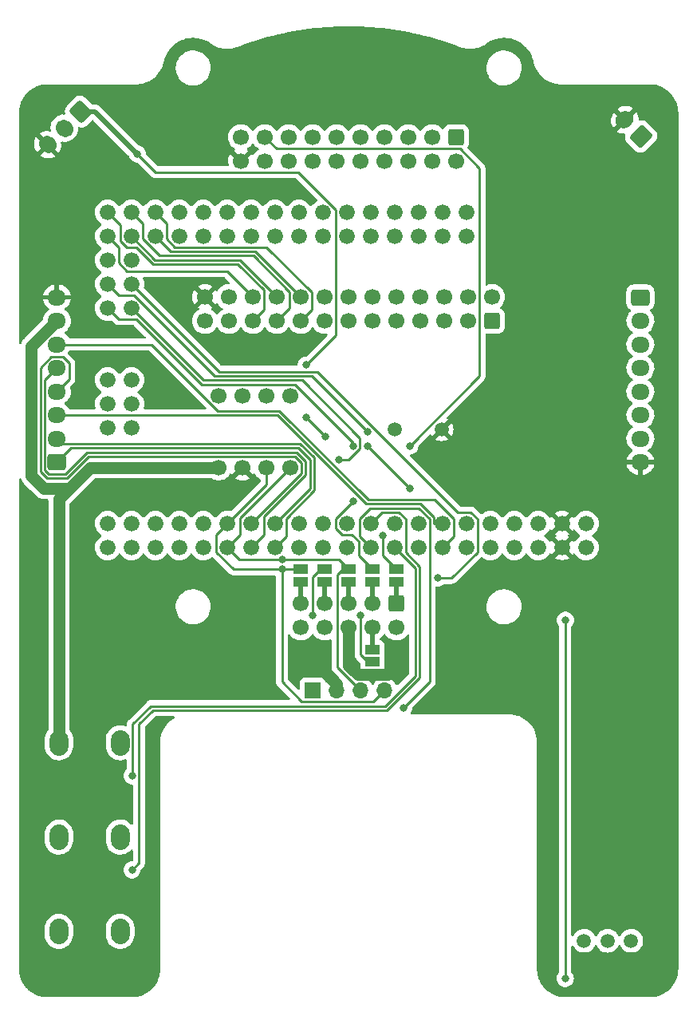
<source format=gbr>
%TF.GenerationSoftware,KiCad,Pcbnew,7.0.6*%
%TF.CreationDate,2023-12-23T00:17:47+09:00*%
%TF.ProjectId,MainBoard_ATMega2560Pro_20230629,4d61696e-426f-4617-9264-5f41544d6567,rev?*%
%TF.SameCoordinates,Original*%
%TF.FileFunction,Copper,L2,Bot*%
%TF.FilePolarity,Positive*%
%FSLAX46Y46*%
G04 Gerber Fmt 4.6, Leading zero omitted, Abs format (unit mm)*
G04 Created by KiCad (PCBNEW 7.0.6) date 2023-12-23 00:17:47*
%MOMM*%
%LPD*%
G01*
G04 APERTURE LIST*
G04 Aperture macros list*
%AMRoundRect*
0 Rectangle with rounded corners*
0 $1 Rounding radius*
0 $2 $3 $4 $5 $6 $7 $8 $9 X,Y pos of 4 corners*
0 Add a 4 corners polygon primitive as box body*
4,1,4,$2,$3,$4,$5,$6,$7,$8,$9,$2,$3,0*
0 Add four circle primitives for the rounded corners*
1,1,$1+$1,$2,$3*
1,1,$1+$1,$4,$5*
1,1,$1+$1,$6,$7*
1,1,$1+$1,$8,$9*
0 Add four rect primitives between the rounded corners*
20,1,$1+$1,$2,$3,$4,$5,0*
20,1,$1+$1,$4,$5,$6,$7,0*
20,1,$1+$1,$6,$7,$8,$9,0*
20,1,$1+$1,$8,$9,$2,$3,0*%
%AMHorizOval*
0 Thick line with rounded ends*
0 $1 width*
0 $2 $3 position (X,Y) of the first rounded end (center of the circle)*
0 $4 $5 position (X,Y) of the second rounded end (center of the circle)*
0 Add line between two ends*
20,1,$1,$2,$3,$4,$5,0*
0 Add two circle primitives to create the rounded ends*
1,1,$1,$2,$3*
1,1,$1,$4,$5*%
G04 Aperture macros list end*
%TA.AperFunction,ComponentPad*%
%ADD10O,2.000000X2.700000*%
%TD*%
%TA.AperFunction,ComponentPad*%
%ADD11RoundRect,0.250000X0.954594X0.106066X0.106066X0.954594X-0.954594X-0.106066X-0.106066X-0.954594X0*%
%TD*%
%TA.AperFunction,ComponentPad*%
%ADD12HorizOval,1.700000X0.106066X0.106066X-0.106066X-0.106066X0*%
%TD*%
%TA.AperFunction,ComponentPad*%
%ADD13R,1.700000X1.700000*%
%TD*%
%TA.AperFunction,ComponentPad*%
%ADD14O,1.700000X1.700000*%
%TD*%
%TA.AperFunction,ComponentPad*%
%ADD15C,1.676400*%
%TD*%
%TA.AperFunction,ComponentPad*%
%ADD16C,1.500000*%
%TD*%
%TA.AperFunction,ComponentPad*%
%ADD17RoundRect,0.250000X-0.600000X0.600000X-0.600000X-0.600000X0.600000X-0.600000X0.600000X0.600000X0*%
%TD*%
%TA.AperFunction,ComponentPad*%
%ADD18C,1.700000*%
%TD*%
%TA.AperFunction,ComponentPad*%
%ADD19RoundRect,0.250000X-0.088388X0.936916X-0.936916X0.088388X0.088388X-0.936916X0.936916X-0.088388X0*%
%TD*%
%TA.AperFunction,ComponentPad*%
%ADD20HorizOval,1.700000X-0.088388X0.088388X0.088388X-0.088388X0*%
%TD*%
%TA.AperFunction,SMDPad,CuDef*%
%ADD21R,1.500000X1.000000*%
%TD*%
%TA.AperFunction,ComponentPad*%
%ADD22RoundRect,0.250000X-0.725000X0.600000X-0.725000X-0.600000X0.725000X-0.600000X0.725000X0.600000X0*%
%TD*%
%TA.AperFunction,ComponentPad*%
%ADD23O,1.950000X1.700000*%
%TD*%
%TA.AperFunction,ComponentPad*%
%ADD24RoundRect,0.250000X0.600000X-0.600000X0.600000X0.600000X-0.600000X0.600000X-0.600000X-0.600000X0*%
%TD*%
%TA.AperFunction,ComponentPad*%
%ADD25RoundRect,0.250000X0.725000X-0.600000X0.725000X0.600000X-0.725000X0.600000X-0.725000X-0.600000X0*%
%TD*%
%TA.AperFunction,ViaPad*%
%ADD26C,0.800000*%
%TD*%
%TA.AperFunction,Conductor*%
%ADD27C,1.250000*%
%TD*%
%TA.AperFunction,Conductor*%
%ADD28C,0.250000*%
%TD*%
%TA.AperFunction,Conductor*%
%ADD29C,0.500000*%
%TD*%
G04 APERTURE END LIST*
D10*
%TO.P,SW3,1,A*%
%TO.N,VIN*%
X70990000Y-159287500D03*
%TO.P,SW3,2,B*%
%TO.N,Net-(SW3A-B)*%
X77490000Y-159287500D03*
%TD*%
D11*
%TO.P,J5,1,Pin_1*%
%TO.N,VIN*%
X132815736Y-74979531D03*
D12*
%TO.P,J5,2,Pin_2*%
%TO.N,GND*%
X131047969Y-73211764D03*
%TD*%
D10*
%TO.P,SW1,1,A*%
%TO.N,VIN*%
X70990000Y-139287500D03*
%TO.P,SW1,2,B*%
%TO.N,Net-(SW1A-B)*%
X77490000Y-139287500D03*
%TD*%
D13*
%TO.P,J3,1,Pin_1*%
%TO.N,VIN*%
X97940000Y-133762500D03*
D14*
%TO.P,J3,2,Pin_2*%
%TO.N,GND*%
X100480000Y-133762500D03*
%TO.P,J3,3,Pin_3*%
%TO.N,SCL*%
X103020000Y-133762500D03*
%TO.P,J3,4,Pin_4*%
%TO.N,SDA*%
X105560000Y-133762500D03*
%TD*%
D15*
%TO.P,U1,3V3_1,3V3*%
%TO.N,unconnected-(U1-3V3-Pad3V3_1)*%
X119320000Y-118567500D03*
%TO.P,U1,3V3_2,3V3*%
X119320000Y-116027500D03*
%TO.P,U1,5V_1,5V*%
%TO.N,unconnected-(U1-5V-Pad5V_1)*%
X121860000Y-118567500D03*
%TO.P,U1,5V_2,5V*%
X121860000Y-116027500D03*
%TO.P,U1,5V_3,5V*%
X76140000Y-100787500D03*
%TO.P,U1,A0,A0*%
%TO.N,Sig1_BALL*%
X114240000Y-83007500D03*
%TO.P,U1,A1,A1*%
%TO.N,Sig2_BALL*%
X114240000Y-85547500D03*
%TO.P,U1,A2,A2*%
%TO.N,Sig3_BALL*%
X111700000Y-83007500D03*
%TO.P,U1,A3,A3*%
%TO.N,Sig4_BALL*%
X111700000Y-85547500D03*
%TO.P,U1,A4,A4*%
%TO.N,Sig5_BALL*%
X109160000Y-83007500D03*
%TO.P,U1,A5,A5*%
%TO.N,Sig6_BALL*%
X109160000Y-85547500D03*
%TO.P,U1,A6,A6*%
%TO.N,Sig7_BALL*%
X106620000Y-83007500D03*
%TO.P,U1,A7,A7*%
%TO.N,Sig8_BALL*%
X106620000Y-85547500D03*
%TO.P,U1,A8,A8*%
%TO.N,Sig9_BALL*%
X104080000Y-83007500D03*
%TO.P,U1,A9,A9*%
%TO.N,Sig10_BALL*%
X104080000Y-85547500D03*
%TO.P,U1,A10,A10*%
%TO.N,Sig11_BALL*%
X101540000Y-83007500D03*
%TO.P,U1,A11,A11*%
%TO.N,Sig12_BALL*%
X101540000Y-85547500D03*
%TO.P,U1,A12,A12*%
%TO.N,Sig13_BALL*%
X99000000Y-83007500D03*
%TO.P,U1,A13,A13*%
%TO.N,Sig14_BALL*%
X99000000Y-85547500D03*
%TO.P,U1,A14,A14*%
%TO.N,Sig15_BALL*%
X96460000Y-83007500D03*
%TO.P,U1,A15,A15*%
%TO.N,Sig16_BALL*%
X96460000Y-85547500D03*
%TO.P,U1,AREF,AREF*%
%TO.N,unconnected-(U1-PadAREF)*%
X116780000Y-116027500D03*
%TO.P,U1,D2,D2*%
%TO.N,PWM_M1*%
X111700000Y-116027500D03*
%TO.P,U1,D3,D3*%
%TO.N,PWM_M2*%
X111700000Y-118567500D03*
%TO.P,U1,D4,D4*%
%TO.N,PWM_M3*%
X109160000Y-116027500D03*
%TO.P,U1,D5,D5*%
%TO.N,PWM_M4*%
X109160000Y-118567500D03*
%TO.P,U1,D6,D6*%
%TO.N,PWM_Buzzer*%
X106620000Y-116027500D03*
%TO.P,U1,D7,D7*%
%TO.N,Sig_BTN1*%
X106620000Y-118567500D03*
%TO.P,U1,D8,D8*%
%TO.N,Sig_BTN2*%
X104080000Y-116027500D03*
%TO.P,U1,D9,D9*%
%TO.N,Sig_BTN3*%
X104080000Y-118567500D03*
%TO.P,U1,D10,D10*%
%TO.N,Sig_LEVER*%
X101540000Y-116027500D03*
%TO.P,U1,D11,D11*%
%TO.N,Sig_NeoPixel*%
X101540000Y-118567500D03*
%TO.P,U1,D12,D12*%
%TO.N,Sig_Kicker*%
X99000000Y-116027500D03*
%TO.P,U1,D13,D13*%
%TO.N,Sig_LED1*%
X99000000Y-118567500D03*
%TO.P,U1,D14,D14*%
%TO.N,Sig_LED2*%
X96460000Y-116027500D03*
%TO.P,U1,D15,D15*%
%TO.N,Sig_LED3*%
X96460000Y-118567500D03*
%TO.P,U1,D16,D16*%
%TO.N,Sig_M1-1*%
X93920000Y-116027500D03*
%TO.P,U1,D17,D17*%
%TO.N,Sig_M1-2*%
X93920000Y-118567500D03*
%TO.P,U1,D18,D18*%
%TO.N,Sig_M2-1*%
X91380000Y-116027500D03*
%TO.P,U1,D19,D19*%
%TO.N,Sig_M2-2*%
X91380000Y-118567500D03*
%TO.P,U1,D20,D20*%
%TO.N,SDA*%
X88840000Y-116027500D03*
%TO.P,U1,D21,D21*%
%TO.N,SCL*%
X88840000Y-118567500D03*
%TO.P,U1,D22,D22*%
%TO.N,Sig_M3-1*%
X86300000Y-116027500D03*
%TO.P,U1,D23,D23*%
%TO.N,Sig_M3-2*%
X86300000Y-118567500D03*
%TO.P,U1,D24,D24*%
%TO.N,Sig_M4-1*%
X83760000Y-116027500D03*
%TO.P,U1,D25,D25*%
%TO.N,Sig_M4-2*%
X83760000Y-118567500D03*
%TO.P,U1,D26,D26*%
%TO.N,Sig1_LINE*%
X81220000Y-116027500D03*
%TO.P,U1,D27,D27*%
%TO.N,Sig2_LINE*%
X81220000Y-118567500D03*
%TO.P,U1,D28,D28*%
%TO.N,Sig3_LINE*%
X78680000Y-116027500D03*
%TO.P,U1,D29,D29*%
%TO.N,Sig4_LINE*%
X78680000Y-118567500D03*
%TO.P,U1,D30,D30*%
%TO.N,Sig5_LINE*%
X76140000Y-116027500D03*
%TO.P,U1,D31,D31*%
%TO.N,Sig6_LINE*%
X76140000Y-118567500D03*
%TO.P,U1,D32,D32*%
%TO.N,Sig7_LINE*%
X93920000Y-83007500D03*
%TO.P,U1,D33,D33*%
%TO.N,Sig8_LINE*%
X93920000Y-85547500D03*
%TO.P,U1,D34,D34*%
%TO.N,Sig9_LINE*%
X91380000Y-83007500D03*
%TO.P,U1,D35,D35*%
%TO.N,Sig10_LINE*%
X91380000Y-85547500D03*
%TO.P,U1,D36,D36*%
%TO.N,Sig11_LINE*%
X88840000Y-83007500D03*
%TO.P,U1,D37,D37*%
%TO.N,Sig12_LINE*%
X88840000Y-85547500D03*
%TO.P,U1,D38,D38*%
%TO.N,Sig13_LINE*%
X86300000Y-83007500D03*
%TO.P,U1,D39,D39*%
%TO.N,Sig14_LINE*%
X86300000Y-85547500D03*
%TO.P,U1,D40,D40*%
%TO.N,Sig15_LINE*%
X83760000Y-83007500D03*
%TO.P,U1,D41,D41*%
%TO.N,Sig16_LINE*%
X83760000Y-85547500D03*
%TO.P,U1,D42,D42*%
%TO.N,Sig17_LINE*%
X81220000Y-83007500D03*
%TO.P,U1,D43,D43*%
%TO.N,Sig18_LINE*%
X81220000Y-85547500D03*
%TO.P,U1,D44,D44*%
%TO.N,Sig19_LINE*%
X78680000Y-83007500D03*
%TO.P,U1,D45,D45*%
%TO.N,Sig20_LINE*%
X78680000Y-85547500D03*
%TO.P,U1,D46,D46*%
%TO.N,Sig21_LINE*%
X76140000Y-83007500D03*
%TO.P,U1,D47,D47*%
%TO.N,Sig22_LINE*%
X76140000Y-85547500D03*
%TO.P,U1,D48,D48*%
%TO.N,unconnected-(U1-PadD48)*%
X76140000Y-88087500D03*
%TO.P,U1,D49,D49*%
%TO.N,Sig23_BALL-Kicker*%
X78680000Y-88087500D03*
%TO.P,U1,D50,D50*%
%TO.N,MISO*%
X76140000Y-90627500D03*
%TO.P,U1,D51,D51*%
%TO.N,MOSI*%
X78680000Y-90627500D03*
%TO.P,U1,D52,D52*%
%TO.N,SCK*%
X76140000Y-93167500D03*
%TO.P,U1,D53,D53*%
%TO.N,SS*%
X78680000Y-93167500D03*
%TO.P,U1,GND_1,GND*%
%TO.N,GND*%
X124400000Y-118567500D03*
%TO.P,U1,GND_2,GND*%
X124400000Y-116027500D03*
%TO.P,U1,GND_3,GND*%
X76140000Y-105867500D03*
%TO.P,U1,MISO,MISO*%
%TO.N,unconnected-(U1-PadMISO)*%
X78680000Y-100787500D03*
%TO.P,U1,MOSI,MOSI*%
%TO.N,unconnected-(U1-PadMOSI)*%
X76140000Y-103327500D03*
%TO.P,U1,RESET,RESET*%
%TO.N,unconnected-(U1-PadRESET)*%
X78680000Y-105867500D03*
%TO.P,U1,RST,RST*%
%TO.N,unconnected-(U1-PadRST)*%
X116780000Y-118567500D03*
%TO.P,U1,RX,RX*%
%TO.N,RX*%
X114240000Y-116027500D03*
%TO.P,U1,SCK,SCK*%
%TO.N,unconnected-(U1-PadSCK)*%
X78680000Y-103327500D03*
%TO.P,U1,TX,TX*%
%TO.N,TX*%
X114240000Y-118567500D03*
%TO.P,U1,VIN_1,VIN*%
%TO.N,VIN*%
X126940000Y-118567500D03*
%TO.P,U1,VIN_2,VIN*%
X126940000Y-116027500D03*
%TD*%
D16*
%TO.P,SW4,1,A*%
%TO.N,VIN*%
X131740000Y-160287500D03*
%TO.P,SW4,2,B*%
X129240000Y-160287500D03*
%TO.P,SW4,3,C*%
%TO.N,Net-(SW4A-C)*%
X126740000Y-160287500D03*
%TD*%
D17*
%TO.P,J1,1,Pin_1*%
%TO.N,Net-(J1-Pin_1)*%
X106820000Y-124535000D03*
D18*
%TO.P,J1,2,Pin_2*%
%TO.N,VIN*%
X106820000Y-127075000D03*
%TO.P,J1,3,Pin_3*%
%TO.N,Net-(J1-Pin_3)*%
X104280000Y-124535000D03*
%TO.P,J1,4,Pin_4*%
%TO.N,Net-(J1-Pin_4)*%
X104280000Y-127075000D03*
%TO.P,J1,5,Pin_5*%
%TO.N,Net-(J1-Pin_5)*%
X101740000Y-124535000D03*
%TO.P,J1,6,Pin_6*%
%TO.N,GND*%
X101740000Y-127075000D03*
%TO.P,J1,7,Pin_7*%
%TO.N,Net-(J1-Pin_7)*%
X99200000Y-124535000D03*
%TO.P,J1,8,Pin_8*%
%TO.N,unconnected-(J1-Pin_8-Pad8)*%
X99200000Y-127075000D03*
%TO.P,J1,9,Pin_9*%
%TO.N,Net-(J1-Pin_9)*%
X96660000Y-124535000D03*
%TO.P,J1,10,Pin_10*%
%TO.N,unconnected-(J1-Pin_10-Pad10)*%
X96660000Y-127075000D03*
%TD*%
D16*
%TO.P,BZ1,1,-*%
%TO.N,PWM_Buzzer*%
X106620000Y-106027500D03*
%TO.P,BZ1,2,+*%
%TO.N,GND*%
X111620000Y-106027500D03*
%TD*%
D19*
%TO.P,J8,1,Pin_1*%
%TO.N,Sig_Kicker*%
X73315915Y-72327881D03*
D20*
%TO.P,J8,2,Pin_2*%
%TO.N,VIN*%
X71548148Y-74095648D03*
%TO.P,J8,3,Pin_3*%
%TO.N,GND*%
X69780381Y-75863415D03*
%TD*%
D17*
%TO.P,J6,1,Pin_1*%
%TO.N,Sig1_BALL*%
X113170000Y-75035000D03*
D18*
%TO.P,J6,2,Pin_2*%
%TO.N,Sig2_BALL*%
X113170000Y-77575000D03*
%TO.P,J6,3,Pin_3*%
%TO.N,Sig3_BALL*%
X110630000Y-75035000D03*
%TO.P,J6,4,Pin_4*%
%TO.N,Sig4_BALL*%
X110630000Y-77575000D03*
%TO.P,J6,5,Pin_5*%
%TO.N,Sig5_BALL*%
X108090000Y-75035000D03*
%TO.P,J6,6,Pin_6*%
%TO.N,Sig6_BALL*%
X108090000Y-77575000D03*
%TO.P,J6,7,Pin_7*%
%TO.N,Sig7_BALL*%
X105550000Y-75035000D03*
%TO.P,J6,8,Pin_8*%
%TO.N,Sig8_BALL*%
X105550000Y-77575000D03*
%TO.P,J6,9,Pin_9*%
%TO.N,Sig9_BALL*%
X103010000Y-75035000D03*
%TO.P,J6,10,Pin_10*%
%TO.N,Sig10_BALL*%
X103010000Y-77575000D03*
%TO.P,J6,11,Pin_11*%
%TO.N,Sig11_BALL*%
X100470000Y-75035000D03*
%TO.P,J6,12,Pin_12*%
%TO.N,Sig12_BALL*%
X100470000Y-77575000D03*
%TO.P,J6,13,Pin_13*%
%TO.N,Sig13_BALL*%
X97930000Y-75035000D03*
%TO.P,J6,14,Pin_14*%
%TO.N,Sig14_BALL*%
X97930000Y-77575000D03*
%TO.P,J6,15,Pin_15*%
%TO.N,Sig15_BALL*%
X95390000Y-75035000D03*
%TO.P,J6,16,Pin_16*%
%TO.N,Sig16_BALL*%
X95390000Y-77575000D03*
%TO.P,J6,17,Pin_17*%
%TO.N,Sig_NeoPixel*%
X92850000Y-75035000D03*
%TO.P,J6,18,Pin_18*%
%TO.N,VIN*%
X92850000Y-77575000D03*
%TO.P,J6,19,Pin_19*%
X90310000Y-75035000D03*
%TO.P,J6,20,Pin_20*%
%TO.N,GND*%
X90310000Y-77575000D03*
%TD*%
D10*
%TO.P,SW2,1,A*%
%TO.N,VIN*%
X70990000Y-149287500D03*
%TO.P,SW2,2,B*%
%TO.N,Net-(SW2A-B)*%
X77490000Y-149287500D03*
%TD*%
D18*
%TO.P,U2,1,VIN*%
%TO.N,VIN*%
X87930000Y-110097500D03*
%TO.P,U2,2,GND*%
%TO.N,GND*%
X90470000Y-110097500D03*
%TO.P,U2,3,SDA/T*%
%TO.N,SDA*%
X93010000Y-110097500D03*
%TO.P,U2,4,SCL/R*%
%TO.N,SCL*%
X95550000Y-110097500D03*
%TO.P,U2,5,RESET*%
%TO.N,unconnected-(U2-RESET-Pad5)*%
X95550000Y-102477500D03*
%TO.P,U2,6,INT*%
%TO.N,unconnected-(U2-INT-Pad6)*%
X93010000Y-102477500D03*
%TO.P,U2,7,GND*%
%TO.N,GND*%
X90470000Y-102477500D03*
%TO.P,U2,8,VOUT*%
%TO.N,unconnected-(U2-VOUT-Pad8)*%
X87930000Y-102477500D03*
%TD*%
D21*
%TO.P,JP4,1,A*%
%TO.N,Net-(J1-Pin_1)*%
X106820000Y-122185000D03*
%TO.P,JP4,2,B*%
%TO.N,MISO*%
X106820000Y-120885000D03*
%TD*%
%TO.P,JP5,1,A*%
%TO.N,Net-(J1-Pin_5)*%
X101740000Y-122185000D03*
%TO.P,JP5,2,B*%
%TO.N,SCL*%
X101740000Y-120885000D03*
%TD*%
%TO.P,JP1,1,A*%
%TO.N,Net-(J1-Pin_4)*%
X104280000Y-129425000D03*
%TO.P,JP1,2,B*%
%TO.N,MOSI*%
X104280000Y-130725000D03*
%TD*%
D22*
%TO.P,J4,1,Pin_1*%
%TO.N,Sig_M3-1*%
X132715000Y-92037500D03*
D23*
%TO.P,J4,2,Pin_2*%
%TO.N,Sig_M3-2*%
X132715000Y-94537500D03*
%TO.P,J4,3,Pin_3*%
%TO.N,PWM_M3*%
X132715000Y-97037500D03*
%TO.P,J4,4,Pin_4*%
%TO.N,Sig_M4-1*%
X132715000Y-99537500D03*
%TO.P,J4,5,Pin_5*%
%TO.N,Sig_M4-2*%
X132715000Y-102037500D03*
%TO.P,J4,6,Pin_6*%
%TO.N,PWM_M4*%
X132715000Y-104537500D03*
%TO.P,J4,7,Pin_7*%
%TO.N,VIN*%
X132715000Y-107037500D03*
%TO.P,J4,8,Pin_8*%
%TO.N,GND*%
X132715000Y-109537500D03*
%TD*%
D21*
%TO.P,JP2,1,A*%
%TO.N,Net-(J1-Pin_3)*%
X104280000Y-122185000D03*
%TO.P,JP2,2,B*%
%TO.N,SCK*%
X104280000Y-120885000D03*
%TD*%
D24*
%TO.P,J7,1,Pin_1*%
%TO.N,Sig1_LINE*%
X116980000Y-94540000D03*
D18*
%TO.P,J7,2,Pin_2*%
%TO.N,Sig2_LINE*%
X116980000Y-92000000D03*
%TO.P,J7,3,Pin_3*%
%TO.N,Sig3_LINE*%
X114440000Y-94540000D03*
%TO.P,J7,4,Pin_4*%
%TO.N,Sig4_LINE*%
X114440000Y-92000000D03*
%TO.P,J7,5,Pin_5*%
%TO.N,Sig5_LINE*%
X111900000Y-94540000D03*
%TO.P,J7,6,Pin_6*%
%TO.N,Sig6_LINE*%
X111900000Y-92000000D03*
%TO.P,J7,7,Pin_7*%
%TO.N,Sig7_LINE*%
X109360000Y-94540000D03*
%TO.P,J7,8,Pin_8*%
%TO.N,Sig8_LINE*%
X109360000Y-92000000D03*
%TO.P,J7,9,Pin_9*%
%TO.N,Sig9_LINE*%
X106820000Y-94540000D03*
%TO.P,J7,10,Pin_10*%
%TO.N,Sig10_LINE*%
X106820000Y-92000000D03*
%TO.P,J7,11,Pin_11*%
%TO.N,Sig11_LINE*%
X104280000Y-94540000D03*
%TO.P,J7,12,Pin_12*%
%TO.N,Sig12_LINE*%
X104280000Y-92000000D03*
%TO.P,J7,13,Pin_13*%
%TO.N,Sig13_LINE*%
X101740000Y-94540000D03*
%TO.P,J7,14,Pin_14*%
%TO.N,Sig14_LINE*%
X101740000Y-92000000D03*
%TO.P,J7,15,Pin_15*%
%TO.N,Sig15_LINE*%
X99200000Y-94540000D03*
%TO.P,J7,16,Pin_16*%
%TO.N,Sig16_LINE*%
X99200000Y-92000000D03*
%TO.P,J7,17,Pin_17*%
%TO.N,Sig17_LINE*%
X96660000Y-94540000D03*
%TO.P,J7,18,Pin_18*%
%TO.N,Sig18_LINE*%
X96660000Y-92000000D03*
%TO.P,J7,19,Pin_19*%
%TO.N,Sig19_LINE*%
X94120000Y-94540000D03*
%TO.P,J7,20,Pin_20*%
%TO.N,Sig20_LINE*%
X94120000Y-92000000D03*
%TO.P,J7,21,Pin_21*%
%TO.N,Sig21_LINE*%
X91580000Y-94540000D03*
%TO.P,J7,22,Pin_22*%
%TO.N,Sig22_LINE*%
X91580000Y-92000000D03*
%TO.P,J7,23,Pin_23*%
%TO.N,Sig23_BALL-Kicker*%
X89040000Y-94540000D03*
%TO.P,J7,24,Pin_24*%
%TO.N,VIN*%
X89040000Y-92000000D03*
%TO.P,J7,25,Pin_25*%
X86500000Y-94540000D03*
%TO.P,J7,26,Pin_26*%
%TO.N,GND*%
X86500000Y-92000000D03*
%TD*%
D25*
%TO.P,J2,1,Pin_1*%
%TO.N,Sig_M1-1*%
X70765000Y-109537500D03*
D23*
%TO.P,J2,2,Pin_2*%
%TO.N,Sig_M1-2*%
X70765000Y-107037500D03*
%TO.P,J2,3,Pin_3*%
%TO.N,PWM_M1*%
X70765000Y-104537500D03*
%TO.P,J2,4,Pin_4*%
%TO.N,Sig_M2-1*%
X70765000Y-102037500D03*
%TO.P,J2,5,Pin_5*%
%TO.N,Sig_M2-2*%
X70765000Y-99537500D03*
%TO.P,J2,6,Pin_6*%
%TO.N,PWM_M2*%
X70765000Y-97037500D03*
%TO.P,J2,7,Pin_7*%
%TO.N,VIN*%
X70765000Y-94537500D03*
%TO.P,J2,8,Pin_8*%
%TO.N,GND*%
X70765000Y-92037500D03*
%TD*%
D21*
%TO.P,JP6,1,A*%
%TO.N,Net-(J1-Pin_9)*%
X96660000Y-122185000D03*
%TO.P,JP6,2,B*%
%TO.N,SDA*%
X96660000Y-120885000D03*
%TD*%
%TO.P,JP3,1,A*%
%TO.N,Net-(J1-Pin_7)*%
X99200000Y-122185000D03*
%TO.P,JP3,2,B*%
%TO.N,SS*%
X99200000Y-120885000D03*
%TD*%
D26*
%TO.N,GND*%
X116640000Y-128597500D03*
X130740000Y-77787500D03*
X113640000Y-126597500D03*
X117740000Y-77787500D03*
X96240000Y-131787500D03*
X131740000Y-78787500D03*
X114640000Y-127597500D03*
X76140000Y-112097500D03*
X77140000Y-113097500D03*
X99240000Y-128787500D03*
X113640000Y-129597500D03*
X114640000Y-126597500D03*
X117740000Y-74787500D03*
X129240000Y-137787500D03*
X117740000Y-75787500D03*
X78140000Y-112097500D03*
X96240000Y-130287500D03*
X129240000Y-150287500D03*
X79740000Y-98287500D03*
X115640000Y-128597500D03*
X117740000Y-78787500D03*
X116640000Y-129597500D03*
X117640000Y-129597500D03*
X77140000Y-112097500D03*
X76140000Y-114097500D03*
X115640000Y-127597500D03*
X113640000Y-128597500D03*
X76140000Y-113097500D03*
X129240000Y-144287500D03*
X107140000Y-129597500D03*
X113640000Y-125597500D03*
X114640000Y-128597500D03*
X115640000Y-129597500D03*
X114640000Y-129597500D03*
X97740000Y-128787500D03*
X113640000Y-127597500D03*
X97740000Y-131787500D03*
X117740000Y-79787500D03*
X129240000Y-156287500D03*
X97740000Y-130287500D03*
X131740000Y-76787500D03*
X99240000Y-130287500D03*
X96240000Y-128787500D03*
X117740000Y-76787500D03*
X132740000Y-77787500D03*
X84740000Y-103287500D03*
%TO.N,SCL*%
X94660000Y-119885000D03*
%TO.N,SDA*%
X94660000Y-120885000D03*
%TO.N,Sig_NeoPixel*%
X108240000Y-107787500D03*
X103740000Y-107787500D03*
X108240000Y-112287500D03*
%TO.N,Sig_BTN1*%
X78740000Y-142787500D03*
%TO.N,Sig_BTN2*%
X78740000Y-152787500D03*
%TO.N,Sig_BTN3*%
X107580000Y-135567500D03*
%TO.N,Sig_LEVER*%
X124740000Y-164287500D03*
X124752299Y-126275201D03*
%TO.N,Sig_Kicker*%
X97240000Y-99213000D03*
X79315915Y-76827881D03*
X99240000Y-106787500D03*
X97238957Y-104786457D03*
%TO.N,MISO*%
X103740000Y-106287500D03*
X105350000Y-117297500D03*
%TO.N,MOSI*%
X103010000Y-125795500D03*
X111240000Y-121805200D03*
%TO.N,SCK*%
X102227701Y-107799799D03*
X102227701Y-113694785D03*
%TO.N,SS*%
X100740000Y-109287500D03*
X97930000Y-125795500D03*
%TD*%
D27*
%TO.N,GND*%
X102705000Y-132050000D02*
X105855000Y-132050000D01*
X101740000Y-127075000D02*
X101740000Y-131085000D01*
X105855000Y-132050000D02*
X107140000Y-130765000D01*
X100480000Y-133027500D02*
X97740000Y-130287500D01*
X101740000Y-131085000D02*
X102705000Y-132050000D01*
X84740000Y-103287500D02*
X79740000Y-98287500D01*
X100480000Y-133762500D02*
X100480000Y-133027500D01*
X107140000Y-130765000D02*
X107140000Y-129597500D01*
%TO.N,VIN*%
X74323071Y-110097500D02*
X72133071Y-112287500D01*
X68065000Y-97237500D02*
X70765000Y-94537500D01*
X68065000Y-110955571D02*
X68065000Y-97237500D01*
X72133071Y-112287500D02*
X69396929Y-112287500D01*
X87930000Y-110097500D02*
X74323071Y-110097500D01*
X69396929Y-112287500D02*
X68065000Y-110955571D01*
X70990000Y-139287500D02*
X70990000Y-113430571D01*
X70990000Y-113430571D02*
X72133071Y-112287500D01*
D28*
%TO.N,Sig_M1-1*%
X96409493Y-108022500D02*
X72280000Y-108022500D01*
X97625000Y-112322500D02*
X97625000Y-109238007D01*
X72280000Y-108022500D02*
X70765000Y-109537500D01*
X93920000Y-116027500D02*
X97625000Y-112322500D01*
X97625000Y-109238007D02*
X96409493Y-108022500D01*
%TO.N,Sig_M1-2*%
X95083200Y-117404300D02*
X95083200Y-115500696D01*
X71300000Y-107572500D02*
X70765000Y-107037500D01*
X98075000Y-112508896D02*
X98075000Y-109051611D01*
X96595889Y-107572500D02*
X71300000Y-107572500D01*
X98075000Y-109051611D02*
X96595889Y-107572500D01*
X95083200Y-115500696D02*
X98075000Y-112508896D01*
X93920000Y-118567500D02*
X95083200Y-117404300D01*
%TO.N,PWM_M1*%
X94197285Y-104537500D02*
X70765000Y-104537500D01*
X103624085Y-113964300D02*
X94197285Y-104537500D01*
X110773200Y-116027500D02*
X110773200Y-115359290D01*
X109378210Y-113964300D02*
X103624085Y-113964300D01*
X110773200Y-115359290D02*
X109378210Y-113964300D01*
X111700000Y-116027500D02*
X110773200Y-116027500D01*
%TO.N,Sig_M2-1*%
X96725000Y-110682500D02*
X96725000Y-109610799D01*
X69015000Y-99500799D02*
X70153299Y-98362500D01*
X70153299Y-98362500D02*
X71376701Y-98362500D01*
X96725000Y-109610799D02*
X96036701Y-108922500D01*
X71839569Y-111237500D02*
X69690431Y-111237500D01*
X72065000Y-100737500D02*
X70765000Y-102037500D01*
X69015000Y-110562069D02*
X69015000Y-99500799D01*
X69690431Y-111237500D02*
X69015000Y-110562069D01*
X72065000Y-99050799D02*
X72065000Y-100737500D01*
X74154569Y-108922500D02*
X71839569Y-111237500D01*
X91380000Y-116027500D02*
X96725000Y-110682500D01*
X71376701Y-98362500D02*
X72065000Y-99050799D01*
X96036701Y-108922500D02*
X74154569Y-108922500D01*
%TO.N,Sig_M2-2*%
X92740000Y-117207500D02*
X92740000Y-115303896D01*
X71653173Y-110787500D02*
X69876827Y-110787500D01*
X97175000Y-109424403D02*
X96223097Y-108472500D01*
X97175000Y-110868896D02*
X97175000Y-109424403D01*
X69465000Y-100837500D02*
X70740000Y-99562500D01*
X96223097Y-108472500D02*
X73968173Y-108472500D01*
X69465000Y-110375673D02*
X69465000Y-100837500D01*
X92740000Y-115303896D02*
X97175000Y-110868896D01*
X73968173Y-108472500D02*
X71653173Y-110787500D01*
X69876827Y-110787500D02*
X69465000Y-110375673D01*
X91380000Y-118567500D02*
X92740000Y-117207500D01*
%TO.N,PWM_M2*%
X110831814Y-113514300D02*
X103810481Y-113514300D01*
X103810481Y-113514300D02*
X94383681Y-104087500D01*
X111700000Y-118567500D02*
X112863200Y-117404300D01*
X112863200Y-115545686D02*
X110831814Y-113514300D01*
X80828299Y-97037500D02*
X70765000Y-97037500D01*
X112863200Y-117404300D02*
X112863200Y-115545686D01*
X94383681Y-104087500D02*
X87878299Y-104087500D01*
X87878299Y-104087500D02*
X80828299Y-97037500D01*
%TO.N,SCL*%
X100565000Y-121460000D02*
X101140000Y-120885000D01*
X88840000Y-118567500D02*
X90157500Y-119885000D01*
X101140000Y-120885000D02*
X101740000Y-120885000D01*
X94660000Y-119885000D02*
X100740000Y-119885000D01*
X100565000Y-131307500D02*
X100565000Y-121460000D01*
X88840000Y-118567500D02*
X90216800Y-117190700D01*
X103020000Y-133762500D02*
X100565000Y-131307500D01*
X90216800Y-115430700D02*
X95550000Y-110097500D01*
X100740000Y-119885000D02*
X101740000Y-120885000D01*
X90157500Y-119885000D02*
X94660000Y-119885000D01*
X90216800Y-117190700D02*
X90216800Y-115430700D01*
%TO.N,SDA*%
X88840000Y-116027500D02*
X93010000Y-111857500D01*
X87676800Y-117190700D02*
X87676800Y-119049314D01*
X87676800Y-119049314D02*
X89512486Y-120885000D01*
X89512486Y-120885000D02*
X94660000Y-120885000D01*
X96765000Y-134937500D02*
X94660000Y-132832500D01*
X88840000Y-116027500D02*
X87676800Y-117190700D01*
X96660000Y-120885000D02*
X94660000Y-120885000D01*
X104385000Y-134937500D02*
X96765000Y-134937500D01*
X105560000Y-133762500D02*
X104385000Y-134937500D01*
X94660000Y-132832500D02*
X94660000Y-120885000D01*
X93010000Y-111857500D02*
X93010000Y-110097500D01*
%TO.N,Sig_NeoPixel*%
X108240000Y-107787500D02*
X115615000Y-100412500D01*
X103740000Y-107787500D02*
X108240000Y-112287500D01*
X113544201Y-76287500D02*
X94102500Y-76287500D01*
X115615000Y-100412500D02*
X115615000Y-78358299D01*
X115615000Y-78358299D02*
X113544201Y-76287500D01*
X94102500Y-76287500D02*
X92850000Y-75035000D01*
%TO.N,Sig17_LINE*%
X83278186Y-86710700D02*
X82383200Y-85815714D01*
X96660000Y-94540000D02*
X97835000Y-93365000D01*
X82383200Y-85815714D02*
X82383200Y-84170700D01*
X82383200Y-84170700D02*
X81220000Y-83007500D01*
X97835000Y-93365000D02*
X97835000Y-91513299D01*
X97835000Y-91513299D02*
X93032401Y-86710700D01*
X93032401Y-86710700D02*
X83278186Y-86710700D01*
%TO.N,Sig18_LINE*%
X96660000Y-92000000D02*
X91820700Y-87160700D01*
X91820700Y-87160700D02*
X82833200Y-87160700D01*
X82833200Y-87160700D02*
X81220000Y-85547500D01*
%TO.N,Sig19_LINE*%
X94120000Y-94540000D02*
X95485000Y-93175000D01*
X81638186Y-87610700D02*
X79843200Y-85815714D01*
X79843200Y-84170700D02*
X78680000Y-83007500D01*
X79843200Y-85815714D02*
X79843200Y-84170700D01*
X95485000Y-91461396D02*
X91634304Y-87610700D01*
X91634304Y-87610700D02*
X81638186Y-87610700D01*
X95485000Y-93175000D02*
X95485000Y-91461396D01*
%TO.N,Sig20_LINE*%
X94120000Y-92000000D02*
X90180700Y-88060700D01*
X81193200Y-88060700D02*
X78680000Y-85547500D01*
X90180700Y-88060700D02*
X81193200Y-88060700D01*
%TO.N,Sig21_LINE*%
X92755000Y-91271396D02*
X89994304Y-88510700D01*
X89994304Y-88510700D02*
X81006804Y-88510700D01*
X77516800Y-86029314D02*
X77516800Y-84384300D01*
X91580000Y-94540000D02*
X92755000Y-93365000D01*
X79206804Y-86710700D02*
X78198186Y-86710700D01*
X78198186Y-86710700D02*
X77516800Y-86029314D01*
X92755000Y-93365000D02*
X92755000Y-91271396D01*
X77516800Y-84384300D02*
X76140000Y-83007500D01*
X81006804Y-88510700D02*
X79206804Y-86710700D01*
%TO.N,Sig22_LINE*%
X88830700Y-89250700D02*
X78198186Y-89250700D01*
X78198186Y-89250700D02*
X77303200Y-88355714D01*
X77303200Y-86710700D02*
X76140000Y-85547500D01*
X91580000Y-92000000D02*
X88830700Y-89250700D01*
X77303200Y-88355714D02*
X77303200Y-86710700D01*
%TO.N,Sig_BTN1*%
X108815000Y-120762500D02*
X108815000Y-132169201D01*
X78815000Y-137332500D02*
X78815000Y-142712500D01*
X106620000Y-118567500D02*
X108815000Y-120762500D01*
X105596701Y-135387500D02*
X80760000Y-135387500D01*
X80760000Y-135387500D02*
X78815000Y-137332500D01*
X108815000Y-132169201D02*
X105596701Y-135387500D01*
X78815000Y-142712500D02*
X78740000Y-142787500D01*
%TO.N,Sig_BTN2*%
X107783200Y-115545686D02*
X107101814Y-114864300D01*
X109265000Y-120576104D02*
X109265000Y-132355597D01*
X107783200Y-115545686D02*
X107783200Y-119094304D01*
X105243200Y-114864300D02*
X104080000Y-116027500D01*
X107101814Y-114864300D02*
X105243200Y-114864300D01*
X105783097Y-135837500D02*
X80946396Y-135837500D01*
X107783200Y-119094304D02*
X109265000Y-120576104D01*
X79465000Y-152062500D02*
X78740000Y-152787500D01*
X109265000Y-132355597D02*
X105783097Y-135837500D01*
X79465000Y-137318896D02*
X79465000Y-152062500D01*
X80946396Y-135837500D02*
X79465000Y-137318896D01*
%TO.N,Sig_BTN3*%
X110323200Y-132824300D02*
X107580000Y-135567500D01*
X110323200Y-115545686D02*
X110323200Y-132824300D01*
X104048186Y-114414300D02*
X109191814Y-114414300D01*
X104080000Y-118567500D02*
X102916800Y-117404300D01*
X109191814Y-114414300D02*
X110323200Y-115545686D01*
X102916800Y-117404300D02*
X102916800Y-115545686D01*
X102916800Y-115545686D02*
X104048186Y-114414300D01*
%TO.N,Sig_LEVER*%
X124752299Y-164275201D02*
X124740000Y-164287500D01*
X124752299Y-126275201D02*
X124752299Y-164275201D01*
%TO.N,Sig_Kicker*%
X96387514Y-78750000D02*
X81238034Y-78750000D01*
X100375000Y-96078000D02*
X100375000Y-82737486D01*
X81238034Y-78750000D02*
X79315915Y-76827881D01*
X100375000Y-82737486D02*
X96387514Y-78750000D01*
X99240000Y-106787500D02*
X97238957Y-104786457D01*
D29*
X74815915Y-72327881D02*
X73315915Y-72327881D01*
D28*
X97240000Y-99213000D02*
X100375000Y-96078000D01*
D29*
X79315915Y-76827881D02*
X74815915Y-72327881D01*
D28*
%TO.N,MISO*%
X77303200Y-91790700D02*
X78948214Y-91790700D01*
X106820000Y-120885000D02*
X105350000Y-119415000D01*
X97840000Y-100387500D02*
X103740000Y-106287500D01*
X105350000Y-119415000D02*
X105350000Y-117297500D01*
X87545014Y-100387500D02*
X97840000Y-100387500D01*
X76140000Y-90627500D02*
X77303200Y-91790700D01*
X78948214Y-91790700D02*
X87545014Y-100387500D01*
%TO.N,MOSI*%
X114721814Y-114864300D02*
X113342105Y-114864300D01*
X113342105Y-114864300D02*
X98415305Y-99937500D01*
X103777750Y-130725000D02*
X103010000Y-129957250D01*
X103010000Y-129957250D02*
X103010000Y-125795500D01*
X115403200Y-119049314D02*
X115403200Y-115545686D01*
X98415305Y-99937500D02*
X87990000Y-99937500D01*
X112647314Y-121805200D02*
X115403200Y-119049314D01*
X104280000Y-130725000D02*
X103777750Y-130725000D01*
X115403200Y-115545686D02*
X114721814Y-114864300D01*
X87990000Y-99937500D02*
X78680000Y-90627500D01*
X111240000Y-121805200D02*
X112647314Y-121805200D01*
%TO.N,SCK*%
X101058186Y-117190700D02*
X100376800Y-116509314D01*
X96021701Y-101287500D02*
X102227701Y-107493500D01*
X76140000Y-93167500D02*
X77303200Y-94330700D01*
X104280000Y-120885000D02*
X102810000Y-119415000D01*
X102810000Y-119415000D02*
X102810000Y-117933896D01*
X102227701Y-107493500D02*
X102227701Y-107799799D01*
X86163604Y-101287500D02*
X96021701Y-101287500D01*
X79206804Y-94330700D02*
X86163604Y-101287500D01*
X102066804Y-117190700D02*
X101058186Y-117190700D01*
X100376800Y-115545686D02*
X102227701Y-113694785D01*
X77303200Y-94330700D02*
X79206804Y-94330700D01*
X100376800Y-116509314D02*
X100376800Y-115545686D01*
X102810000Y-117933896D02*
X102066804Y-117190700D01*
%TO.N,SS*%
X102952701Y-108100104D02*
X102952701Y-107000201D01*
X97930000Y-121731500D02*
X97930000Y-125795500D01*
X100740000Y-109287500D02*
X101765305Y-109287500D01*
X96790000Y-100837500D02*
X86350000Y-100837500D01*
X98776500Y-120885000D02*
X97930000Y-121731500D01*
X101765305Y-109287500D02*
X102952701Y-108100104D01*
X86350000Y-100837500D02*
X78680000Y-93167500D01*
X99200000Y-120885000D02*
X98776500Y-120885000D01*
X102952701Y-107000201D02*
X96790000Y-100837500D01*
D29*
%TO.N,Net-(J1-Pin_1)*%
X106820000Y-122185000D02*
X106820000Y-124535000D01*
%TO.N,Net-(J1-Pin_3)*%
X104280000Y-122185000D02*
X104280000Y-124535000D01*
%TO.N,Net-(J1-Pin_4)*%
X104280000Y-129425000D02*
X104280000Y-127075000D01*
%TO.N,Net-(J1-Pin_5)*%
X101740000Y-122185000D02*
X101740000Y-124535000D01*
%TO.N,Net-(J1-Pin_7)*%
X99200000Y-122185000D02*
X99200000Y-124535000D01*
%TO.N,Net-(J1-Pin_9)*%
X96660000Y-124535000D02*
X96660000Y-122185000D01*
%TD*%
%TA.AperFunction,Conductor*%
%TO.N,GND*%
G36*
X90010507Y-110307344D02*
G01*
X90088239Y-110428298D01*
X90196900Y-110522452D01*
X90327685Y-110582180D01*
X90337466Y-110583586D01*
X89708625Y-111212425D01*
X89792421Y-111271099D01*
X90006507Y-111370929D01*
X90006516Y-111370933D01*
X90234673Y-111432067D01*
X90234684Y-111432069D01*
X90469998Y-111452657D01*
X90470002Y-111452657D01*
X90705315Y-111432069D01*
X90705326Y-111432067D01*
X90933483Y-111370933D01*
X90933492Y-111370929D01*
X91147578Y-111271100D01*
X91147582Y-111271098D01*
X91231373Y-111212426D01*
X91231373Y-111212425D01*
X90602533Y-110583586D01*
X90612315Y-110582180D01*
X90743100Y-110522452D01*
X90851761Y-110428298D01*
X90929493Y-110307344D01*
X90953076Y-110227024D01*
X91584925Y-110858873D01*
X91634868Y-110787548D01*
X91689445Y-110743924D01*
X91758944Y-110736731D01*
X91821298Y-110768253D01*
X91840251Y-110790850D01*
X91934276Y-110934765D01*
X91934284Y-110934776D01*
X92086756Y-111100402D01*
X92086760Y-111100406D01*
X92264424Y-111238689D01*
X92264426Y-111238690D01*
X92264433Y-111238695D01*
X92311516Y-111264174D01*
X92361107Y-111313392D01*
X92376500Y-111373229D01*
X92376500Y-111543732D01*
X92356815Y-111610771D01*
X92340181Y-111631413D01*
X89283619Y-114687974D01*
X89222296Y-114721459D01*
X89163845Y-114720068D01*
X89074750Y-114696195D01*
X89074740Y-114696193D01*
X88840001Y-114675656D01*
X88839999Y-114675656D01*
X88605259Y-114696193D01*
X88605249Y-114696195D01*
X88377649Y-114757179D01*
X88377640Y-114757183D01*
X88164079Y-114856768D01*
X88164077Y-114856769D01*
X87971048Y-114991928D01*
X87804428Y-115158548D01*
X87671575Y-115348285D01*
X87616999Y-115391910D01*
X87547500Y-115399104D01*
X87485145Y-115367582D01*
X87468425Y-115348285D01*
X87335571Y-115158548D01*
X87168951Y-114991928D01*
X86975922Y-114856769D01*
X86975920Y-114856768D01*
X86951979Y-114845604D01*
X86762358Y-114757182D01*
X86762354Y-114757181D01*
X86762350Y-114757179D01*
X86534750Y-114696195D01*
X86534740Y-114696193D01*
X86300001Y-114675656D01*
X86299999Y-114675656D01*
X86065259Y-114696193D01*
X86065249Y-114696195D01*
X85837649Y-114757179D01*
X85837640Y-114757183D01*
X85624079Y-114856768D01*
X85624077Y-114856769D01*
X85431048Y-114991928D01*
X85264428Y-115158548D01*
X85131575Y-115348285D01*
X85076999Y-115391910D01*
X85007500Y-115399104D01*
X84945145Y-115367582D01*
X84928425Y-115348285D01*
X84795571Y-115158548D01*
X84628951Y-114991928D01*
X84435922Y-114856769D01*
X84435920Y-114856768D01*
X84411979Y-114845604D01*
X84222358Y-114757182D01*
X84222354Y-114757181D01*
X84222350Y-114757179D01*
X83994750Y-114696195D01*
X83994740Y-114696193D01*
X83760001Y-114675656D01*
X83759999Y-114675656D01*
X83525259Y-114696193D01*
X83525249Y-114696195D01*
X83297649Y-114757179D01*
X83297640Y-114757183D01*
X83084079Y-114856768D01*
X83084077Y-114856769D01*
X82891048Y-114991928D01*
X82724428Y-115158548D01*
X82591575Y-115348285D01*
X82536999Y-115391910D01*
X82467500Y-115399104D01*
X82405145Y-115367582D01*
X82388425Y-115348285D01*
X82255571Y-115158548D01*
X82088951Y-114991928D01*
X81895922Y-114856769D01*
X81895920Y-114856768D01*
X81871979Y-114845604D01*
X81682358Y-114757182D01*
X81682354Y-114757181D01*
X81682350Y-114757179D01*
X81454750Y-114696195D01*
X81454740Y-114696193D01*
X81220001Y-114675656D01*
X81219999Y-114675656D01*
X80985259Y-114696193D01*
X80985249Y-114696195D01*
X80757649Y-114757179D01*
X80757640Y-114757183D01*
X80544079Y-114856768D01*
X80544077Y-114856769D01*
X80351048Y-114991928D01*
X80184428Y-115158548D01*
X80051575Y-115348285D01*
X79996999Y-115391910D01*
X79927500Y-115399104D01*
X79865145Y-115367582D01*
X79848425Y-115348285D01*
X79715571Y-115158548D01*
X79548951Y-114991928D01*
X79355922Y-114856769D01*
X79355920Y-114856768D01*
X79331979Y-114845604D01*
X79142358Y-114757182D01*
X79142354Y-114757181D01*
X79142350Y-114757179D01*
X78914750Y-114696195D01*
X78914740Y-114696193D01*
X78680001Y-114675656D01*
X78679999Y-114675656D01*
X78445259Y-114696193D01*
X78445249Y-114696195D01*
X78217649Y-114757179D01*
X78217640Y-114757183D01*
X78004079Y-114856768D01*
X78004077Y-114856769D01*
X77811048Y-114991928D01*
X77644428Y-115158548D01*
X77511575Y-115348285D01*
X77456999Y-115391910D01*
X77387500Y-115399104D01*
X77325145Y-115367582D01*
X77308425Y-115348285D01*
X77175571Y-115158548D01*
X77008951Y-114991928D01*
X76815922Y-114856769D01*
X76815920Y-114856768D01*
X76791979Y-114845604D01*
X76602358Y-114757182D01*
X76602354Y-114757181D01*
X76602350Y-114757179D01*
X76374750Y-114696195D01*
X76374740Y-114696193D01*
X76140001Y-114675656D01*
X76139999Y-114675656D01*
X75905259Y-114696193D01*
X75905249Y-114696195D01*
X75677649Y-114757179D01*
X75677640Y-114757183D01*
X75464079Y-114856768D01*
X75464077Y-114856769D01*
X75271048Y-114991928D01*
X75104428Y-115158548D01*
X74969269Y-115351577D01*
X74969268Y-115351579D01*
X74869683Y-115565140D01*
X74869679Y-115565149D01*
X74808695Y-115792749D01*
X74808693Y-115792759D01*
X74788156Y-116027499D01*
X74788156Y-116027500D01*
X74808693Y-116262240D01*
X74808695Y-116262250D01*
X74869679Y-116489850D01*
X74869681Y-116489854D01*
X74869682Y-116489858D01*
X74947107Y-116655895D01*
X74969268Y-116703420D01*
X74969269Y-116703422D01*
X75104428Y-116896451D01*
X75271048Y-117063071D01*
X75271051Y-117063073D01*
X75460784Y-117195925D01*
X75504409Y-117250500D01*
X75511603Y-117319999D01*
X75480081Y-117382354D01*
X75460785Y-117399074D01*
X75271046Y-117531930D01*
X75104428Y-117698548D01*
X74969269Y-117891577D01*
X74969268Y-117891579D01*
X74869683Y-118105140D01*
X74869679Y-118105149D01*
X74808695Y-118332749D01*
X74808693Y-118332759D01*
X74788156Y-118567499D01*
X74788156Y-118567500D01*
X74808693Y-118802240D01*
X74808695Y-118802250D01*
X74869679Y-119029850D01*
X74869681Y-119029854D01*
X74869682Y-119029858D01*
X74947107Y-119195895D01*
X74969268Y-119243420D01*
X74969269Y-119243422D01*
X75104428Y-119436451D01*
X75271048Y-119603071D01*
X75271051Y-119603073D01*
X75464078Y-119738231D01*
X75677642Y-119837818D01*
X75905255Y-119898806D01*
X76093051Y-119915236D01*
X76139999Y-119919344D01*
X76140000Y-119919344D01*
X76140001Y-119919344D01*
X76179124Y-119915920D01*
X76374745Y-119898806D01*
X76602358Y-119837818D01*
X76815922Y-119738231D01*
X77008949Y-119603073D01*
X77175573Y-119436449D01*
X77308427Y-119246712D01*
X77363001Y-119203089D01*
X77432500Y-119195895D01*
X77494854Y-119227417D01*
X77511570Y-119246708D01*
X77604538Y-119379482D01*
X77644428Y-119436451D01*
X77811048Y-119603071D01*
X77811051Y-119603073D01*
X78004078Y-119738231D01*
X78217642Y-119837818D01*
X78445255Y-119898806D01*
X78633051Y-119915236D01*
X78679999Y-119919344D01*
X78680000Y-119919344D01*
X78680001Y-119919344D01*
X78719124Y-119915920D01*
X78914745Y-119898806D01*
X79142358Y-119837818D01*
X79355922Y-119738231D01*
X79548949Y-119603073D01*
X79715573Y-119436449D01*
X79848427Y-119246712D01*
X79903001Y-119203089D01*
X79972500Y-119195895D01*
X80034854Y-119227417D01*
X80051570Y-119246708D01*
X80144538Y-119379482D01*
X80184428Y-119436451D01*
X80351048Y-119603071D01*
X80351051Y-119603073D01*
X80544078Y-119738231D01*
X80757642Y-119837818D01*
X80985255Y-119898806D01*
X81173050Y-119915236D01*
X81219999Y-119919344D01*
X81220000Y-119919344D01*
X81220001Y-119919344D01*
X81259124Y-119915920D01*
X81454745Y-119898806D01*
X81682358Y-119837818D01*
X81895922Y-119738231D01*
X82088949Y-119603073D01*
X82255573Y-119436449D01*
X82388427Y-119246712D01*
X82443001Y-119203089D01*
X82512500Y-119195895D01*
X82574854Y-119227417D01*
X82591570Y-119246708D01*
X82684538Y-119379482D01*
X82724428Y-119436451D01*
X82891048Y-119603071D01*
X82891051Y-119603073D01*
X83084078Y-119738231D01*
X83297642Y-119837818D01*
X83525255Y-119898806D01*
X83713051Y-119915236D01*
X83759999Y-119919344D01*
X83760000Y-119919344D01*
X83760001Y-119919344D01*
X83799124Y-119915920D01*
X83994745Y-119898806D01*
X84222358Y-119837818D01*
X84435922Y-119738231D01*
X84628949Y-119603073D01*
X84795573Y-119436449D01*
X84928427Y-119246712D01*
X84983001Y-119203089D01*
X85052500Y-119195895D01*
X85114854Y-119227417D01*
X85131570Y-119246708D01*
X85224538Y-119379482D01*
X85264428Y-119436451D01*
X85431048Y-119603071D01*
X85431051Y-119603073D01*
X85624078Y-119738231D01*
X85837642Y-119837818D01*
X86065255Y-119898806D01*
X86253051Y-119915236D01*
X86299999Y-119919344D01*
X86300000Y-119919344D01*
X86300001Y-119919344D01*
X86339124Y-119915920D01*
X86534745Y-119898806D01*
X86762358Y-119837818D01*
X86975922Y-119738231D01*
X87168949Y-119603073D01*
X87168956Y-119603065D01*
X87172004Y-119600509D01*
X87236010Y-119572493D01*
X87305003Y-119583529D01*
X87339395Y-119607814D01*
X89005398Y-121273817D01*
X89015305Y-121286183D01*
X89015515Y-121286010D01*
X89020482Y-121292015D01*
X89071565Y-121339984D01*
X89092710Y-121361130D01*
X89098299Y-121365466D01*
X89102731Y-121369252D01*
X89134645Y-121399220D01*
X89137166Y-121401587D01*
X89155048Y-121411417D01*
X89171315Y-121422102D01*
X89187446Y-121434615D01*
X89209324Y-121444081D01*
X89230793Y-121453371D01*
X89236019Y-121455931D01*
X89277426Y-121478695D01*
X89297202Y-121483772D01*
X89315610Y-121490075D01*
X89334336Y-121498179D01*
X89334338Y-121498180D01*
X89334339Y-121498180D01*
X89334341Y-121498181D01*
X89375270Y-121504663D01*
X89380989Y-121505569D01*
X89386698Y-121506751D01*
X89432456Y-121518500D01*
X89452870Y-121518500D01*
X89472269Y-121520027D01*
X89492429Y-121523220D01*
X89539451Y-121518775D01*
X89545290Y-121518500D01*
X93902500Y-121518500D01*
X93969539Y-121538185D01*
X94015294Y-121590989D01*
X94026500Y-121642500D01*
X94026500Y-132748866D01*
X94024761Y-132764613D01*
X94025032Y-132764639D01*
X94024298Y-132772405D01*
X94026500Y-132842457D01*
X94026500Y-132872359D01*
X94027384Y-132879356D01*
X94027842Y-132885179D01*
X94029326Y-132932389D01*
X94029327Y-132932391D01*
X94035022Y-132951995D01*
X94038967Y-132971042D01*
X94041526Y-132991297D01*
X94041527Y-132991300D01*
X94041528Y-132991303D01*
X94058914Y-133035216D01*
X94060806Y-133040744D01*
X94073981Y-133086092D01*
X94081740Y-133099213D01*
X94084165Y-133103313D01*
X94084372Y-133103662D01*
X94092932Y-133121135D01*
X94100447Y-133140117D01*
X94128209Y-133178327D01*
X94131416Y-133183210D01*
X94155458Y-133223862D01*
X94155462Y-133223866D01*
X94169889Y-133238293D01*
X94182526Y-133253088D01*
X94194528Y-133269607D01*
X94230931Y-133299722D01*
X94235231Y-133303635D01*
X94871607Y-133940011D01*
X95473915Y-134542319D01*
X95507400Y-134603642D01*
X95502416Y-134673334D01*
X95460544Y-134729267D01*
X95395080Y-134753684D01*
X95386234Y-134754000D01*
X80843629Y-134754000D01*
X80827886Y-134752261D01*
X80827861Y-134752533D01*
X80820093Y-134751798D01*
X80750060Y-134754000D01*
X80720142Y-134754000D01*
X80713136Y-134754884D01*
X80707318Y-134755342D01*
X80660111Y-134756826D01*
X80660108Y-134756827D01*
X80640505Y-134762522D01*
X80621459Y-134766466D01*
X80601203Y-134769026D01*
X80601201Y-134769026D01*
X80557292Y-134786410D01*
X80551768Y-134788301D01*
X80506404Y-134801482D01*
X80506403Y-134801483D01*
X80488824Y-134811878D01*
X80471364Y-134820432D01*
X80452384Y-134827947D01*
X80452381Y-134827949D01*
X80414182Y-134855701D01*
X80409300Y-134858909D01*
X80368638Y-134882956D01*
X80354196Y-134897398D01*
X80339408Y-134910027D01*
X80322897Y-134922023D01*
X80322892Y-134922028D01*
X80292790Y-134958414D01*
X80288858Y-134962736D01*
X78426179Y-136825414D01*
X78413820Y-136835318D01*
X78413993Y-136835527D01*
X78407983Y-136840499D01*
X78360016Y-136891578D01*
X78338872Y-136912722D01*
X78338857Y-136912739D01*
X78334531Y-136918314D01*
X78330747Y-136922744D01*
X78298419Y-136957171D01*
X78298412Y-136957181D01*
X78288579Y-136975067D01*
X78277903Y-136991320D01*
X78265386Y-137007457D01*
X78265385Y-137007459D01*
X78246625Y-137050810D01*
X78244055Y-137056056D01*
X78221303Y-137097441D01*
X78221303Y-137097442D01*
X78216225Y-137117220D01*
X78209925Y-137135622D01*
X78201818Y-137154357D01*
X78194431Y-137200995D01*
X78193246Y-137206716D01*
X78181500Y-137252465D01*
X78181500Y-137272884D01*
X78179973Y-137292283D01*
X78176780Y-137312441D01*
X78176780Y-137312442D01*
X78181225Y-137359466D01*
X78181500Y-137365304D01*
X78181500Y-137406764D01*
X78161815Y-137473803D01*
X78109011Y-137519558D01*
X78039853Y-137529502D01*
X78013529Y-137522706D01*
X77911061Y-137483845D01*
X77911058Y-137483844D01*
X77911057Y-137483844D01*
X77861873Y-137473803D01*
X77672425Y-137435126D01*
X77672417Y-137435125D01*
X77429067Y-137425318D01*
X77429066Y-137425318D01*
X77187278Y-137454676D01*
X76953343Y-137522437D01*
X76953340Y-137522438D01*
X76733292Y-137626851D01*
X76532851Y-137765207D01*
X76532850Y-137765208D01*
X76357199Y-137933922D01*
X76210886Y-138128629D01*
X76210880Y-138128640D01*
X76097696Y-138344292D01*
X76097695Y-138344296D01*
X76020568Y-138575317D01*
X76020568Y-138575318D01*
X75981500Y-138815718D01*
X75981500Y-139698298D01*
X75996189Y-139880267D01*
X76054477Y-140116750D01*
X76149939Y-140340807D01*
X76149942Y-140340812D01*
X76149944Y-140340816D01*
X76280117Y-140546668D01*
X76441625Y-140728974D01*
X76441629Y-140728977D01*
X76630285Y-140883010D01*
X76630289Y-140883012D01*
X76841203Y-141004784D01*
X76841213Y-141004789D01*
X77068943Y-141091156D01*
X77307579Y-141139874D01*
X77380586Y-141142816D01*
X77550932Y-141149681D01*
X77550933Y-141149681D01*
X77550934Y-141149680D01*
X77550939Y-141149681D01*
X77792720Y-141120323D01*
X78023002Y-141053621D01*
X78092869Y-141053876D01*
X78151508Y-141091865D01*
X78180301Y-141155527D01*
X78181499Y-141172725D01*
X78181500Y-142007125D01*
X78161816Y-142074164D01*
X78133475Y-142104174D01*
X78133576Y-142104286D01*
X78132197Y-142105527D01*
X78130393Y-142107438D01*
X78128746Y-142108634D01*
X78000959Y-142250557D01*
X77905473Y-142415943D01*
X77905470Y-142415950D01*
X77846459Y-142597568D01*
X77846458Y-142597572D01*
X77826496Y-142787500D01*
X77846458Y-142977428D01*
X77846459Y-142977431D01*
X77905470Y-143159049D01*
X77905473Y-143159056D01*
X78000960Y-143324444D01*
X78128747Y-143466366D01*
X78283248Y-143578618D01*
X78457712Y-143656294D01*
X78644513Y-143696000D01*
X78707500Y-143696000D01*
X78774539Y-143715685D01*
X78820294Y-143768489D01*
X78831500Y-143820000D01*
X78831500Y-147849935D01*
X78811815Y-147916974D01*
X78759011Y-147962729D01*
X78689853Y-147972673D01*
X78626297Y-147943648D01*
X78614685Y-147932162D01*
X78538376Y-147846027D01*
X78538372Y-147846023D01*
X78349714Y-147691989D01*
X78349710Y-147691987D01*
X78138796Y-147570215D01*
X78138786Y-147570210D01*
X77911061Y-147483845D01*
X77911058Y-147483844D01*
X77911057Y-147483844D01*
X77867297Y-147474910D01*
X77672425Y-147435126D01*
X77672417Y-147435125D01*
X77429067Y-147425318D01*
X77429066Y-147425318D01*
X77187278Y-147454676D01*
X76953343Y-147522437D01*
X76953340Y-147522438D01*
X76733292Y-147626851D01*
X76532851Y-147765207D01*
X76532850Y-147765208D01*
X76357199Y-147933922D01*
X76210886Y-148128629D01*
X76210880Y-148128640D01*
X76097696Y-148344292D01*
X76097695Y-148344296D01*
X76020568Y-148575317D01*
X76020568Y-148575318D01*
X75981500Y-148815718D01*
X75981500Y-149698298D01*
X75996189Y-149880267D01*
X76054477Y-150116750D01*
X76149939Y-150340807D01*
X76149942Y-150340812D01*
X76149944Y-150340816D01*
X76280117Y-150546668D01*
X76441625Y-150728974D01*
X76441629Y-150728977D01*
X76630285Y-150883010D01*
X76630289Y-150883012D01*
X76841203Y-151004784D01*
X76841213Y-151004789D01*
X77068943Y-151091156D01*
X77307579Y-151139874D01*
X77380586Y-151142816D01*
X77550932Y-151149681D01*
X77550933Y-151149681D01*
X77550934Y-151149680D01*
X77550939Y-151149681D01*
X77758179Y-151124516D01*
X77792721Y-151120323D01*
X77893423Y-151091154D01*
X78026662Y-151052561D01*
X78246704Y-150948150D01*
X78447148Y-150809793D01*
X78574535Y-150687435D01*
X78621602Y-150642228D01*
X78683587Y-150609985D01*
X78753164Y-150616371D01*
X78808243Y-150659361D01*
X78831337Y-150725303D01*
X78831500Y-150731657D01*
X78831500Y-151748732D01*
X78811815Y-151815771D01*
X78795188Y-151836406D01*
X78788921Y-151842674D01*
X78727601Y-151876164D01*
X78701233Y-151879000D01*
X78644513Y-151879000D01*
X78457714Y-151918705D01*
X78283246Y-151996383D01*
X78128745Y-152108635D01*
X78000959Y-152250557D01*
X77905473Y-152415943D01*
X77905470Y-152415950D01*
X77846459Y-152597568D01*
X77846458Y-152597572D01*
X77826496Y-152787500D01*
X77846458Y-152977428D01*
X77846459Y-152977431D01*
X77905470Y-153159049D01*
X77905473Y-153159056D01*
X78000960Y-153324444D01*
X78128747Y-153466366D01*
X78283248Y-153578618D01*
X78457712Y-153656294D01*
X78644513Y-153696000D01*
X78835487Y-153696000D01*
X79022288Y-153656294D01*
X79196752Y-153578618D01*
X79351253Y-153466366D01*
X79479040Y-153324444D01*
X79574527Y-153159056D01*
X79633542Y-152977428D01*
X79650981Y-152811497D01*
X79677564Y-152746887D01*
X79686604Y-152736799D01*
X79853813Y-152569589D01*
X79866177Y-152559686D01*
X79866003Y-152559476D01*
X79872015Y-152554502D01*
X79872015Y-152554501D01*
X79872018Y-152554500D01*
X79919984Y-152503420D01*
X79941135Y-152482270D01*
X79945461Y-152476692D01*
X79949250Y-152472255D01*
X79981586Y-152437821D01*
X79991419Y-152419932D01*
X80002102Y-152403669D01*
X80014614Y-152387541D01*
X80033371Y-152344191D01*
X80035941Y-152338947D01*
X80058693Y-152297564D01*
X80058693Y-152297563D01*
X80058695Y-152297560D01*
X80063774Y-152277773D01*
X80070070Y-152259385D01*
X80078181Y-152240645D01*
X80085569Y-152193997D01*
X80086751Y-152188286D01*
X80098500Y-152142530D01*
X80098500Y-152122115D01*
X80100027Y-152102714D01*
X80103220Y-152082557D01*
X80098775Y-152035533D01*
X80098500Y-152029695D01*
X80098500Y-137632662D01*
X80118185Y-137565623D01*
X80134819Y-137544981D01*
X81172481Y-136507319D01*
X81233804Y-136473834D01*
X81260162Y-136471000D01*
X83154546Y-136471000D01*
X83221585Y-136490685D01*
X83267340Y-136543489D01*
X83277284Y-136612647D01*
X83248259Y-136676203D01*
X83216546Y-136702387D01*
X83103568Y-136767614D01*
X83103559Y-136767620D01*
X83097046Y-136772351D01*
X83097041Y-136772357D01*
X82849121Y-136952481D01*
X82615411Y-137162917D01*
X82404971Y-137396633D01*
X82404964Y-137396642D01*
X82226259Y-137642610D01*
X82226260Y-137642610D01*
X82220115Y-137651067D01*
X82220110Y-137651075D01*
X82062861Y-137923439D01*
X81934941Y-138210755D01*
X81934936Y-138210768D01*
X81934111Y-138213309D01*
X81931100Y-138217710D01*
X81918734Y-138260636D01*
X81837760Y-138509851D01*
X81837759Y-138509856D01*
X81834750Y-138524012D01*
X81830040Y-138532734D01*
X81818659Y-138599718D01*
X81772374Y-138817472D01*
X81772371Y-138817491D01*
X81769627Y-138843600D01*
X81764195Y-138856800D01*
X81759635Y-138937967D01*
X81759393Y-138940970D01*
X81739499Y-139130261D01*
X81739500Y-139287508D01*
X81739500Y-163285884D01*
X81739415Y-163289130D01*
X81732515Y-163420784D01*
X81722195Y-163604528D01*
X81721529Y-163610755D01*
X81697399Y-163763100D01*
X81669776Y-163925670D01*
X81668539Y-163931334D01*
X81627581Y-164084194D01*
X81582916Y-164239226D01*
X81581221Y-164244283D01*
X81523872Y-164393681D01*
X81462638Y-164541511D01*
X81460600Y-164545933D01*
X81387495Y-164689411D01*
X81387486Y-164689427D01*
X81310359Y-164828975D01*
X81308092Y-164832752D01*
X81220023Y-164968369D01*
X81218860Y-164970008D01*
X81127861Y-165098257D01*
X81125479Y-165101397D01*
X81024362Y-165226265D01*
X81022409Y-165228561D01*
X80917288Y-165346191D01*
X80914898Y-165348718D01*
X80801213Y-165462405D01*
X80798685Y-165464795D01*
X80681063Y-165569907D01*
X80678767Y-165571861D01*
X80553883Y-165672990D01*
X80550742Y-165675372D01*
X80420871Y-165767521D01*
X80285245Y-165855596D01*
X80281467Y-165857863D01*
X80141913Y-165934992D01*
X79998417Y-166008106D01*
X79993995Y-166010145D01*
X79846192Y-166071368D01*
X79696773Y-166128724D01*
X79691717Y-166130419D01*
X79536692Y-166175082D01*
X79383830Y-166216040D01*
X79378166Y-166217277D01*
X79215631Y-166244893D01*
X79063235Y-166269031D01*
X79057010Y-166269697D01*
X78874661Y-166279942D01*
X78741464Y-166286923D01*
X78738218Y-166287008D01*
X69741623Y-166287008D01*
X69738379Y-166286923D01*
X69707355Y-166285297D01*
X69606611Y-166280017D01*
X69422985Y-166269704D01*
X69416758Y-166269038D01*
X69264368Y-166244902D01*
X69101834Y-166217286D01*
X69096169Y-166216049D01*
X68943305Y-166175089D01*
X68788276Y-166130425D01*
X68783219Y-166128730D01*
X68633824Y-166071383D01*
X68486004Y-166010155D01*
X68481581Y-166008116D01*
X68338072Y-165934994D01*
X68198527Y-165857871D01*
X68194766Y-165855614D01*
X68059127Y-165767530D01*
X67929252Y-165675379D01*
X67926111Y-165672997D01*
X67801246Y-165571884D01*
X67798950Y-165569930D01*
X67681291Y-165464784D01*
X67678764Y-165462394D01*
X67565103Y-165348734D01*
X67562714Y-165346206D01*
X67538808Y-165319455D01*
X67457542Y-165228520D01*
X67455626Y-165226266D01*
X67416841Y-165178371D01*
X67354495Y-165101379D01*
X67352127Y-165098257D01*
X67259986Y-164968398D01*
X67171885Y-164832734D01*
X67169630Y-164828975D01*
X67092505Y-164689427D01*
X67067902Y-164641143D01*
X67019385Y-164545922D01*
X67017359Y-164541528D01*
X66956112Y-164393667D01*
X66898767Y-164244279D01*
X66897078Y-164239238D01*
X66856263Y-164097568D01*
X66852405Y-164084176D01*
X66811447Y-163931320D01*
X66810217Y-163925688D01*
X66782592Y-163763100D01*
X66758459Y-163610737D01*
X66757798Y-163604559D01*
X66747405Y-163419418D01*
X66740585Y-163289292D01*
X66740500Y-163286046D01*
X66740500Y-159698298D01*
X69481500Y-159698298D01*
X69496189Y-159880267D01*
X69554477Y-160116750D01*
X69649939Y-160340807D01*
X69649942Y-160340812D01*
X69649944Y-160340816D01*
X69780117Y-160546668D01*
X69941625Y-160728974D01*
X69987972Y-160766815D01*
X70130285Y-160883010D01*
X70130289Y-160883012D01*
X70341203Y-161004784D01*
X70341213Y-161004789D01*
X70568943Y-161091156D01*
X70807579Y-161139874D01*
X70880586Y-161142816D01*
X71050932Y-161149681D01*
X71050933Y-161149681D01*
X71050934Y-161149680D01*
X71050939Y-161149681D01*
X71258179Y-161124516D01*
X71292721Y-161120323D01*
X71393423Y-161091154D01*
X71526662Y-161052561D01*
X71746704Y-160948150D01*
X71947148Y-160809793D01*
X72122802Y-160641075D01*
X72269117Y-160446365D01*
X72382304Y-160230705D01*
X72459431Y-159999682D01*
X72498500Y-159759279D01*
X72498500Y-159698298D01*
X75981500Y-159698298D01*
X75996189Y-159880267D01*
X76054477Y-160116750D01*
X76149939Y-160340807D01*
X76149942Y-160340812D01*
X76149944Y-160340816D01*
X76280117Y-160546668D01*
X76441625Y-160728974D01*
X76487972Y-160766815D01*
X76630285Y-160883010D01*
X76630289Y-160883012D01*
X76841203Y-161004784D01*
X76841213Y-161004789D01*
X77068943Y-161091156D01*
X77307579Y-161139874D01*
X77380587Y-161142816D01*
X77550932Y-161149681D01*
X77550933Y-161149681D01*
X77550934Y-161149680D01*
X77550939Y-161149681D01*
X77758179Y-161124516D01*
X77792721Y-161120323D01*
X77893423Y-161091154D01*
X78026662Y-161052561D01*
X78246704Y-160948150D01*
X78447148Y-160809793D01*
X78622802Y-160641075D01*
X78769117Y-160446365D01*
X78882304Y-160230705D01*
X78959431Y-159999682D01*
X78998500Y-159759279D01*
X78998500Y-158876703D01*
X78983810Y-158694732D01*
X78925523Y-158458252D01*
X78876971Y-158344296D01*
X78830060Y-158234192D01*
X78830058Y-158234189D01*
X78830056Y-158234184D01*
X78699883Y-158028332D01*
X78538375Y-157846026D01*
X78524016Y-157834302D01*
X78349714Y-157691989D01*
X78349710Y-157691987D01*
X78138796Y-157570215D01*
X78138786Y-157570210D01*
X77911061Y-157483845D01*
X77911058Y-157483844D01*
X77911057Y-157483844D01*
X77867297Y-157474910D01*
X77672425Y-157435126D01*
X77672417Y-157435125D01*
X77429067Y-157425318D01*
X77429066Y-157425318D01*
X77187278Y-157454676D01*
X76953343Y-157522437D01*
X76953340Y-157522438D01*
X76733292Y-157626851D01*
X76532851Y-157765207D01*
X76532850Y-157765208D01*
X76357199Y-157933922D01*
X76210886Y-158128629D01*
X76210880Y-158128640D01*
X76097696Y-158344292D01*
X76097695Y-158344296D01*
X76020568Y-158575317D01*
X76020568Y-158575318D01*
X75981500Y-158815718D01*
X75981500Y-159698298D01*
X72498500Y-159698298D01*
X72498500Y-158876703D01*
X72483810Y-158694732D01*
X72425523Y-158458252D01*
X72376971Y-158344296D01*
X72330060Y-158234192D01*
X72330058Y-158234189D01*
X72330056Y-158234184D01*
X72199883Y-158028332D01*
X72038375Y-157846026D01*
X72024016Y-157834302D01*
X71849714Y-157691989D01*
X71849710Y-157691987D01*
X71638796Y-157570215D01*
X71638786Y-157570210D01*
X71411061Y-157483845D01*
X71411058Y-157483844D01*
X71411057Y-157483844D01*
X71367297Y-157474910D01*
X71172425Y-157435126D01*
X71172417Y-157435125D01*
X70929067Y-157425318D01*
X70929066Y-157425318D01*
X70687278Y-157454676D01*
X70453343Y-157522437D01*
X70453340Y-157522438D01*
X70233292Y-157626851D01*
X70032851Y-157765207D01*
X70032850Y-157765208D01*
X69857199Y-157933922D01*
X69710886Y-158128629D01*
X69710880Y-158128640D01*
X69597696Y-158344292D01*
X69597695Y-158344296D01*
X69520568Y-158575317D01*
X69520568Y-158575318D01*
X69481500Y-158815718D01*
X69481500Y-159698298D01*
X66740500Y-159698298D01*
X66740500Y-149698298D01*
X69481500Y-149698298D01*
X69496189Y-149880267D01*
X69554477Y-150116750D01*
X69649939Y-150340807D01*
X69649942Y-150340812D01*
X69649944Y-150340816D01*
X69780117Y-150546668D01*
X69941625Y-150728974D01*
X69941629Y-150728977D01*
X70130285Y-150883010D01*
X70130289Y-150883012D01*
X70341203Y-151004784D01*
X70341213Y-151004789D01*
X70568943Y-151091156D01*
X70807579Y-151139874D01*
X70880586Y-151142816D01*
X71050932Y-151149681D01*
X71050933Y-151149681D01*
X71050934Y-151149680D01*
X71050939Y-151149681D01*
X71258179Y-151124516D01*
X71292721Y-151120323D01*
X71393423Y-151091154D01*
X71526662Y-151052561D01*
X71746704Y-150948150D01*
X71947148Y-150809793D01*
X72122802Y-150641075D01*
X72269117Y-150446365D01*
X72382304Y-150230705D01*
X72459431Y-149999682D01*
X72498500Y-149759279D01*
X72498500Y-148876703D01*
X72483810Y-148694732D01*
X72425523Y-148458252D01*
X72376971Y-148344296D01*
X72330060Y-148234192D01*
X72330058Y-148234189D01*
X72330056Y-148234184D01*
X72199883Y-148028332D01*
X72038375Y-147846026D01*
X72024016Y-147834302D01*
X71849714Y-147691989D01*
X71849710Y-147691987D01*
X71638796Y-147570215D01*
X71638786Y-147570210D01*
X71411061Y-147483845D01*
X71411058Y-147483844D01*
X71411057Y-147483844D01*
X71367297Y-147474910D01*
X71172425Y-147435126D01*
X71172417Y-147435125D01*
X70929067Y-147425318D01*
X70929066Y-147425318D01*
X70687278Y-147454676D01*
X70453343Y-147522437D01*
X70453340Y-147522438D01*
X70233292Y-147626851D01*
X70032851Y-147765207D01*
X70032850Y-147765208D01*
X69857199Y-147933922D01*
X69710886Y-148128629D01*
X69710880Y-148128640D01*
X69597696Y-148344292D01*
X69597695Y-148344296D01*
X69520568Y-148575317D01*
X69520568Y-148575318D01*
X69481500Y-148815718D01*
X69481500Y-149698298D01*
X66740500Y-149698298D01*
X66740500Y-111346600D01*
X66760185Y-111279561D01*
X66812989Y-111233806D01*
X66882147Y-111223862D01*
X66945703Y-111252887D01*
X66978489Y-111297788D01*
X66994982Y-111336305D01*
X66997478Y-111343250D01*
X67007906Y-111378765D01*
X67037941Y-111437022D01*
X67039827Y-111441027D01*
X67065626Y-111501271D01*
X67065628Y-111501274D01*
X67086371Y-111531922D01*
X67090136Y-111538267D01*
X67092953Y-111543732D01*
X67107102Y-111571175D01*
X67138241Y-111610771D01*
X67147608Y-111622682D01*
X67150218Y-111626257D01*
X67171785Y-111658121D01*
X67186960Y-111680542D01*
X67186963Y-111680545D01*
X67213128Y-111706710D01*
X67218027Y-111712229D01*
X67240917Y-111741335D01*
X67290455Y-111784260D01*
X67293680Y-111787262D01*
X67982509Y-112476091D01*
X68521179Y-113014761D01*
X68534504Y-113030513D01*
X68536387Y-113033158D01*
X68536391Y-113033163D01*
X68604961Y-113098544D01*
X68618002Y-113111584D01*
X68633604Y-113127186D01*
X68633615Y-113127195D01*
X68642314Y-113134377D01*
X68645626Y-113137317D01*
X68667151Y-113157841D01*
X68693059Y-113182544D01*
X68724197Y-113202555D01*
X68730154Y-113206904D01*
X68758704Y-113230477D01*
X68813003Y-113260126D01*
X68816225Y-113261886D01*
X68820027Y-113264141D01*
X68875167Y-113299578D01*
X68875169Y-113299579D01*
X68875168Y-113299579D01*
X68891122Y-113305965D01*
X68909535Y-113313336D01*
X68916192Y-113316472D01*
X68948697Y-113334222D01*
X69011159Y-113354188D01*
X69015288Y-113355673D01*
X69076133Y-113380032D01*
X69112492Y-113387039D01*
X69119616Y-113388857D01*
X69154891Y-113400134D01*
X69219969Y-113407915D01*
X69224332Y-113408595D01*
X69288693Y-113421000D01*
X69325706Y-113421000D01*
X69333073Y-113421439D01*
X69340317Y-113422305D01*
X69369832Y-113425834D01*
X69435207Y-113421157D01*
X69439631Y-113421000D01*
X69732500Y-113421000D01*
X69799539Y-113440685D01*
X69845294Y-113493489D01*
X69856500Y-113545000D01*
X69856500Y-137893455D01*
X69836815Y-137960494D01*
X69831631Y-137967947D01*
X69710887Y-138128629D01*
X69710880Y-138128640D01*
X69597696Y-138344292D01*
X69597695Y-138344296D01*
X69520568Y-138575317D01*
X69520568Y-138575318D01*
X69481500Y-138815718D01*
X69481500Y-139698298D01*
X69496189Y-139880267D01*
X69554477Y-140116750D01*
X69649939Y-140340807D01*
X69649942Y-140340812D01*
X69649944Y-140340816D01*
X69780117Y-140546668D01*
X69941625Y-140728974D01*
X69941629Y-140728977D01*
X70130285Y-140883010D01*
X70130289Y-140883012D01*
X70341203Y-141004784D01*
X70341213Y-141004789D01*
X70568943Y-141091156D01*
X70807579Y-141139874D01*
X70880586Y-141142816D01*
X71050932Y-141149681D01*
X71050933Y-141149681D01*
X71050934Y-141149680D01*
X71050939Y-141149681D01*
X71258179Y-141124516D01*
X71292721Y-141120323D01*
X71358662Y-141101222D01*
X71526662Y-141052561D01*
X71746704Y-140948150D01*
X71947148Y-140809793D01*
X72122802Y-140641075D01*
X72269117Y-140446365D01*
X72382304Y-140230705D01*
X72459431Y-139999682D01*
X72498500Y-139759279D01*
X72498500Y-138876703D01*
X72493718Y-138817472D01*
X72483810Y-138694732D01*
X72443881Y-138532734D01*
X72425523Y-138458252D01*
X72425522Y-138458249D01*
X72330060Y-138234192D01*
X72330058Y-138234189D01*
X72330056Y-138234184D01*
X72199883Y-138028332D01*
X72154684Y-137977312D01*
X72124963Y-137914079D01*
X72123500Y-137895086D01*
X72123500Y-124934108D01*
X83385787Y-124934108D01*
X83415413Y-125203358D01*
X83415415Y-125203369D01*
X83483926Y-125465427D01*
X83483928Y-125465433D01*
X83589870Y-125714735D01*
X83705164Y-125903651D01*
X83730979Y-125945950D01*
X83730986Y-125945960D01*
X83904253Y-126154164D01*
X83904259Y-126154169D01*
X83997524Y-126237734D01*
X84105998Y-126334927D01*
X84331910Y-126484389D01*
X84577176Y-126599365D01*
X84577183Y-126599367D01*
X84577185Y-126599368D01*
X84836557Y-126677402D01*
X84836564Y-126677403D01*
X84836569Y-126677405D01*
X85104561Y-126716845D01*
X85104566Y-126716845D01*
X85307636Y-126716845D01*
X85359133Y-126713075D01*
X85510156Y-126702022D01*
X85622758Y-126676938D01*
X85774546Y-126643127D01*
X85774548Y-126643126D01*
X85774553Y-126643125D01*
X86027558Y-126546359D01*
X86263777Y-126413786D01*
X86478177Y-126248233D01*
X86666186Y-126053226D01*
X86823799Y-125832924D01*
X86913804Y-125657863D01*
X86947649Y-125592035D01*
X86947651Y-125592029D01*
X86947656Y-125592020D01*
X87035118Y-125335650D01*
X87084319Y-125069278D01*
X87094212Y-124798580D01*
X87064586Y-124529327D01*
X86996072Y-124267257D01*
X86890130Y-124017955D01*
X86749018Y-123786735D01*
X86698717Y-123726292D01*
X86575746Y-123578525D01*
X86575740Y-123578520D01*
X86374002Y-123397763D01*
X86148092Y-123248302D01*
X86148090Y-123248301D01*
X85902824Y-123133325D01*
X85902819Y-123133323D01*
X85902814Y-123133321D01*
X85643442Y-123055287D01*
X85643428Y-123055284D01*
X85527791Y-123038266D01*
X85375439Y-123015845D01*
X85172369Y-123015845D01*
X85172364Y-123015845D01*
X84969844Y-123030668D01*
X84969831Y-123030670D01*
X84705453Y-123089562D01*
X84705446Y-123089565D01*
X84452439Y-123186332D01*
X84216226Y-123318902D01*
X84216224Y-123318903D01*
X84216223Y-123318904D01*
X84153893Y-123367033D01*
X84001822Y-123484457D01*
X83813822Y-123679454D01*
X83813816Y-123679461D01*
X83656202Y-123899764D01*
X83656199Y-123899769D01*
X83532350Y-124140654D01*
X83532343Y-124140672D01*
X83444884Y-124397030D01*
X83444881Y-124397044D01*
X83395681Y-124663413D01*
X83395680Y-124663420D01*
X83385787Y-124934108D01*
X72123500Y-124934108D01*
X72123500Y-113951443D01*
X72143185Y-113884404D01*
X72159815Y-113863766D01*
X72884220Y-113139360D01*
X72889719Y-113134478D01*
X72918834Y-113111584D01*
X72961774Y-113062026D01*
X72964762Y-113058818D01*
X72969075Y-113054506D01*
X72972763Y-113050820D01*
X74756263Y-111267319D01*
X74817586Y-111233834D01*
X74843944Y-111231000D01*
X87138815Y-111231000D01*
X87197831Y-111245944D01*
X87382426Y-111345842D01*
X87595365Y-111418944D01*
X87817431Y-111456000D01*
X88042569Y-111456000D01*
X88264635Y-111418944D01*
X88477574Y-111345842D01*
X88675576Y-111238689D01*
X88853240Y-111100406D01*
X89005722Y-110934768D01*
X89099749Y-110790847D01*
X89152894Y-110745494D01*
X89222125Y-110736070D01*
X89285461Y-110765572D01*
X89305131Y-110787549D01*
X89355072Y-110858873D01*
X89355073Y-110858873D01*
X89986922Y-110227023D01*
X90010507Y-110307344D01*
G37*
%TD.AperFunction*%
%TA.AperFunction,Conductor*%
G36*
X102592552Y-63302193D02*
G01*
X103134411Y-63321089D01*
X103715326Y-63350107D01*
X104255935Y-63387858D01*
X104835868Y-63436212D01*
X105374416Y-63492738D01*
X105952838Y-63560406D01*
X106488592Y-63635598D01*
X107064940Y-63722547D01*
X107596865Y-63816208D01*
X108170943Y-63922457D01*
X108698134Y-64034357D01*
X109269497Y-64159896D01*
X109790365Y-64289577D01*
X110359390Y-64434604D01*
X110871593Y-64581264D01*
X111319451Y-64711421D01*
X111439301Y-64746252D01*
X111489332Y-64762484D01*
X111937524Y-64907897D01*
X112508006Y-65094485D01*
X112956983Y-65257655D01*
X113361113Y-65404890D01*
X113517188Y-65461752D01*
X113519345Y-65463341D01*
X113538131Y-65469382D01*
X113543287Y-65471260D01*
X113548346Y-65473104D01*
X113550432Y-65473902D01*
X113550432Y-65473903D01*
X113689058Y-65526984D01*
X113689062Y-65526985D01*
X113689067Y-65526987D01*
X113689071Y-65526988D01*
X113733246Y-65539078D01*
X113878683Y-65578884D01*
X113949058Y-65601514D01*
X113964225Y-65602297D01*
X113975410Y-65605359D01*
X114197679Y-65643122D01*
X114222937Y-65647414D01*
X114262594Y-65655505D01*
X114265009Y-65655323D01*
X114265041Y-65654875D01*
X114362717Y-65661665D01*
X114564267Y-65675680D01*
X114569031Y-65675539D01*
X114574286Y-65675702D01*
X114576103Y-65675331D01*
X114812303Y-65668373D01*
X114812453Y-65668412D01*
X114813334Y-65668342D01*
X114861022Y-65666938D01*
X114886603Y-65663637D01*
X114889852Y-65663398D01*
X114890834Y-65663091D01*
X115125643Y-65632794D01*
X115126339Y-65632905D01*
X115129891Y-65632246D01*
X115155464Y-65628947D01*
X115201938Y-65618203D01*
X115202736Y-65618059D01*
X115202943Y-65617970D01*
X115433173Y-65564746D01*
X115434432Y-65564819D01*
X115440077Y-65563150D01*
X115444719Y-65562077D01*
X115705592Y-65473868D01*
X115728865Y-65465999D01*
X115729103Y-65466704D01*
X115730120Y-65466613D01*
X115767672Y-65448105D01*
X115996441Y-65344588D01*
X116006493Y-65338781D01*
X116018161Y-65335948D01*
X116083246Y-65294447D01*
X116253519Y-65196095D01*
X116336726Y-65136399D01*
X116336732Y-65136397D01*
X116372808Y-65110514D01*
X116375435Y-65108730D01*
X116518911Y-65016702D01*
X116549707Y-64997074D01*
X116657233Y-64928544D01*
X116662688Y-64925446D01*
X116817686Y-64847546D01*
X116965053Y-64775083D01*
X116970454Y-64772742D01*
X117132891Y-64711395D01*
X117287501Y-64655557D01*
X117292756Y-64653922D01*
X117460904Y-64609821D01*
X117620856Y-64571329D01*
X117625927Y-64570332D01*
X117797854Y-64544014D01*
X117961323Y-64523350D01*
X117966088Y-64522937D01*
X118139979Y-64514707D01*
X118304906Y-64512179D01*
X118309342Y-64512273D01*
X118483301Y-64522255D01*
X118647656Y-64537931D01*
X118651722Y-64538456D01*
X118823845Y-64566573D01*
X118985648Y-64600302D01*
X118989297Y-64601179D01*
X119156248Y-64646762D01*
X119159121Y-64647622D01*
X119314968Y-64698565D01*
X119318144Y-64699701D01*
X119479439Y-64762471D01*
X119482560Y-64763787D01*
X119631859Y-64831599D01*
X119634545Y-64832900D01*
X119663099Y-64847612D01*
X119788372Y-64912155D01*
X119791680Y-64913989D01*
X119933705Y-64998498D01*
X120079553Y-65094126D01*
X120082932Y-65096507D01*
X120214626Y-65196037D01*
X120349566Y-65306268D01*
X120352922Y-65309220D01*
X120390295Y-65344570D01*
X120472724Y-65422539D01*
X120501891Y-65451950D01*
X120576307Y-65526988D01*
X120595292Y-65546131D01*
X120598580Y-65549718D01*
X120705060Y-65675425D01*
X120813927Y-65810984D01*
X120817024Y-65815192D01*
X120855949Y-65873030D01*
X120908911Y-65951728D01*
X120998361Y-66090664D01*
X121002949Y-66097789D01*
X121005758Y-66102617D01*
X121081958Y-66248292D01*
X121160160Y-66403232D01*
X121162578Y-66408655D01*
X121193873Y-66488976D01*
X121222215Y-66561719D01*
X121283745Y-66723804D01*
X121285681Y-66729809D01*
X121328886Y-66891534D01*
X121371434Y-67052640D01*
X121372188Y-67055835D01*
X121383735Y-67111305D01*
X121383855Y-67111629D01*
X121404181Y-67208881D01*
X121404182Y-67208886D01*
X121404184Y-67208892D01*
X121413989Y-67239406D01*
X121463721Y-67394185D01*
X121464565Y-67397046D01*
X121484317Y-67470475D01*
X121493083Y-67485567D01*
X121500640Y-67509087D01*
X121500643Y-67509093D01*
X121564162Y-67652917D01*
X121595097Y-67722960D01*
X121617170Y-67778789D01*
X121623647Y-67787607D01*
X121628029Y-67797530D01*
X121628033Y-67797537D01*
X121770148Y-68045243D01*
X121782640Y-68068648D01*
X121783180Y-68068300D01*
X121784944Y-68071032D01*
X121969659Y-68326587D01*
X121973138Y-68330467D01*
X121973142Y-68330472D01*
X122176303Y-68557097D01*
X122180134Y-68561370D01*
X122196381Y-68576055D01*
X122414050Y-68772801D01*
X122414052Y-68772803D01*
X122414055Y-68772805D01*
X122414056Y-68772806D01*
X122668849Y-68958563D01*
X122668857Y-68958567D01*
X122668859Y-68958569D01*
X122937182Y-69113976D01*
X122937189Y-69113979D01*
X122941705Y-69116595D01*
X123229621Y-69245162D01*
X123229630Y-69245164D01*
X123232658Y-69246331D01*
X123232427Y-69246929D01*
X123257843Y-69254357D01*
X123362186Y-69288356D01*
X123529413Y-69342846D01*
X123529418Y-69342847D01*
X123529424Y-69342849D01*
X123540015Y-69345106D01*
X123547680Y-69349249D01*
X123609111Y-69359833D01*
X123837814Y-69408579D01*
X123858742Y-69410784D01*
X123862378Y-69411168D01*
X123875207Y-69416450D01*
X123954842Y-69420985D01*
X123957817Y-69421227D01*
X124099549Y-69436164D01*
X124151394Y-69441628D01*
X124284296Y-69441647D01*
X124284318Y-69441652D01*
X124308954Y-69441652D01*
X124309053Y-69441652D01*
X124309553Y-69441652D01*
X133738378Y-69441652D01*
X133741619Y-69441736D01*
X133873460Y-69448646D01*
X134057023Y-69458955D01*
X134063213Y-69459617D01*
X134215680Y-69483766D01*
X134378179Y-69511377D01*
X134383807Y-69512606D01*
X134536711Y-69553577D01*
X134669602Y-69591863D01*
X134691712Y-69598233D01*
X134696756Y-69599923D01*
X134846201Y-69657290D01*
X134994001Y-69718513D01*
X134998403Y-69720542D01*
X135141911Y-69793663D01*
X135281478Y-69870801D01*
X135285231Y-69873053D01*
X135359475Y-69921269D01*
X135420856Y-69961131D01*
X135550749Y-70053296D01*
X135553879Y-70055671D01*
X135678748Y-70156789D01*
X135681026Y-70158728D01*
X135798696Y-70263886D01*
X135801223Y-70266276D01*
X135914854Y-70379908D01*
X135917243Y-70382436D01*
X136022407Y-70500115D01*
X136024361Y-70502412D01*
X136125460Y-70627261D01*
X136127834Y-70630391D01*
X136220000Y-70760290D01*
X136258043Y-70818873D01*
X136308072Y-70895912D01*
X136310328Y-70899672D01*
X136387457Y-71039229D01*
X136387462Y-71039238D01*
X136460570Y-71182726D01*
X136462609Y-71187149D01*
X136523848Y-71334997D01*
X136581188Y-71484382D01*
X136582883Y-71489438D01*
X136627539Y-71644451D01*
X136639704Y-71689851D01*
X136661139Y-71769853D01*
X136668501Y-71797327D01*
X136669738Y-71802992D01*
X136697356Y-71965563D01*
X136721487Y-72117937D01*
X136722152Y-72124154D01*
X136732046Y-72299885D01*
X136739415Y-72440532D01*
X136739500Y-72443777D01*
X136739500Y-123148394D01*
X136739501Y-123148403D01*
X136739501Y-163285884D01*
X136739416Y-163289130D01*
X136732516Y-163420784D01*
X136722196Y-163604528D01*
X136721530Y-163610755D01*
X136697399Y-163763106D01*
X136669776Y-163925672D01*
X136668539Y-163931335D01*
X136627580Y-164084204D01*
X136582916Y-164239228D01*
X136581221Y-164244285D01*
X136523871Y-164393686D01*
X136462643Y-164541501D01*
X136460605Y-164545922D01*
X136387490Y-164689421D01*
X136310357Y-164828981D01*
X136308090Y-164832759D01*
X136220023Y-164968370D01*
X136127867Y-165098251D01*
X136125484Y-165101392D01*
X136024376Y-165226249D01*
X136022423Y-165228545D01*
X135917267Y-165346216D01*
X135914877Y-165348743D01*
X135801240Y-165462380D01*
X135798713Y-165464770D01*
X135681039Y-165569929D01*
X135678743Y-165571883D01*
X135553894Y-165672983D01*
X135550753Y-165675365D01*
X135420872Y-165767521D01*
X135285247Y-165855597D01*
X135281469Y-165857864D01*
X135141913Y-165934994D01*
X134998423Y-166008105D01*
X134994001Y-166010144D01*
X134846173Y-166071377D01*
X134696780Y-166128722D01*
X134691724Y-166130417D01*
X134536702Y-166175080D01*
X134383827Y-166216042D01*
X134378163Y-166217279D01*
X134215632Y-166244894D01*
X134063237Y-166269032D01*
X134057012Y-166269698D01*
X133874503Y-166279951D01*
X133741481Y-166286923D01*
X133738235Y-166287008D01*
X124741623Y-166287008D01*
X124738379Y-166286923D01*
X124707355Y-166285297D01*
X124606611Y-166280017D01*
X124422985Y-166269704D01*
X124416758Y-166269038D01*
X124264368Y-166244902D01*
X124101834Y-166217286D01*
X124096169Y-166216049D01*
X123943305Y-166175089D01*
X123788276Y-166130425D01*
X123783219Y-166128730D01*
X123633824Y-166071383D01*
X123486004Y-166010155D01*
X123481581Y-166008116D01*
X123338072Y-165934994D01*
X123198527Y-165857871D01*
X123194766Y-165855614D01*
X123059127Y-165767530D01*
X122929252Y-165675379D01*
X122926111Y-165672997D01*
X122801246Y-165571884D01*
X122798950Y-165569930D01*
X122681291Y-165464784D01*
X122678764Y-165462394D01*
X122565103Y-165348734D01*
X122562714Y-165346206D01*
X122538808Y-165319455D01*
X122457542Y-165228520D01*
X122455626Y-165226266D01*
X122416841Y-165178371D01*
X122354495Y-165101379D01*
X122352127Y-165098257D01*
X122259986Y-164968398D01*
X122171885Y-164832734D01*
X122169630Y-164828975D01*
X122092505Y-164689427D01*
X122067902Y-164641143D01*
X122019385Y-164545922D01*
X122017359Y-164541528D01*
X121956112Y-164393667D01*
X121915358Y-164287500D01*
X123826496Y-164287500D01*
X123846458Y-164477428D01*
X123846459Y-164477431D01*
X123905470Y-164659049D01*
X123905473Y-164659056D01*
X124000960Y-164824444D01*
X124128747Y-164966366D01*
X124283248Y-165078618D01*
X124457712Y-165156294D01*
X124644513Y-165196000D01*
X124835487Y-165196000D01*
X125022288Y-165156294D01*
X125196752Y-165078618D01*
X125351253Y-164966366D01*
X125479040Y-164824444D01*
X125574527Y-164659056D01*
X125633542Y-164477428D01*
X125653504Y-164287500D01*
X125633542Y-164097572D01*
X125574527Y-163915944D01*
X125479040Y-163750556D01*
X125417645Y-163682370D01*
X125387418Y-163619383D01*
X125385799Y-163599414D01*
X125385799Y-160920598D01*
X125405484Y-160853558D01*
X125458288Y-160807804D01*
X125527446Y-160797860D01*
X125591002Y-160826885D01*
X125622181Y-160868194D01*
X125645944Y-160919154D01*
X125772251Y-161099538D01*
X125927962Y-161255249D01*
X126108346Y-161381556D01*
X126307924Y-161474620D01*
X126520629Y-161531615D01*
X126677322Y-161545323D01*
X126739998Y-161550807D01*
X126740000Y-161550807D01*
X126740002Y-161550807D01*
X126794842Y-161546008D01*
X126959371Y-161531615D01*
X127172076Y-161474620D01*
X127371654Y-161381556D01*
X127552038Y-161255249D01*
X127707749Y-161099538D01*
X127834056Y-160919154D01*
X127877618Y-160825733D01*
X127923790Y-160773294D01*
X127990983Y-160754142D01*
X128057864Y-160774357D01*
X128102381Y-160825733D01*
X128145944Y-160919154D01*
X128272251Y-161099538D01*
X128427962Y-161255249D01*
X128608346Y-161381556D01*
X128807924Y-161474620D01*
X129020629Y-161531615D01*
X129177322Y-161545323D01*
X129239998Y-161550807D01*
X129240000Y-161550807D01*
X129240002Y-161550807D01*
X129294842Y-161546008D01*
X129459371Y-161531615D01*
X129672076Y-161474620D01*
X129871654Y-161381556D01*
X130052038Y-161255249D01*
X130207749Y-161099538D01*
X130334056Y-160919154D01*
X130377618Y-160825733D01*
X130423790Y-160773294D01*
X130490983Y-160754142D01*
X130557864Y-160774357D01*
X130602381Y-160825733D01*
X130645944Y-160919154D01*
X130772251Y-161099538D01*
X130927962Y-161255249D01*
X131108346Y-161381556D01*
X131307924Y-161474620D01*
X131520629Y-161531615D01*
X131677322Y-161545323D01*
X131739998Y-161550807D01*
X131740000Y-161550807D01*
X131740002Y-161550807D01*
X131794842Y-161546008D01*
X131959371Y-161531615D01*
X132172076Y-161474620D01*
X132371654Y-161381556D01*
X132552038Y-161255249D01*
X132707749Y-161099538D01*
X132834056Y-160919154D01*
X132927120Y-160719576D01*
X132984115Y-160506871D01*
X133003307Y-160287500D01*
X132984115Y-160068129D01*
X132927120Y-159855424D01*
X132834056Y-159655847D01*
X132834053Y-159655843D01*
X132834053Y-159655842D01*
X132770902Y-159565654D01*
X132707749Y-159475462D01*
X132552038Y-159319751D01*
X132371654Y-159193444D01*
X132371650Y-159193442D01*
X132172081Y-159100382D01*
X132172079Y-159100381D01*
X132172076Y-159100380D01*
X132020777Y-159059839D01*
X131959372Y-159043385D01*
X131959365Y-159043384D01*
X131740002Y-159024193D01*
X131739998Y-159024193D01*
X131520634Y-159043384D01*
X131520627Y-159043385D01*
X131307920Y-159100381D01*
X131108346Y-159193444D01*
X131108342Y-159193446D01*
X130927967Y-159319747D01*
X130927960Y-159319752D01*
X130772252Y-159475460D01*
X130772247Y-159475467D01*
X130645946Y-159655842D01*
X130645946Y-159655843D01*
X130602381Y-159749267D01*
X130556208Y-159801706D01*
X130489014Y-159820857D01*
X130422133Y-159800641D01*
X130377617Y-159749265D01*
X130353851Y-159698298D01*
X130334056Y-159655847D01*
X130334053Y-159655843D01*
X130334053Y-159655842D01*
X130270902Y-159565654D01*
X130207749Y-159475462D01*
X130052038Y-159319751D01*
X129871654Y-159193444D01*
X129871650Y-159193442D01*
X129672081Y-159100382D01*
X129672079Y-159100381D01*
X129672076Y-159100380D01*
X129520777Y-159059839D01*
X129459372Y-159043385D01*
X129459365Y-159043384D01*
X129240002Y-159024193D01*
X129239998Y-159024193D01*
X129020634Y-159043384D01*
X129020627Y-159043385D01*
X128807920Y-159100381D01*
X128608346Y-159193444D01*
X128608342Y-159193446D01*
X128427967Y-159319747D01*
X128427960Y-159319752D01*
X128272252Y-159475460D01*
X128272247Y-159475467D01*
X128145946Y-159655842D01*
X128145946Y-159655843D01*
X128102381Y-159749267D01*
X128056208Y-159801706D01*
X127989014Y-159820857D01*
X127922133Y-159800641D01*
X127877617Y-159749265D01*
X127853851Y-159698298D01*
X127834056Y-159655847D01*
X127834053Y-159655843D01*
X127834053Y-159655842D01*
X127770902Y-159565654D01*
X127707749Y-159475462D01*
X127552038Y-159319751D01*
X127371654Y-159193444D01*
X127371650Y-159193442D01*
X127172081Y-159100382D01*
X127172079Y-159100381D01*
X127172076Y-159100380D01*
X127020777Y-159059839D01*
X126959372Y-159043385D01*
X126959365Y-159043384D01*
X126740002Y-159024193D01*
X126739998Y-159024193D01*
X126520634Y-159043384D01*
X126520627Y-159043385D01*
X126307920Y-159100381D01*
X126108346Y-159193444D01*
X126108342Y-159193446D01*
X125927967Y-159319747D01*
X125927960Y-159319752D01*
X125772252Y-159475460D01*
X125772247Y-159475467D01*
X125645946Y-159655842D01*
X125645944Y-159655846D01*
X125622181Y-159706807D01*
X125576008Y-159759246D01*
X125508815Y-159778398D01*
X125441934Y-159758182D01*
X125396599Y-159705017D01*
X125385799Y-159654402D01*
X125385799Y-126976957D01*
X125405484Y-126909918D01*
X125417645Y-126893989D01*
X125491339Y-126812145D01*
X125586826Y-126646757D01*
X125645841Y-126465129D01*
X125665803Y-126275201D01*
X125645841Y-126085273D01*
X125586826Y-125903645D01*
X125491339Y-125738257D01*
X125363552Y-125596335D01*
X125209051Y-125484083D01*
X125034587Y-125406407D01*
X125034585Y-125406406D01*
X124847786Y-125366701D01*
X124656812Y-125366701D01*
X124470013Y-125406406D01*
X124295545Y-125484084D01*
X124141044Y-125596336D01*
X124013258Y-125738258D01*
X123917772Y-125903644D01*
X123917769Y-125903651D01*
X123863038Y-126072097D01*
X123858757Y-126085273D01*
X123838795Y-126275201D01*
X123858757Y-126465129D01*
X123858758Y-126465132D01*
X123917769Y-126646750D01*
X123917772Y-126646757D01*
X124013257Y-126812143D01*
X124013262Y-126812150D01*
X124060990Y-126865156D01*
X124086947Y-126893985D01*
X124117178Y-126956976D01*
X124118798Y-126976957D01*
X124118798Y-163572083D01*
X124099113Y-163639122D01*
X124086949Y-163655054D01*
X124000961Y-163750554D01*
X124000957Y-163750559D01*
X123905473Y-163915943D01*
X123905470Y-163915950D01*
X123846459Y-164097568D01*
X123846458Y-164097572D01*
X123826496Y-164287500D01*
X121915358Y-164287500D01*
X121898767Y-164244279D01*
X121897078Y-164239238D01*
X121856263Y-164097568D01*
X121852405Y-164084176D01*
X121811447Y-163931320D01*
X121810217Y-163925688D01*
X121782592Y-163763100D01*
X121758459Y-163610737D01*
X121757798Y-163604559D01*
X121747405Y-163419418D01*
X121740585Y-163289292D01*
X121740500Y-163286046D01*
X121740500Y-139275619D01*
X121740492Y-139275535D01*
X121740493Y-139130259D01*
X121720626Y-138941238D01*
X121720386Y-138938255D01*
X121716038Y-138860830D01*
X121710378Y-138843738D01*
X121707619Y-138817483D01*
X121661409Y-138600081D01*
X121650447Y-138535560D01*
X121645275Y-138524173D01*
X121642232Y-138509856D01*
X121561390Y-138261050D01*
X121549355Y-138219272D01*
X121545929Y-138213464D01*
X121545049Y-138210756D01*
X121545048Y-138210755D01*
X121545047Y-138210750D01*
X121417130Y-137923441D01*
X121417127Y-137923436D01*
X121417125Y-137923431D01*
X121259884Y-137651080D01*
X121253787Y-137642689D01*
X121253781Y-137642680D01*
X121075028Y-137396647D01*
X121075021Y-137396638D01*
X120945211Y-137252470D01*
X120864583Y-137162923D01*
X120748543Y-137058440D01*
X120630873Y-136952488D01*
X120630863Y-136952481D01*
X120504761Y-136860862D01*
X120382765Y-136772226D01*
X120382764Y-136772225D01*
X120376442Y-136767632D01*
X120376437Y-136767629D01*
X120376430Y-136767624D01*
X120104067Y-136610374D01*
X120104051Y-136610367D01*
X119816749Y-136482452D01*
X119814042Y-136481573D01*
X119809614Y-136478545D01*
X119766461Y-136466113D01*
X119621502Y-136419013D01*
X119517652Y-136385270D01*
X119517649Y-136385269D01*
X119517648Y-136385269D01*
X119517647Y-136385268D01*
X119503336Y-136382227D01*
X119494583Y-136377501D01*
X119427403Y-136366087D01*
X119314280Y-136342042D01*
X119210030Y-136319883D01*
X119210031Y-136319883D01*
X119210028Y-136319882D01*
X119210025Y-136319882D01*
X119183750Y-136317120D01*
X119170514Y-136311674D01*
X119089209Y-136307110D01*
X119086203Y-136306867D01*
X118949912Y-136292543D01*
X118897249Y-136287008D01*
X118897246Y-136287008D01*
X108428411Y-136287008D01*
X108361372Y-136267323D01*
X108315617Y-136214519D01*
X108305673Y-136145361D01*
X108321024Y-136101008D01*
X108337913Y-136071754D01*
X108414527Y-135939056D01*
X108473542Y-135757428D01*
X108490981Y-135591497D01*
X108517564Y-135526887D01*
X108526611Y-135516791D01*
X110712015Y-133331387D01*
X110724380Y-133321483D01*
X110724206Y-133321273D01*
X110730212Y-133316303D01*
X110730218Y-133316300D01*
X110778199Y-133265204D01*
X110799335Y-133244069D01*
X110803658Y-133238495D01*
X110807457Y-133234047D01*
X110839785Y-133199622D01*
X110848807Y-133183212D01*
X110849620Y-133181730D01*
X110860298Y-133165474D01*
X110872814Y-133149340D01*
X110891574Y-133105986D01*
X110894135Y-133100758D01*
X110916895Y-133059360D01*
X110921974Y-133039574D01*
X110928272Y-133021182D01*
X110936381Y-133002445D01*
X110943769Y-132955797D01*
X110944951Y-132950086D01*
X110956700Y-132904330D01*
X110956700Y-132883914D01*
X110958227Y-132864514D01*
X110961420Y-132844357D01*
X110956975Y-132797333D01*
X110956700Y-132791495D01*
X110956700Y-124934108D01*
X116385787Y-124934108D01*
X116415413Y-125203358D01*
X116415415Y-125203369D01*
X116483926Y-125465427D01*
X116483928Y-125465433D01*
X116589870Y-125714735D01*
X116705164Y-125903651D01*
X116730979Y-125945950D01*
X116730986Y-125945960D01*
X116904253Y-126154164D01*
X116904259Y-126154169D01*
X116997524Y-126237734D01*
X117105998Y-126334927D01*
X117331910Y-126484389D01*
X117577176Y-126599365D01*
X117577183Y-126599367D01*
X117577185Y-126599368D01*
X117836557Y-126677402D01*
X117836564Y-126677403D01*
X117836569Y-126677405D01*
X118104561Y-126716845D01*
X118104566Y-126716845D01*
X118307636Y-126716845D01*
X118359133Y-126713075D01*
X118510156Y-126702022D01*
X118622758Y-126676938D01*
X118774546Y-126643127D01*
X118774548Y-126643126D01*
X118774553Y-126643125D01*
X119027558Y-126546359D01*
X119263777Y-126413786D01*
X119478177Y-126248233D01*
X119666186Y-126053226D01*
X119823799Y-125832924D01*
X119913804Y-125657863D01*
X119947649Y-125592035D01*
X119947651Y-125592029D01*
X119947656Y-125592020D01*
X120035118Y-125335650D01*
X120084319Y-125069278D01*
X120094212Y-124798580D01*
X120064586Y-124529327D01*
X119996072Y-124267257D01*
X119890130Y-124017955D01*
X119749018Y-123786735D01*
X119698717Y-123726292D01*
X119575746Y-123578525D01*
X119575740Y-123578520D01*
X119374002Y-123397763D01*
X119148092Y-123248302D01*
X119148090Y-123248301D01*
X118902824Y-123133325D01*
X118902819Y-123133323D01*
X118902814Y-123133321D01*
X118643442Y-123055287D01*
X118643428Y-123055284D01*
X118527791Y-123038266D01*
X118375439Y-123015845D01*
X118172369Y-123015845D01*
X118172364Y-123015845D01*
X117969844Y-123030668D01*
X117969831Y-123030670D01*
X117705453Y-123089562D01*
X117705446Y-123089565D01*
X117452439Y-123186332D01*
X117216226Y-123318902D01*
X117216224Y-123318903D01*
X117216223Y-123318904D01*
X117153893Y-123367033D01*
X117001822Y-123484457D01*
X116813822Y-123679454D01*
X116813816Y-123679461D01*
X116656202Y-123899764D01*
X116656199Y-123899769D01*
X116532350Y-124140654D01*
X116532343Y-124140672D01*
X116444884Y-124397030D01*
X116444881Y-124397044D01*
X116395681Y-124663413D01*
X116395680Y-124663420D01*
X116385787Y-124934108D01*
X110956700Y-124934108D01*
X110956700Y-122826906D01*
X110976385Y-122759867D01*
X111029189Y-122714112D01*
X111098347Y-122704168D01*
X111106480Y-122705615D01*
X111144513Y-122713700D01*
X111335487Y-122713700D01*
X111522288Y-122673994D01*
X111696752Y-122596318D01*
X111851253Y-122484066D01*
X111855159Y-122479727D01*
X111914646Y-122443079D01*
X111947309Y-122438700D01*
X112563680Y-122438700D01*
X112579427Y-122440438D01*
X112579453Y-122440168D01*
X112587219Y-122440901D01*
X112587223Y-122440902D01*
X112657272Y-122438700D01*
X112687170Y-122438700D01*
X112687171Y-122438700D01*
X112688536Y-122438527D01*
X112694176Y-122437814D01*
X112699999Y-122437356D01*
X112726022Y-122436538D01*
X112747204Y-122435873D01*
X112756995Y-122433027D01*
X112766795Y-122430180D01*
X112785852Y-122426232D01*
X112806111Y-122423674D01*
X112850035Y-122406282D01*
X112855535Y-122404399D01*
X112900907Y-122391218D01*
X112918479Y-122380825D01*
X112935946Y-122372268D01*
X112954931Y-122364752D01*
X112993140Y-122336990D01*
X112998018Y-122333785D01*
X113038676Y-122309742D01*
X113053116Y-122295300D01*
X113067906Y-122282670D01*
X113084421Y-122270672D01*
X113114536Y-122234267D01*
X113118440Y-122229976D01*
X115740605Y-119607811D01*
X115801926Y-119574328D01*
X115871618Y-119579312D01*
X115907989Y-119600504D01*
X115911049Y-119603071D01*
X115911051Y-119603073D01*
X116104078Y-119738231D01*
X116317642Y-119837818D01*
X116545255Y-119898806D01*
X116733051Y-119915236D01*
X116779999Y-119919344D01*
X116780000Y-119919344D01*
X116780001Y-119919344D01*
X116819124Y-119915920D01*
X117014745Y-119898806D01*
X117242358Y-119837818D01*
X117455922Y-119738231D01*
X117648949Y-119603073D01*
X117815573Y-119436449D01*
X117948427Y-119246712D01*
X118003001Y-119203089D01*
X118072500Y-119195895D01*
X118134854Y-119227417D01*
X118151570Y-119246708D01*
X118244538Y-119379482D01*
X118284428Y-119436451D01*
X118451048Y-119603071D01*
X118451051Y-119603073D01*
X118644078Y-119738231D01*
X118857642Y-119837818D01*
X119085255Y-119898806D01*
X119273051Y-119915236D01*
X119319999Y-119919344D01*
X119320000Y-119919344D01*
X119320001Y-119919344D01*
X119359124Y-119915920D01*
X119554745Y-119898806D01*
X119782358Y-119837818D01*
X119995922Y-119738231D01*
X120188949Y-119603073D01*
X120355573Y-119436449D01*
X120488427Y-119246712D01*
X120543001Y-119203089D01*
X120612500Y-119195895D01*
X120674854Y-119227417D01*
X120691570Y-119246708D01*
X120784538Y-119379482D01*
X120824428Y-119436451D01*
X120991048Y-119603071D01*
X120991051Y-119603073D01*
X121184078Y-119738231D01*
X121397642Y-119837818D01*
X121625255Y-119898806D01*
X121813050Y-119915236D01*
X121859999Y-119919344D01*
X121860000Y-119919344D01*
X121860001Y-119919344D01*
X121899124Y-119915920D01*
X122094745Y-119898806D01*
X122322358Y-119837818D01*
X122535922Y-119738231D01*
X122728949Y-119603073D01*
X122895573Y-119436449D01*
X123030731Y-119243422D01*
X123030735Y-119243413D01*
X123033611Y-119239306D01*
X123088188Y-119195680D01*
X123157686Y-119188486D01*
X123220041Y-119220008D01*
X123236762Y-119239304D01*
X123293546Y-119320400D01*
X124002046Y-118611899D01*
X124014835Y-118692648D01*
X124072359Y-118805545D01*
X124161955Y-118895141D01*
X124274852Y-118952665D01*
X124355599Y-118965453D01*
X123647098Y-119673952D01*
X123728346Y-119730843D01*
X123940558Y-119829798D01*
X123940567Y-119829802D01*
X124166731Y-119890402D01*
X124166741Y-119890404D01*
X124399998Y-119910812D01*
X124400002Y-119910812D01*
X124633258Y-119890404D01*
X124633268Y-119890402D01*
X124859432Y-119829802D01*
X124859441Y-119829798D01*
X125071657Y-119730841D01*
X125152899Y-119673952D01*
X124444400Y-118965453D01*
X124525148Y-118952665D01*
X124638045Y-118895141D01*
X124727641Y-118805545D01*
X124785165Y-118692648D01*
X124797953Y-118611900D01*
X125506452Y-119320399D01*
X125563238Y-119239304D01*
X125617815Y-119195680D01*
X125687314Y-119188488D01*
X125749668Y-119220011D01*
X125766387Y-119239306D01*
X125904428Y-119436451D01*
X126071048Y-119603071D01*
X126071051Y-119603073D01*
X126264078Y-119738231D01*
X126477642Y-119837818D01*
X126705255Y-119898806D01*
X126893051Y-119915236D01*
X126939999Y-119919344D01*
X126940000Y-119919344D01*
X126940001Y-119919344D01*
X126979124Y-119915920D01*
X127174745Y-119898806D01*
X127402358Y-119837818D01*
X127615922Y-119738231D01*
X127808949Y-119603073D01*
X127975573Y-119436449D01*
X128110731Y-119243422D01*
X128210318Y-119029858D01*
X128271306Y-118802245D01*
X128291844Y-118567500D01*
X128271306Y-118332755D01*
X128210318Y-118105142D01*
X128110731Y-117891578D01*
X127975573Y-117698551D01*
X127975571Y-117698548D01*
X127808951Y-117531928D01*
X127707721Y-117461047D01*
X127619212Y-117399072D01*
X127575589Y-117344499D01*
X127568395Y-117275000D01*
X127599917Y-117212646D01*
X127619208Y-117195929D01*
X127808949Y-117063073D01*
X127975573Y-116896449D01*
X128110731Y-116703422D01*
X128210318Y-116489858D01*
X128271306Y-116262245D01*
X128291844Y-116027500D01*
X128271306Y-115792755D01*
X128210318Y-115565142D01*
X128110731Y-115351578D01*
X127975573Y-115158551D01*
X127975571Y-115158548D01*
X127808951Y-114991928D01*
X127615922Y-114856769D01*
X127615920Y-114856768D01*
X127591979Y-114845604D01*
X127402358Y-114757182D01*
X127402354Y-114757181D01*
X127402350Y-114757179D01*
X127174750Y-114696195D01*
X127174740Y-114696193D01*
X126940001Y-114675656D01*
X126939999Y-114675656D01*
X126705259Y-114696193D01*
X126705249Y-114696195D01*
X126477649Y-114757179D01*
X126477640Y-114757183D01*
X126264079Y-114856768D01*
X126264077Y-114856769D01*
X126071048Y-114991928D01*
X125904428Y-115158548D01*
X125766387Y-115355694D01*
X125711810Y-115399319D01*
X125642312Y-115406513D01*
X125579957Y-115374990D01*
X125563237Y-115355695D01*
X125506452Y-115274598D01*
X124797953Y-115983098D01*
X124785165Y-115902352D01*
X124727641Y-115789455D01*
X124638045Y-115699859D01*
X124525148Y-115642335D01*
X124444399Y-115629546D01*
X125152900Y-114921046D01*
X125071655Y-114864157D01*
X124859441Y-114765201D01*
X124859432Y-114765197D01*
X124633268Y-114704597D01*
X124633258Y-114704595D01*
X124400002Y-114684188D01*
X124399998Y-114684188D01*
X124166741Y-114704595D01*
X124166731Y-114704597D01*
X123940567Y-114765197D01*
X123940558Y-114765201D01*
X123728345Y-114864157D01*
X123728343Y-114864158D01*
X123647099Y-114921046D01*
X123647098Y-114921047D01*
X124355597Y-115629546D01*
X124274852Y-115642335D01*
X124161955Y-115699859D01*
X124072359Y-115789455D01*
X124014835Y-115902352D01*
X124002046Y-115983097D01*
X123293547Y-115274598D01*
X123293545Y-115274599D01*
X123236763Y-115355694D01*
X123182186Y-115399319D01*
X123112688Y-115406513D01*
X123050333Y-115374990D01*
X123033613Y-115355694D01*
X122895571Y-115158548D01*
X122728951Y-114991928D01*
X122535922Y-114856769D01*
X122535920Y-114856768D01*
X122511979Y-114845604D01*
X122322358Y-114757182D01*
X122322354Y-114757181D01*
X122322350Y-114757179D01*
X122094750Y-114696195D01*
X122094740Y-114696193D01*
X121860001Y-114675656D01*
X121859999Y-114675656D01*
X121625259Y-114696193D01*
X121625249Y-114696195D01*
X121397649Y-114757179D01*
X121397640Y-114757183D01*
X121184079Y-114856768D01*
X121184077Y-114856769D01*
X120991048Y-114991928D01*
X120824428Y-115158548D01*
X120691575Y-115348285D01*
X120636999Y-115391910D01*
X120567500Y-115399104D01*
X120505145Y-115367582D01*
X120488425Y-115348285D01*
X120355571Y-115158548D01*
X120188951Y-114991928D01*
X119995922Y-114856769D01*
X119995920Y-114856768D01*
X119971979Y-114845604D01*
X119782358Y-114757182D01*
X119782354Y-114757181D01*
X119782350Y-114757179D01*
X119554750Y-114696195D01*
X119554740Y-114696193D01*
X119320001Y-114675656D01*
X119319999Y-114675656D01*
X119085259Y-114696193D01*
X119085249Y-114696195D01*
X118857649Y-114757179D01*
X118857640Y-114757183D01*
X118644079Y-114856768D01*
X118644077Y-114856769D01*
X118451048Y-114991928D01*
X118284428Y-115158548D01*
X118151575Y-115348285D01*
X118096999Y-115391910D01*
X118027500Y-115399104D01*
X117965145Y-115367582D01*
X117948425Y-115348285D01*
X117815571Y-115158548D01*
X117648951Y-114991928D01*
X117455922Y-114856769D01*
X117455920Y-114856768D01*
X117431979Y-114845604D01*
X117242358Y-114757182D01*
X117242354Y-114757181D01*
X117242350Y-114757179D01*
X117014750Y-114696195D01*
X117014740Y-114696193D01*
X116780001Y-114675656D01*
X116779999Y-114675656D01*
X116545259Y-114696193D01*
X116545249Y-114696195D01*
X116317649Y-114757179D01*
X116317640Y-114757183D01*
X116104079Y-114856768D01*
X116104077Y-114856769D01*
X115911042Y-114991932D01*
X115907981Y-114994501D01*
X115843970Y-115022508D01*
X115774979Y-115011462D01*
X115740604Y-114987185D01*
X115228902Y-114475483D01*
X115219001Y-114463123D01*
X115218791Y-114463298D01*
X115213816Y-114457286D01*
X115213814Y-114457282D01*
X115187472Y-114432545D01*
X115162736Y-114409316D01*
X115141582Y-114388163D01*
X115139606Y-114386631D01*
X115135997Y-114383831D01*
X115131564Y-114380044D01*
X115122271Y-114371318D01*
X115097135Y-114347714D01*
X115097133Y-114347712D01*
X115079245Y-114337878D01*
X115062984Y-114327197D01*
X115046853Y-114314684D01*
X115003507Y-114295927D01*
X114998259Y-114293356D01*
X114968497Y-114276995D01*
X114956874Y-114270605D01*
X114953474Y-114269732D01*
X114937101Y-114265528D01*
X114918695Y-114259226D01*
X114899958Y-114251118D01*
X114899960Y-114251118D01*
X114853310Y-114243730D01*
X114847595Y-114242546D01*
X114827426Y-114237368D01*
X114801846Y-114230800D01*
X114801844Y-114230800D01*
X114781430Y-114230800D01*
X114762031Y-114229273D01*
X114741872Y-114226080D01*
X114741871Y-114226080D01*
X114694848Y-114230525D01*
X114689010Y-114230800D01*
X113655871Y-114230800D01*
X113588832Y-114211115D01*
X113568190Y-114194481D01*
X110829709Y-111456000D01*
X108277785Y-108904075D01*
X108244302Y-108842755D01*
X108249286Y-108773063D01*
X108291158Y-108717130D01*
X108339685Y-108695107D01*
X108522288Y-108656294D01*
X108696752Y-108578618D01*
X108851253Y-108466366D01*
X108979040Y-108324444D01*
X109074527Y-108159056D01*
X109133542Y-107977428D01*
X109150981Y-107811497D01*
X109177564Y-107746887D01*
X109186611Y-107736791D01*
X109852778Y-107070624D01*
X110930426Y-107070624D01*
X110992611Y-107114166D01*
X110992613Y-107114167D01*
X111190840Y-107206601D01*
X111190849Y-107206605D01*
X111402105Y-107263210D01*
X111402115Y-107263212D01*
X111619999Y-107282275D01*
X111620001Y-107282275D01*
X111837884Y-107263212D01*
X111837894Y-107263210D01*
X112049150Y-107206605D01*
X112049159Y-107206601D01*
X112247387Y-107114166D01*
X112309572Y-107070624D01*
X112218583Y-106979635D01*
X131227816Y-106979635D01*
X131237630Y-107210672D01*
X131237630Y-107210678D01*
X131286351Y-107436740D01*
X131372572Y-107651309D01*
X131471206Y-107811502D01*
X131493821Y-107848230D01*
X131646602Y-108021824D01*
X131646605Y-108021827D01*
X131826517Y-108167095D01*
X131826523Y-108167100D01*
X131858029Y-108184700D01*
X131906956Y-108234580D01*
X131921148Y-108302993D01*
X131896100Y-108368219D01*
X131868679Y-108394529D01*
X131718922Y-108499390D01*
X131718920Y-108499391D01*
X131551894Y-108666417D01*
X131416399Y-108859921D01*
X131316570Y-109074007D01*
X131316567Y-109074013D01*
X131259364Y-109287499D01*
X131259364Y-109287500D01*
X132311031Y-109287500D01*
X132278481Y-109338149D01*
X132240000Y-109469205D01*
X132240000Y-109605795D01*
X132278481Y-109736851D01*
X132311031Y-109787500D01*
X131259364Y-109787500D01*
X131316567Y-110000986D01*
X131316570Y-110000992D01*
X131416399Y-110215077D01*
X131416400Y-110215079D01*
X131551886Y-110408573D01*
X131551891Y-110408579D01*
X131718920Y-110575608D01*
X131718926Y-110575613D01*
X131912420Y-110711099D01*
X131912422Y-110711100D01*
X132126507Y-110810929D01*
X132126516Y-110810933D01*
X132354678Y-110872068D01*
X132465000Y-110881719D01*
X132465000Y-109945518D01*
X132579801Y-109997946D01*
X132681025Y-110012500D01*
X132748975Y-110012500D01*
X132850199Y-109997946D01*
X132965000Y-109945518D01*
X132965000Y-110881719D01*
X133075320Y-110872068D01*
X133075323Y-110872068D01*
X133303483Y-110810933D01*
X133303492Y-110810929D01*
X133517577Y-110711100D01*
X133517579Y-110711099D01*
X133711073Y-110575613D01*
X133711079Y-110575608D01*
X133878105Y-110408582D01*
X134013600Y-110215078D01*
X134113429Y-110000992D01*
X134113432Y-110000986D01*
X134170636Y-109787500D01*
X133118969Y-109787500D01*
X133151519Y-109736851D01*
X133190000Y-109605795D01*
X133190000Y-109469205D01*
X133151519Y-109338149D01*
X133118969Y-109287500D01*
X134170636Y-109287500D01*
X134170635Y-109287499D01*
X134113432Y-109074013D01*
X134113429Y-109074007D01*
X134013600Y-108859922D01*
X134013599Y-108859920D01*
X133878113Y-108666426D01*
X133878108Y-108666420D01*
X133711079Y-108499391D01*
X133711072Y-108499386D01*
X133560089Y-108393666D01*
X133516464Y-108339089D01*
X133509270Y-108269591D01*
X133540793Y-108207236D01*
X133561769Y-108189360D01*
X133696523Y-108098283D01*
X133863476Y-107938272D01*
X134000985Y-107752347D01*
X134105095Y-107545857D01*
X134172811Y-107324743D01*
X134202184Y-107095365D01*
X134192369Y-106864322D01*
X134191078Y-106858334D01*
X134164244Y-106733823D01*
X134143649Y-106638262D01*
X134127298Y-106597572D01*
X134070675Y-106456659D01*
X134057426Y-106423687D01*
X133936179Y-106226770D01*
X133783398Y-106053176D01*
X133783396Y-106053174D01*
X133783394Y-106053172D01*
X133603482Y-105907904D01*
X133603476Y-105907900D01*
X133579431Y-105894467D01*
X133530506Y-105844586D01*
X133516314Y-105776173D01*
X133541363Y-105710948D01*
X133570466Y-105683482D01*
X133696523Y-105598283D01*
X133863476Y-105438272D01*
X134000985Y-105252347D01*
X134105095Y-105045857D01*
X134172811Y-104824743D01*
X134202184Y-104595365D01*
X134192369Y-104364322D01*
X134143649Y-104138262D01*
X134131324Y-104107591D01*
X134057427Y-103923690D01*
X134057426Y-103923687D01*
X133936179Y-103726770D01*
X133783398Y-103553176D01*
X133783396Y-103553174D01*
X133783394Y-103553172D01*
X133603482Y-103407904D01*
X133603476Y-103407900D01*
X133579431Y-103394467D01*
X133530506Y-103344586D01*
X133516314Y-103276173D01*
X133541363Y-103210948D01*
X133570466Y-103183482D01*
X133696523Y-103098283D01*
X133863476Y-102938272D01*
X134000985Y-102752347D01*
X134105095Y-102545857D01*
X134172811Y-102324743D01*
X134202184Y-102095365D01*
X134200575Y-102057500D01*
X134192369Y-101864327D01*
X134192369Y-101864321D01*
X134147569Y-101656451D01*
X134143649Y-101638262D01*
X134057426Y-101423687D01*
X133936179Y-101226770D01*
X133783398Y-101053176D01*
X133783396Y-101053174D01*
X133783394Y-101053172D01*
X133603482Y-100907904D01*
X133603476Y-100907900D01*
X133579431Y-100894467D01*
X133530506Y-100844586D01*
X133516314Y-100776173D01*
X133541363Y-100710948D01*
X133570466Y-100683482D01*
X133696523Y-100598283D01*
X133863476Y-100438272D01*
X134000985Y-100252347D01*
X134105095Y-100045857D01*
X134172811Y-99824743D01*
X134202184Y-99595365D01*
X134192369Y-99364322D01*
X134187947Y-99343806D01*
X134171541Y-99267681D01*
X134143649Y-99138262D01*
X134132650Y-99110891D01*
X134057427Y-98923690D01*
X134057426Y-98923687D01*
X133936179Y-98726770D01*
X133783398Y-98553176D01*
X133783396Y-98553174D01*
X133783394Y-98553172D01*
X133603482Y-98407904D01*
X133603476Y-98407900D01*
X133579431Y-98394467D01*
X133530506Y-98344586D01*
X133516314Y-98276173D01*
X133541363Y-98210948D01*
X133570466Y-98183482D01*
X133696523Y-98098283D01*
X133863476Y-97938272D01*
X134000985Y-97752347D01*
X134105095Y-97545857D01*
X134172811Y-97324743D01*
X134202184Y-97095365D01*
X134192369Y-96864322D01*
X134143649Y-96638262D01*
X134118217Y-96574973D01*
X134066204Y-96445533D01*
X134057426Y-96423687D01*
X133936179Y-96226770D01*
X133783398Y-96053176D01*
X133783396Y-96053174D01*
X133783394Y-96053172D01*
X133603482Y-95907904D01*
X133603476Y-95907900D01*
X133579431Y-95894467D01*
X133530506Y-95844586D01*
X133516314Y-95776173D01*
X133541363Y-95710948D01*
X133570466Y-95683482D01*
X133696523Y-95598283D01*
X133863476Y-95438272D01*
X134000985Y-95252347D01*
X134105095Y-95045857D01*
X134172811Y-94824743D01*
X134202184Y-94595365D01*
X134192369Y-94364322D01*
X134181875Y-94315632D01*
X134157617Y-94203073D01*
X134143649Y-94138262D01*
X134057426Y-93923687D01*
X133936179Y-93726770D01*
X133783398Y-93553176D01*
X133753775Y-93529257D01*
X133713984Y-93471829D01*
X133711557Y-93402001D01*
X133747267Y-93341947D01*
X133766571Y-93327250D01*
X133913652Y-93236530D01*
X134039030Y-93111152D01*
X134132115Y-92960238D01*
X134187887Y-92791926D01*
X134198500Y-92688045D01*
X134198499Y-91386956D01*
X134187887Y-91283074D01*
X134132115Y-91114762D01*
X134039030Y-90963848D01*
X133913652Y-90838470D01*
X133773855Y-90752242D01*
X133762740Y-90745386D01*
X133762735Y-90745384D01*
X133594427Y-90689613D01*
X133490545Y-90679000D01*
X131939462Y-90679000D01*
X131939446Y-90679001D01*
X131835572Y-90689613D01*
X131667264Y-90745384D01*
X131667259Y-90745386D01*
X131516346Y-90838471D01*
X131390971Y-90963846D01*
X131297886Y-91114759D01*
X131297884Y-91114764D01*
X131242113Y-91283072D01*
X131231500Y-91386947D01*
X131231500Y-92688037D01*
X131231501Y-92688053D01*
X131242113Y-92791927D01*
X131297884Y-92960235D01*
X131297886Y-92960240D01*
X131390971Y-93111153D01*
X131516347Y-93236529D01*
X131516351Y-93236532D01*
X131664506Y-93327916D01*
X131711231Y-93379864D01*
X131722452Y-93448826D01*
X131694609Y-93512908D01*
X131685210Y-93522976D01*
X131586832Y-93617264D01*
X131566524Y-93636728D01*
X131468303Y-93769531D01*
X131429013Y-93822655D01*
X131324905Y-94029141D01*
X131257188Y-94250259D01*
X131227816Y-94479635D01*
X131237630Y-94710672D01*
X131237630Y-94710678D01*
X131286351Y-94936740D01*
X131372572Y-95151309D01*
X131372574Y-95151313D01*
X131493821Y-95348230D01*
X131646602Y-95521824D01*
X131646605Y-95521827D01*
X131826517Y-95667095D01*
X131826521Y-95667098D01*
X131826524Y-95667100D01*
X131850565Y-95680530D01*
X131899491Y-95730408D01*
X131913685Y-95798820D01*
X131888639Y-95864047D01*
X131859530Y-95891519D01*
X131733482Y-95976713D01*
X131733477Y-95976717D01*
X131566528Y-96136723D01*
X131429013Y-96322655D01*
X131324905Y-96529141D01*
X131257188Y-96750259D01*
X131227816Y-96979635D01*
X131237630Y-97210672D01*
X131237630Y-97210678D01*
X131286351Y-97436740D01*
X131363841Y-97629581D01*
X131372574Y-97651313D01*
X131493821Y-97848230D01*
X131646602Y-98021824D01*
X131646605Y-98021827D01*
X131826517Y-98167095D01*
X131826521Y-98167098D01*
X131826524Y-98167100D01*
X131850565Y-98180530D01*
X131899491Y-98230408D01*
X131913685Y-98298820D01*
X131888639Y-98364047D01*
X131859530Y-98391519D01*
X131733482Y-98476713D01*
X131733477Y-98476717D01*
X131566528Y-98636723D01*
X131429013Y-98822655D01*
X131324905Y-99029141D01*
X131257188Y-99250259D01*
X131227816Y-99479635D01*
X131237630Y-99710672D01*
X131237630Y-99710678D01*
X131286351Y-99936740D01*
X131372572Y-100151309D01*
X131372574Y-100151313D01*
X131493821Y-100348230D01*
X131646602Y-100521824D01*
X131646605Y-100521827D01*
X131826517Y-100667095D01*
X131826521Y-100667098D01*
X131826524Y-100667100D01*
X131850565Y-100680530D01*
X131899491Y-100730408D01*
X131913685Y-100798820D01*
X131888639Y-100864047D01*
X131859530Y-100891519D01*
X131733482Y-100976713D01*
X131733477Y-100976717D01*
X131566528Y-101136723D01*
X131566525Y-101136727D01*
X131566524Y-101136728D01*
X131551337Y-101157262D01*
X131429013Y-101322655D01*
X131324905Y-101529141D01*
X131257188Y-101750259D01*
X131227816Y-101979635D01*
X131237630Y-102210672D01*
X131237630Y-102210678D01*
X131286351Y-102436740D01*
X131371357Y-102648285D01*
X131372574Y-102651313D01*
X131397571Y-102691910D01*
X131493820Y-102848229D01*
X131522426Y-102880732D01*
X131646602Y-103021824D01*
X131646605Y-103021827D01*
X131826517Y-103167095D01*
X131826521Y-103167098D01*
X131826524Y-103167100D01*
X131850565Y-103180530D01*
X131899491Y-103230408D01*
X131913685Y-103298820D01*
X131888639Y-103364047D01*
X131859530Y-103391519D01*
X131733482Y-103476713D01*
X131733477Y-103476717D01*
X131566528Y-103636723D01*
X131429013Y-103822655D01*
X131324905Y-104029141D01*
X131257188Y-104250259D01*
X131227816Y-104479635D01*
X131237630Y-104710672D01*
X131237630Y-104710678D01*
X131286351Y-104936740D01*
X131372572Y-105151309D01*
X131372574Y-105151313D01*
X131412071Y-105215460D01*
X131487477Y-105337928D01*
X131493821Y-105348230D01*
X131646602Y-105521824D01*
X131646605Y-105521827D01*
X131826517Y-105667095D01*
X131826521Y-105667098D01*
X131826524Y-105667100D01*
X131850565Y-105680530D01*
X131899491Y-105730408D01*
X131913685Y-105798820D01*
X131888639Y-105864047D01*
X131859530Y-105891519D01*
X131733482Y-105976713D01*
X131733477Y-105976717D01*
X131566528Y-106136723D01*
X131429013Y-106322655D01*
X131324905Y-106529141D01*
X131257188Y-106750259D01*
X131227816Y-106979635D01*
X112218583Y-106979635D01*
X111620001Y-106381053D01*
X111620000Y-106381053D01*
X110930426Y-107070624D01*
X109852778Y-107070624D01*
X110323897Y-106599505D01*
X110385218Y-106566022D01*
X110454910Y-106571006D01*
X110510843Y-106612878D01*
X110523958Y-106634783D01*
X110533334Y-106654891D01*
X110576873Y-106717071D01*
X110576874Y-106717072D01*
X111269012Y-106024933D01*
X111266372Y-106056802D01*
X111295047Y-106170038D01*
X111358936Y-106267827D01*
X111451115Y-106339572D01*
X111561595Y-106377500D01*
X111649005Y-106377500D01*
X111735216Y-106363114D01*
X111837947Y-106307519D01*
X111917060Y-106221579D01*
X111963982Y-106114608D01*
X111971200Y-106027501D01*
X111973553Y-106027501D01*
X112663124Y-106717072D01*
X112706666Y-106654887D01*
X112799101Y-106456659D01*
X112799105Y-106456650D01*
X112855710Y-106245394D01*
X112855712Y-106245384D01*
X112874775Y-106027500D01*
X112874775Y-106027499D01*
X112855712Y-105809615D01*
X112855710Y-105809605D01*
X112799105Y-105598349D01*
X112799101Y-105598340D01*
X112706668Y-105400115D01*
X112663123Y-105337928D01*
X111973553Y-106027499D01*
X111973553Y-106027501D01*
X111971200Y-106027501D01*
X111973628Y-105998198D01*
X111944953Y-105884962D01*
X111881064Y-105787173D01*
X111788885Y-105715428D01*
X111678405Y-105677500D01*
X111616446Y-105677500D01*
X112309572Y-104984374D01*
X112309571Y-104984373D01*
X112247391Y-104940834D01*
X112227283Y-104931458D01*
X112174844Y-104885285D01*
X112155692Y-104818092D01*
X112175908Y-104751210D01*
X112192000Y-104731402D01*
X116003817Y-100919586D01*
X116016178Y-100909685D01*
X116016004Y-100909475D01*
X116022013Y-100904502D01*
X116022018Y-100904500D01*
X116069983Y-100853421D01*
X116091135Y-100832270D01*
X116095461Y-100826692D01*
X116099250Y-100822255D01*
X116131586Y-100787821D01*
X116141419Y-100769932D01*
X116152102Y-100753669D01*
X116164614Y-100737541D01*
X116183371Y-100694191D01*
X116185941Y-100688947D01*
X116208693Y-100647564D01*
X116208693Y-100647563D01*
X116208695Y-100647560D01*
X116213774Y-100627773D01*
X116220070Y-100609385D01*
X116228181Y-100590645D01*
X116235569Y-100543997D01*
X116236751Y-100538286D01*
X116248500Y-100492530D01*
X116248500Y-100472114D01*
X116250026Y-100452719D01*
X116253220Y-100432557D01*
X116248773Y-100385523D01*
X116248499Y-100379702D01*
X116248499Y-98167095D01*
X116248499Y-96022495D01*
X116268184Y-95955460D01*
X116320988Y-95909705D01*
X116372494Y-95898499D01*
X117630544Y-95898499D01*
X117734426Y-95887887D01*
X117902738Y-95832115D01*
X118053652Y-95739030D01*
X118179030Y-95613652D01*
X118272115Y-95462738D01*
X118327887Y-95294426D01*
X118338500Y-95190545D01*
X118338499Y-93889456D01*
X118327887Y-93785574D01*
X118272115Y-93617262D01*
X118179030Y-93466348D01*
X118053652Y-93340970D01*
X117909361Y-93251970D01*
X117902740Y-93247886D01*
X117902730Y-93247882D01*
X117902636Y-93247851D01*
X117902579Y-93247812D01*
X117896195Y-93244835D01*
X117896703Y-93243743D01*
X117845193Y-93208076D01*
X117818372Y-93143559D01*
X117830690Y-93074784D01*
X117865481Y-93032295D01*
X117903240Y-93002906D01*
X118055722Y-92837268D01*
X118178860Y-92648791D01*
X118269296Y-92442616D01*
X118324564Y-92224368D01*
X118332224Y-92131927D01*
X118343156Y-92000005D01*
X118343156Y-91999994D01*
X118324565Y-91775640D01*
X118324563Y-91775628D01*
X118273507Y-91574013D01*
X118269296Y-91557384D01*
X118178860Y-91351209D01*
X118166262Y-91331927D01*
X118058131Y-91166420D01*
X118055722Y-91162732D01*
X118055719Y-91162729D01*
X118055715Y-91162723D01*
X117903243Y-90997097D01*
X117903238Y-90997092D01*
X117729988Y-90862245D01*
X117725576Y-90858811D01*
X117725575Y-90858810D01*
X117725572Y-90858808D01*
X117527580Y-90751661D01*
X117527577Y-90751659D01*
X117527574Y-90751658D01*
X117527571Y-90751657D01*
X117527569Y-90751656D01*
X117314637Y-90678556D01*
X117092569Y-90641500D01*
X116867431Y-90641500D01*
X116645362Y-90678556D01*
X116432430Y-90751656D01*
X116432415Y-90751662D01*
X116431508Y-90752154D01*
X116431094Y-90752242D01*
X116427723Y-90753721D01*
X116427418Y-90753027D01*
X116363178Y-90766743D01*
X116297808Y-90742075D01*
X116256152Y-90685980D01*
X116248500Y-90643094D01*
X116248500Y-78441930D01*
X116250238Y-78426180D01*
X116249968Y-78426155D01*
X116250701Y-78418393D01*
X116250702Y-78418390D01*
X116248500Y-78348341D01*
X116248500Y-78318443D01*
X116247614Y-78311435D01*
X116247156Y-78305613D01*
X116245673Y-78258410D01*
X116245672Y-78258408D01*
X116239979Y-78238814D01*
X116236032Y-78219758D01*
X116233474Y-78199502D01*
X116216084Y-78155582D01*
X116214195Y-78150062D01*
X116204444Y-78116500D01*
X116201018Y-78104706D01*
X116190622Y-78087128D01*
X116182066Y-78069661D01*
X116178877Y-78061606D01*
X116174552Y-78050682D01*
X116146794Y-78012478D01*
X116143587Y-78007595D01*
X116133873Y-77991170D01*
X116119542Y-77966937D01*
X116105108Y-77952503D01*
X116092471Y-77937708D01*
X116080472Y-77921192D01*
X116080470Y-77921189D01*
X116044073Y-77891080D01*
X116039751Y-77887146D01*
X114397244Y-76244639D01*
X114363759Y-76183316D01*
X114368743Y-76113624D01*
X114379387Y-76091861D01*
X114461283Y-75959087D01*
X114462115Y-75957738D01*
X114517887Y-75789426D01*
X114528500Y-75685545D01*
X114528499Y-74384456D01*
X114517887Y-74280574D01*
X114462115Y-74112262D01*
X114369030Y-73961348D01*
X114243652Y-73835970D01*
X114092738Y-73742885D01*
X114092735Y-73742884D01*
X113924427Y-73687113D01*
X113820545Y-73676500D01*
X112519462Y-73676500D01*
X112519446Y-73676501D01*
X112415572Y-73687113D01*
X112247264Y-73742884D01*
X112247259Y-73742886D01*
X112096346Y-73835971D01*
X111970971Y-73961346D01*
X111877886Y-74112259D01*
X111877882Y-74112268D01*
X111877749Y-74112672D01*
X111877582Y-74112912D01*
X111874835Y-74118805D01*
X111873827Y-74118335D01*
X111837972Y-74170114D01*
X111773454Y-74196932D01*
X111704680Y-74184612D01*
X111668817Y-74157643D01*
X111666471Y-74155095D01*
X111553240Y-74032094D01*
X111553237Y-74032092D01*
X111553238Y-74032092D01*
X111387162Y-73902829D01*
X111375576Y-73893811D01*
X111375575Y-73893810D01*
X111375572Y-73893808D01*
X111177580Y-73786661D01*
X111177577Y-73786659D01*
X111177574Y-73786658D01*
X111177571Y-73786657D01*
X111177569Y-73786656D01*
X110964637Y-73713556D01*
X110742569Y-73676500D01*
X110517431Y-73676500D01*
X110295362Y-73713556D01*
X110082430Y-73786656D01*
X110082419Y-73786661D01*
X109884427Y-73893808D01*
X109884422Y-73893812D01*
X109706761Y-74032092D01*
X109706756Y-74032097D01*
X109554284Y-74197723D01*
X109554276Y-74197734D01*
X109463808Y-74336206D01*
X109410662Y-74381562D01*
X109341431Y-74390986D01*
X109278095Y-74361484D01*
X109256192Y-74336206D01*
X109165723Y-74197734D01*
X109165715Y-74197723D01*
X109013243Y-74032097D01*
X109013238Y-74032092D01*
X108847162Y-73902829D01*
X108835576Y-73893811D01*
X108835575Y-73893810D01*
X108835572Y-73893808D01*
X108637580Y-73786661D01*
X108637577Y-73786659D01*
X108637574Y-73786658D01*
X108637571Y-73786657D01*
X108637569Y-73786656D01*
X108424637Y-73713556D01*
X108202569Y-73676500D01*
X107977431Y-73676500D01*
X107755362Y-73713556D01*
X107542430Y-73786656D01*
X107542419Y-73786661D01*
X107344427Y-73893808D01*
X107344422Y-73893812D01*
X107166761Y-74032092D01*
X107166756Y-74032097D01*
X107014284Y-74197723D01*
X107014276Y-74197734D01*
X106923808Y-74336206D01*
X106870662Y-74381562D01*
X106801431Y-74390986D01*
X106738095Y-74361484D01*
X106716192Y-74336206D01*
X106625723Y-74197734D01*
X106625715Y-74197723D01*
X106473243Y-74032097D01*
X106473238Y-74032092D01*
X106307162Y-73902829D01*
X106295576Y-73893811D01*
X106295575Y-73893810D01*
X106295572Y-73893808D01*
X106097580Y-73786661D01*
X106097577Y-73786659D01*
X106097574Y-73786658D01*
X106097571Y-73786657D01*
X106097569Y-73786656D01*
X105884637Y-73713556D01*
X105662569Y-73676500D01*
X105437431Y-73676500D01*
X105215362Y-73713556D01*
X105002430Y-73786656D01*
X105002419Y-73786661D01*
X104804427Y-73893808D01*
X104804422Y-73893812D01*
X104626761Y-74032092D01*
X104626756Y-74032097D01*
X104474284Y-74197723D01*
X104474276Y-74197734D01*
X104383808Y-74336206D01*
X104330662Y-74381562D01*
X104261431Y-74390986D01*
X104198095Y-74361484D01*
X104176192Y-74336206D01*
X104085723Y-74197734D01*
X104085715Y-74197723D01*
X103933243Y-74032097D01*
X103933238Y-74032092D01*
X103767162Y-73902829D01*
X103755576Y-73893811D01*
X103755575Y-73893810D01*
X103755572Y-73893808D01*
X103557580Y-73786661D01*
X103557577Y-73786659D01*
X103557574Y-73786658D01*
X103557571Y-73786657D01*
X103557569Y-73786656D01*
X103344637Y-73713556D01*
X103122569Y-73676500D01*
X102897431Y-73676500D01*
X102675362Y-73713556D01*
X102462430Y-73786656D01*
X102462419Y-73786661D01*
X102264427Y-73893808D01*
X102264422Y-73893812D01*
X102086761Y-74032092D01*
X102086756Y-74032097D01*
X101934284Y-74197723D01*
X101934276Y-74197734D01*
X101843808Y-74336206D01*
X101790662Y-74381562D01*
X101721431Y-74390986D01*
X101658095Y-74361484D01*
X101636192Y-74336206D01*
X101545723Y-74197734D01*
X101545715Y-74197723D01*
X101393243Y-74032097D01*
X101393238Y-74032092D01*
X101227162Y-73902829D01*
X101215576Y-73893811D01*
X101215575Y-73893810D01*
X101215572Y-73893808D01*
X101017580Y-73786661D01*
X101017577Y-73786659D01*
X101017574Y-73786658D01*
X101017571Y-73786657D01*
X101017569Y-73786656D01*
X100804637Y-73713556D01*
X100582569Y-73676500D01*
X100357431Y-73676500D01*
X100135362Y-73713556D01*
X99922430Y-73786656D01*
X99922419Y-73786661D01*
X99724427Y-73893808D01*
X99724422Y-73893812D01*
X99546761Y-74032092D01*
X99546756Y-74032097D01*
X99394284Y-74197723D01*
X99394276Y-74197734D01*
X99303808Y-74336206D01*
X99250662Y-74381562D01*
X99181431Y-74390986D01*
X99118095Y-74361484D01*
X99096192Y-74336206D01*
X99005723Y-74197734D01*
X99005715Y-74197723D01*
X98853243Y-74032097D01*
X98853238Y-74032092D01*
X98687162Y-73902829D01*
X98675576Y-73893811D01*
X98675575Y-73893810D01*
X98675572Y-73893808D01*
X98477580Y-73786661D01*
X98477577Y-73786659D01*
X98477574Y-73786658D01*
X98477571Y-73786657D01*
X98477569Y-73786656D01*
X98264637Y-73713556D01*
X98042569Y-73676500D01*
X97817431Y-73676500D01*
X97595362Y-73713556D01*
X97382430Y-73786656D01*
X97382419Y-73786661D01*
X97184427Y-73893808D01*
X97184422Y-73893812D01*
X97006761Y-74032092D01*
X97006756Y-74032097D01*
X96854284Y-74197723D01*
X96854276Y-74197734D01*
X96763808Y-74336206D01*
X96710662Y-74381562D01*
X96641431Y-74390986D01*
X96578095Y-74361484D01*
X96556192Y-74336206D01*
X96465723Y-74197734D01*
X96465715Y-74197723D01*
X96313243Y-74032097D01*
X96313238Y-74032092D01*
X96147162Y-73902829D01*
X96135576Y-73893811D01*
X96135575Y-73893810D01*
X96135572Y-73893808D01*
X95937580Y-73786661D01*
X95937577Y-73786659D01*
X95937574Y-73786658D01*
X95937571Y-73786657D01*
X95937569Y-73786656D01*
X95724637Y-73713556D01*
X95502569Y-73676500D01*
X95277431Y-73676500D01*
X95055362Y-73713556D01*
X94842430Y-73786656D01*
X94842419Y-73786661D01*
X94644427Y-73893808D01*
X94644422Y-73893812D01*
X94466761Y-74032092D01*
X94466756Y-74032097D01*
X94314284Y-74197723D01*
X94314276Y-74197734D01*
X94223808Y-74336206D01*
X94170662Y-74381562D01*
X94101431Y-74390986D01*
X94038095Y-74361484D01*
X94016192Y-74336206D01*
X93925723Y-74197734D01*
X93925715Y-74197723D01*
X93773243Y-74032097D01*
X93773238Y-74032092D01*
X93607162Y-73902829D01*
X93595576Y-73893811D01*
X93595575Y-73893810D01*
X93595572Y-73893808D01*
X93397580Y-73786661D01*
X93397577Y-73786659D01*
X93397574Y-73786658D01*
X93397571Y-73786657D01*
X93397569Y-73786656D01*
X93184637Y-73713556D01*
X92962569Y-73676500D01*
X92737431Y-73676500D01*
X92515362Y-73713556D01*
X92302430Y-73786656D01*
X92302419Y-73786661D01*
X92104427Y-73893808D01*
X92104422Y-73893812D01*
X91926761Y-74032092D01*
X91926756Y-74032097D01*
X91774284Y-74197723D01*
X91774276Y-74197734D01*
X91683808Y-74336206D01*
X91630662Y-74381562D01*
X91561431Y-74390986D01*
X91498095Y-74361484D01*
X91476192Y-74336206D01*
X91385723Y-74197734D01*
X91385715Y-74197723D01*
X91233243Y-74032097D01*
X91233238Y-74032092D01*
X91067162Y-73902829D01*
X91055576Y-73893811D01*
X91055575Y-73893810D01*
X91055572Y-73893808D01*
X90857580Y-73786661D01*
X90857577Y-73786659D01*
X90857574Y-73786658D01*
X90857571Y-73786657D01*
X90857569Y-73786656D01*
X90644637Y-73713556D01*
X90422569Y-73676500D01*
X90197431Y-73676500D01*
X89975362Y-73713556D01*
X89762430Y-73786656D01*
X89762419Y-73786661D01*
X89564427Y-73893808D01*
X89564422Y-73893812D01*
X89386761Y-74032092D01*
X89386756Y-74032097D01*
X89234284Y-74197723D01*
X89234276Y-74197734D01*
X89111140Y-74386207D01*
X89020703Y-74592385D01*
X88965436Y-74810628D01*
X88965434Y-74810640D01*
X88946844Y-75034994D01*
X88946844Y-75035005D01*
X88965434Y-75259359D01*
X88965436Y-75259371D01*
X89020703Y-75477614D01*
X89111140Y-75683792D01*
X89234276Y-75872265D01*
X89234284Y-75872276D01*
X89386756Y-76037902D01*
X89386760Y-76037906D01*
X89564424Y-76176189D01*
X89577594Y-76183316D01*
X89607695Y-76199606D01*
X89657286Y-76248825D01*
X89672394Y-76317042D01*
X89648224Y-76382597D01*
X89619801Y-76410236D01*
X89548626Y-76460072D01*
X89548625Y-76460072D01*
X90177466Y-77088913D01*
X90167685Y-77090320D01*
X90036900Y-77150048D01*
X89928239Y-77244202D01*
X89850507Y-77365156D01*
X89826923Y-77445476D01*
X89195072Y-76813625D01*
X89136401Y-76897419D01*
X89036570Y-77111507D01*
X89036566Y-77111516D01*
X88975432Y-77339673D01*
X88975430Y-77339684D01*
X88954843Y-77574998D01*
X88954843Y-77575001D01*
X88975430Y-77810315D01*
X88975432Y-77810326D01*
X89015646Y-77960407D01*
X89013983Y-78030257D01*
X88974820Y-78088119D01*
X88910592Y-78115623D01*
X88895871Y-78116500D01*
X81551800Y-78116500D01*
X81484761Y-78096815D01*
X81464119Y-78080181D01*
X80262535Y-76878596D01*
X80229050Y-76817273D01*
X80226897Y-76803893D01*
X80209457Y-76637953D01*
X80151660Y-76460073D01*
X80150444Y-76456331D01*
X80150443Y-76456330D01*
X80150442Y-76456325D01*
X80054955Y-76290937D01*
X79927168Y-76149015D01*
X79772667Y-76036763D01*
X79598203Y-75959087D01*
X79598201Y-75959086D01*
X79534563Y-75945559D01*
X79473082Y-75912365D01*
X79472665Y-75911950D01*
X76996656Y-73435941D01*
X129591903Y-73435941D01*
X129632921Y-73668569D01*
X129713713Y-73890541D01*
X129713715Y-73890545D01*
X129824224Y-74081954D01*
X130564891Y-73341287D01*
X130588476Y-73421608D01*
X130666208Y-73542562D01*
X130774869Y-73636716D01*
X130905654Y-73696444D01*
X130915435Y-73697850D01*
X130177777Y-74435507D01*
X130369184Y-74546016D01*
X130369191Y-74546019D01*
X130591162Y-74626811D01*
X130823791Y-74667829D01*
X130823796Y-74667830D01*
X131023818Y-74667830D01*
X131090857Y-74687515D01*
X131136612Y-74740319D01*
X131146556Y-74809477D01*
X131144476Y-74820426D01*
X131143532Y-74824407D01*
X131143532Y-74824408D01*
X131102641Y-74996941D01*
X131102641Y-75174253D01*
X131139455Y-75329583D01*
X131143533Y-75346789D01*
X131164439Y-75388415D01*
X131223110Y-75505237D01*
X131289061Y-75586197D01*
X132209070Y-76506205D01*
X132261473Y-76548894D01*
X132290027Y-76572155D01*
X132290029Y-76572156D01*
X132290030Y-76572157D01*
X132448481Y-76651735D01*
X132621014Y-76692626D01*
X132621016Y-76692626D01*
X132798324Y-76692626D01*
X132798326Y-76692626D01*
X132970859Y-76651735D01*
X133129310Y-76572157D01*
X133210270Y-76506206D01*
X134342410Y-75374065D01*
X134408362Y-75293105D01*
X134487940Y-75134654D01*
X134528831Y-74962121D01*
X134528831Y-74784809D01*
X134487940Y-74612276D01*
X134408362Y-74453825D01*
X134342411Y-74372865D01*
X133422402Y-73452857D01*
X133381922Y-73419881D01*
X133341444Y-73386906D01*
X133341439Y-73386903D01*
X133182994Y-73307328D01*
X133182992Y-73307327D01*
X133182991Y-73307327D01*
X133010458Y-73266436D01*
X132833146Y-73266436D01*
X132672216Y-73304577D01*
X132656630Y-73308271D01*
X132586858Y-73304577D01*
X132530159Y-73263748D01*
X132504535Y-73198747D01*
X132504034Y-73187612D01*
X132504034Y-72987586D01*
X132463016Y-72754958D01*
X132382224Y-72532986D01*
X132382221Y-72532979D01*
X132271712Y-72341572D01*
X131531045Y-73082239D01*
X131507462Y-73001920D01*
X131429730Y-72880966D01*
X131321069Y-72786812D01*
X131190284Y-72727084D01*
X131180503Y-72725677D01*
X131918160Y-71988019D01*
X131726750Y-71877510D01*
X131726746Y-71877508D01*
X131504775Y-71796716D01*
X131272146Y-71755698D01*
X131035923Y-71755698D01*
X130803295Y-71796716D01*
X130581323Y-71877508D01*
X130581316Y-71877511D01*
X130376751Y-71995617D01*
X130376749Y-71995618D01*
X130272690Y-72082932D01*
X130915435Y-72725677D01*
X130905654Y-72727084D01*
X130774869Y-72786812D01*
X130666208Y-72880966D01*
X130588476Y-73001920D01*
X130564892Y-73082240D01*
X129919137Y-72436485D01*
X129831823Y-72540544D01*
X129831822Y-72540546D01*
X129713716Y-72745111D01*
X129713713Y-72745118D01*
X129632921Y-72967089D01*
X129591903Y-73199718D01*
X129591903Y-73435941D01*
X76996656Y-73435941D01*
X75397719Y-71837004D01*
X75385937Y-71823371D01*
X75371387Y-71803827D01*
X75371386Y-71803826D01*
X75371384Y-71803823D01*
X75370338Y-71802945D01*
X75330902Y-71769853D01*
X75326913Y-71766198D01*
X75321017Y-71760302D01*
X75321016Y-71760301D01*
X75295018Y-71739744D01*
X75235555Y-71689849D01*
X75235550Y-71689846D01*
X75229520Y-71685880D01*
X75229545Y-71685840D01*
X75222984Y-71681660D01*
X75222960Y-71681701D01*
X75216819Y-71677912D01*
X75146455Y-71645101D01*
X75077100Y-71610270D01*
X75070316Y-71607801D01*
X75070331Y-71607757D01*
X75062986Y-71605203D01*
X75062972Y-71605248D01*
X75056120Y-71602977D01*
X75018092Y-71595125D01*
X74980064Y-71587273D01*
X74904571Y-71569381D01*
X74904569Y-71569381D01*
X74904561Y-71569379D01*
X74897397Y-71568542D01*
X74897402Y-71568493D01*
X74889672Y-71567703D01*
X74889668Y-71567751D01*
X74882477Y-71567121D01*
X74804835Y-71569381D01*
X74529985Y-71569381D01*
X74462946Y-71549696D01*
X74442304Y-71533062D01*
X73728133Y-70818892D01*
X73728130Y-70818889D01*
X73728126Y-70818885D01*
X73728114Y-70818875D01*
X73728112Y-70818873D01*
X73647170Y-70752934D01*
X73647162Y-70752929D01*
X73488719Y-70673356D01*
X73488717Y-70673355D01*
X73488716Y-70673355D01*
X73316182Y-70632464D01*
X73138871Y-70632464D01*
X72966338Y-70673355D01*
X72966334Y-70673356D01*
X72807891Y-70752929D01*
X72807884Y-70752934D01*
X72726935Y-70818875D01*
X72726920Y-70818889D01*
X71806926Y-71738885D01*
X71806907Y-71738906D01*
X71740972Y-71819844D01*
X71740963Y-71819857D01*
X71661390Y-71978300D01*
X71661389Y-71978303D01*
X71661389Y-71978304D01*
X71628296Y-72117937D01*
X71620498Y-72150838D01*
X71620498Y-72328146D01*
X71660642Y-72497532D01*
X71656948Y-72567304D01*
X71616119Y-72624003D01*
X71551117Y-72649627D01*
X71537352Y-72650100D01*
X71373000Y-72646610D01*
X71144292Y-72680846D01*
X70924662Y-72753241D01*
X70720432Y-72861708D01*
X70720426Y-72861712D01*
X70537470Y-73003130D01*
X70537468Y-73003132D01*
X70381037Y-73173443D01*
X70381031Y-73173451D01*
X70255636Y-73367745D01*
X70164879Y-73580438D01*
X70164877Y-73580444D01*
X70115833Y-73786661D01*
X70111372Y-73805417D01*
X70100019Y-73983447D01*
X70096655Y-74036200D01*
X70121152Y-74266147D01*
X70121154Y-74266156D01*
X70130985Y-74300874D01*
X70130310Y-74370740D01*
X70091969Y-74429151D01*
X70028136Y-74457560D01*
X69990144Y-74456773D01*
X69810104Y-74425027D01*
X69573881Y-74425027D01*
X69341253Y-74466045D01*
X69119281Y-74546837D01*
X69119277Y-74546839D01*
X68927866Y-74657348D01*
X69669929Y-75399410D01*
X69645182Y-75402969D01*
X69520936Y-75459710D01*
X69417708Y-75549157D01*
X69343862Y-75664064D01*
X69317445Y-75754032D01*
X68574314Y-75010901D01*
X68463805Y-75202311D01*
X68463803Y-75202315D01*
X68383011Y-75424286D01*
X68341993Y-75656915D01*
X68341993Y-75893138D01*
X68383011Y-76125767D01*
X68463803Y-76347738D01*
X68463806Y-76347745D01*
X68581915Y-76552316D01*
X68653095Y-76637145D01*
X68653096Y-76637146D01*
X69317445Y-75972797D01*
X69343862Y-76062766D01*
X69417708Y-76177673D01*
X69520936Y-76267120D01*
X69645182Y-76323861D01*
X69669929Y-76327419D01*
X69006648Y-76990698D01*
X69006649Y-76990699D01*
X69091479Y-77061880D01*
X69296050Y-77179989D01*
X69296057Y-77179992D01*
X69518028Y-77260784D01*
X69750657Y-77301802D01*
X69750662Y-77301803D01*
X69986876Y-77301803D01*
X69986880Y-77301802D01*
X70219508Y-77260784D01*
X70441480Y-77179992D01*
X70441487Y-77179989D01*
X70632893Y-77069480D01*
X69890832Y-76327419D01*
X69915580Y-76323861D01*
X70039826Y-76267120D01*
X70143054Y-76177673D01*
X70216900Y-76062766D01*
X70243316Y-75972797D01*
X70986446Y-76715927D01*
X71096955Y-76524521D01*
X71096958Y-76524514D01*
X71177750Y-76302543D01*
X71218768Y-76069914D01*
X71218769Y-76069909D01*
X71218769Y-75833696D01*
X71218768Y-75833693D01*
X71186761Y-75652170D01*
X71194505Y-75582730D01*
X71238561Y-75528501D01*
X71304943Y-75506699D01*
X71332417Y-75508892D01*
X71492102Y-75539776D01*
X71697170Y-75544130D01*
X71723295Y-75544685D01*
X71723295Y-75544684D01*
X71723301Y-75544685D01*
X71952003Y-75510450D01*
X72171631Y-75438056D01*
X72375864Y-75329587D01*
X72558829Y-75188162D01*
X72715261Y-75017850D01*
X72840659Y-74823551D01*
X72931418Y-74610855D01*
X72984924Y-74385879D01*
X72999641Y-74155097D01*
X72995607Y-74117241D01*
X73008080Y-74048493D01*
X73055740Y-73997402D01*
X73123455Y-73980188D01*
X73147496Y-73983445D01*
X73315648Y-74023298D01*
X73315650Y-74023298D01*
X73492957Y-74023298D01*
X73492959Y-74023298D01*
X73665492Y-73982407D01*
X73823944Y-73902829D01*
X73904903Y-73836879D01*
X74490885Y-73250893D01*
X74552208Y-73217409D01*
X74621899Y-73222393D01*
X74666247Y-73250894D01*
X78396128Y-76980775D01*
X78426378Y-77030137D01*
X78481386Y-77199433D01*
X78481388Y-77199437D01*
X78576875Y-77364825D01*
X78704662Y-77506747D01*
X78859163Y-77618999D01*
X79033627Y-77696675D01*
X79220428Y-77736381D01*
X79277149Y-77736381D01*
X79344188Y-77756066D01*
X79364830Y-77772700D01*
X80730946Y-79138817D01*
X80740853Y-79151183D01*
X80741063Y-79151010D01*
X80746030Y-79157015D01*
X80797113Y-79204984D01*
X80818258Y-79226130D01*
X80823847Y-79230466D01*
X80828279Y-79234252D01*
X80860193Y-79264220D01*
X80862714Y-79266587D01*
X80880596Y-79276417D01*
X80896863Y-79287102D01*
X80912994Y-79299615D01*
X80934872Y-79309081D01*
X80956341Y-79318371D01*
X80961567Y-79320931D01*
X81002974Y-79343695D01*
X81022750Y-79348772D01*
X81041158Y-79355075D01*
X81059884Y-79363179D01*
X81059886Y-79363180D01*
X81059887Y-79363180D01*
X81059889Y-79363181D01*
X81100818Y-79369663D01*
X81106537Y-79370569D01*
X81112246Y-79371751D01*
X81158004Y-79383500D01*
X81178418Y-79383500D01*
X81197817Y-79385027D01*
X81217977Y-79388220D01*
X81264999Y-79383775D01*
X81270838Y-79383500D01*
X96073748Y-79383500D01*
X96140787Y-79403185D01*
X96161429Y-79419819D01*
X98372284Y-81630675D01*
X98405769Y-81691998D01*
X98400785Y-81761690D01*
X98358913Y-81817623D01*
X98337015Y-81830735D01*
X98324079Y-81836767D01*
X98324076Y-81836769D01*
X98131048Y-81971928D01*
X97964428Y-82138548D01*
X97854783Y-82295139D01*
X97831576Y-82328284D01*
X97831575Y-82328285D01*
X97776999Y-82371910D01*
X97707500Y-82379104D01*
X97645145Y-82347582D01*
X97628425Y-82328285D01*
X97628424Y-82328284D01*
X97495573Y-82138551D01*
X97495571Y-82138548D01*
X97328951Y-81971928D01*
X97135922Y-81836769D01*
X97135920Y-81836768D01*
X97094863Y-81817623D01*
X96922358Y-81737182D01*
X96922354Y-81737181D01*
X96922350Y-81737179D01*
X96694750Y-81676195D01*
X96694740Y-81676193D01*
X96460001Y-81655656D01*
X96459999Y-81655656D01*
X96225259Y-81676193D01*
X96225249Y-81676195D01*
X95997649Y-81737179D01*
X95997640Y-81737183D01*
X95784079Y-81836768D01*
X95784077Y-81836769D01*
X95591048Y-81971928D01*
X95424430Y-82138546D01*
X95291574Y-82328285D01*
X95236997Y-82371909D01*
X95167498Y-82379102D01*
X95105144Y-82347580D01*
X95088425Y-82328285D01*
X94955573Y-82138551D01*
X94955571Y-82138548D01*
X94788951Y-81971928D01*
X94595922Y-81836769D01*
X94595920Y-81836768D01*
X94554863Y-81817623D01*
X94382358Y-81737182D01*
X94382354Y-81737181D01*
X94382350Y-81737179D01*
X94154750Y-81676195D01*
X94154740Y-81676193D01*
X93920001Y-81655656D01*
X93919999Y-81655656D01*
X93685259Y-81676193D01*
X93685249Y-81676195D01*
X93457649Y-81737179D01*
X93457640Y-81737183D01*
X93244079Y-81836768D01*
X93244077Y-81836769D01*
X93051048Y-81971928D01*
X92884428Y-82138548D01*
X92774783Y-82295139D01*
X92751576Y-82328284D01*
X92751575Y-82328285D01*
X92696999Y-82371910D01*
X92627500Y-82379104D01*
X92565145Y-82347582D01*
X92548425Y-82328285D01*
X92548424Y-82328284D01*
X92415573Y-82138551D01*
X92415571Y-82138548D01*
X92248951Y-81971928D01*
X92055922Y-81836769D01*
X92055920Y-81836768D01*
X92014863Y-81817623D01*
X91842358Y-81737182D01*
X91842354Y-81737181D01*
X91842350Y-81737179D01*
X91614750Y-81676195D01*
X91614740Y-81676193D01*
X91380001Y-81655656D01*
X91379999Y-81655656D01*
X91145259Y-81676193D01*
X91145249Y-81676195D01*
X90917649Y-81737179D01*
X90917640Y-81737183D01*
X90704079Y-81836768D01*
X90704077Y-81836769D01*
X90511048Y-81971928D01*
X90344428Y-82138548D01*
X90234783Y-82295139D01*
X90211576Y-82328284D01*
X90211575Y-82328285D01*
X90156999Y-82371910D01*
X90087500Y-82379104D01*
X90025145Y-82347582D01*
X90008425Y-82328285D01*
X90008424Y-82328284D01*
X89875573Y-82138551D01*
X89875571Y-82138548D01*
X89708951Y-81971928D01*
X89515922Y-81836769D01*
X89515920Y-81836768D01*
X89474863Y-81817623D01*
X89302358Y-81737182D01*
X89302354Y-81737181D01*
X89302350Y-81737179D01*
X89074750Y-81676195D01*
X89074740Y-81676193D01*
X88840001Y-81655656D01*
X88839999Y-81655656D01*
X88605259Y-81676193D01*
X88605249Y-81676195D01*
X88377649Y-81737179D01*
X88377640Y-81737183D01*
X88164079Y-81836768D01*
X88164077Y-81836769D01*
X87971048Y-81971928D01*
X87804428Y-82138548D01*
X87694783Y-82295139D01*
X87671576Y-82328284D01*
X87671575Y-82328285D01*
X87616999Y-82371910D01*
X87547500Y-82379104D01*
X87485145Y-82347582D01*
X87468425Y-82328285D01*
X87468424Y-82328284D01*
X87335573Y-82138551D01*
X87335571Y-82138548D01*
X87168951Y-81971928D01*
X86975922Y-81836769D01*
X86975920Y-81836768D01*
X86934863Y-81817623D01*
X86762358Y-81737182D01*
X86762354Y-81737181D01*
X86762350Y-81737179D01*
X86534750Y-81676195D01*
X86534740Y-81676193D01*
X86300001Y-81655656D01*
X86299999Y-81655656D01*
X86065259Y-81676193D01*
X86065249Y-81676195D01*
X85837649Y-81737179D01*
X85837640Y-81737183D01*
X85624079Y-81836768D01*
X85624077Y-81836769D01*
X85431048Y-81971928D01*
X85264430Y-82138546D01*
X85131574Y-82328285D01*
X85076997Y-82371909D01*
X85007498Y-82379102D01*
X84945144Y-82347580D01*
X84928425Y-82328285D01*
X84795573Y-82138551D01*
X84795571Y-82138548D01*
X84628951Y-81971928D01*
X84435922Y-81836769D01*
X84435920Y-81836768D01*
X84394863Y-81817623D01*
X84222358Y-81737182D01*
X84222354Y-81737181D01*
X84222350Y-81737179D01*
X83994750Y-81676195D01*
X83994740Y-81676193D01*
X83760001Y-81655656D01*
X83759999Y-81655656D01*
X83525259Y-81676193D01*
X83525249Y-81676195D01*
X83297649Y-81737179D01*
X83297640Y-81737183D01*
X83084079Y-81836768D01*
X83084077Y-81836769D01*
X82891048Y-81971928D01*
X82724428Y-82138548D01*
X82614783Y-82295139D01*
X82591576Y-82328284D01*
X82591575Y-82328285D01*
X82536999Y-82371910D01*
X82467500Y-82379104D01*
X82405145Y-82347582D01*
X82388425Y-82328285D01*
X82388424Y-82328284D01*
X82255573Y-82138551D01*
X82255571Y-82138548D01*
X82088951Y-81971928D01*
X81895922Y-81836769D01*
X81895920Y-81836768D01*
X81854863Y-81817623D01*
X81682358Y-81737182D01*
X81682354Y-81737181D01*
X81682350Y-81737179D01*
X81454750Y-81676195D01*
X81454740Y-81676193D01*
X81220001Y-81655656D01*
X81219999Y-81655656D01*
X80985259Y-81676193D01*
X80985249Y-81676195D01*
X80757649Y-81737179D01*
X80757640Y-81737183D01*
X80544079Y-81836768D01*
X80544077Y-81836769D01*
X80351048Y-81971928D01*
X80184428Y-82138548D01*
X80074783Y-82295139D01*
X80051576Y-82328284D01*
X80051575Y-82328285D01*
X79996999Y-82371910D01*
X79927500Y-82379104D01*
X79865145Y-82347582D01*
X79848425Y-82328285D01*
X79848424Y-82328284D01*
X79715573Y-82138551D01*
X79715571Y-82138548D01*
X79548951Y-81971928D01*
X79355922Y-81836769D01*
X79355920Y-81836768D01*
X79314863Y-81817623D01*
X79142358Y-81737182D01*
X79142354Y-81737181D01*
X79142350Y-81737179D01*
X78914750Y-81676195D01*
X78914740Y-81676193D01*
X78680001Y-81655656D01*
X78679999Y-81655656D01*
X78445259Y-81676193D01*
X78445249Y-81676195D01*
X78217649Y-81737179D01*
X78217640Y-81737183D01*
X78004079Y-81836768D01*
X78004077Y-81836769D01*
X77811048Y-81971928D01*
X77644428Y-82138548D01*
X77534783Y-82295139D01*
X77511576Y-82328284D01*
X77511575Y-82328285D01*
X77456999Y-82371910D01*
X77387500Y-82379104D01*
X77325145Y-82347582D01*
X77308425Y-82328285D01*
X77308424Y-82328284D01*
X77175573Y-82138551D01*
X77175571Y-82138548D01*
X77008951Y-81971928D01*
X76815922Y-81836769D01*
X76815920Y-81836768D01*
X76774863Y-81817623D01*
X76602358Y-81737182D01*
X76602354Y-81737181D01*
X76602350Y-81737179D01*
X76374750Y-81676195D01*
X76374740Y-81676193D01*
X76140001Y-81655656D01*
X76139999Y-81655656D01*
X75905259Y-81676193D01*
X75905249Y-81676195D01*
X75677649Y-81737179D01*
X75677640Y-81737183D01*
X75464079Y-81836768D01*
X75464077Y-81836769D01*
X75271048Y-81971928D01*
X75104428Y-82138548D01*
X74969269Y-82331577D01*
X74969268Y-82331579D01*
X74869683Y-82545140D01*
X74869679Y-82545149D01*
X74808695Y-82772749D01*
X74808693Y-82772759D01*
X74788156Y-83007499D01*
X74788156Y-83007500D01*
X74808693Y-83242240D01*
X74808695Y-83242250D01*
X74869679Y-83469850D01*
X74869681Y-83469854D01*
X74869682Y-83469858D01*
X74870000Y-83470539D01*
X74969268Y-83683420D01*
X74969269Y-83683422D01*
X75104428Y-83876451D01*
X75271048Y-84043071D01*
X75460785Y-84175925D01*
X75504410Y-84230501D01*
X75511604Y-84300000D01*
X75480082Y-84362355D01*
X75460785Y-84379075D01*
X75271048Y-84511928D01*
X75104428Y-84678548D01*
X74969269Y-84871577D01*
X74969268Y-84871579D01*
X74869683Y-85085140D01*
X74869679Y-85085149D01*
X74808695Y-85312749D01*
X74808693Y-85312759D01*
X74788156Y-85547499D01*
X74788156Y-85547500D01*
X74808693Y-85782240D01*
X74808695Y-85782250D01*
X74869679Y-86009850D01*
X74869681Y-86009854D01*
X74869682Y-86009858D01*
X74947107Y-86175895D01*
X74969268Y-86223420D01*
X74969269Y-86223422D01*
X75104428Y-86416451D01*
X75271048Y-86583071D01*
X75271051Y-86583073D01*
X75460787Y-86715926D01*
X75504410Y-86770500D01*
X75511604Y-86839998D01*
X75480082Y-86902353D01*
X75460785Y-86919074D01*
X75271049Y-87051927D01*
X75104428Y-87218548D01*
X74969269Y-87411577D01*
X74969268Y-87411579D01*
X74869683Y-87625140D01*
X74869679Y-87625149D01*
X74808695Y-87852749D01*
X74808693Y-87852759D01*
X74788156Y-88087499D01*
X74788156Y-88087500D01*
X74808693Y-88322240D01*
X74808695Y-88322250D01*
X74869679Y-88549850D01*
X74869681Y-88549854D01*
X74869682Y-88549858D01*
X74958104Y-88739479D01*
X74969268Y-88763420D01*
X74969269Y-88763422D01*
X75104428Y-88956451D01*
X75271048Y-89123071D01*
X75460785Y-89255925D01*
X75504410Y-89310501D01*
X75511604Y-89380000D01*
X75480082Y-89442355D01*
X75460785Y-89459075D01*
X75271048Y-89591928D01*
X75104428Y-89758548D01*
X74969269Y-89951577D01*
X74969268Y-89951579D01*
X74869683Y-90165140D01*
X74869679Y-90165149D01*
X74808695Y-90392749D01*
X74808693Y-90392759D01*
X74788156Y-90627499D01*
X74788156Y-90627500D01*
X74808693Y-90862240D01*
X74808695Y-90862250D01*
X74869679Y-91089850D01*
X74869681Y-91089854D01*
X74869682Y-91089858D01*
X74939054Y-91238625D01*
X74969268Y-91303420D01*
X74969269Y-91303422D01*
X75104428Y-91496451D01*
X75271048Y-91663071D01*
X75271051Y-91663073D01*
X75460787Y-91795926D01*
X75504410Y-91850500D01*
X75511604Y-91919998D01*
X75480082Y-91982353D01*
X75460785Y-91999074D01*
X75271049Y-92131927D01*
X75104428Y-92298548D01*
X74969269Y-92491577D01*
X74969268Y-92491579D01*
X74885718Y-92670753D01*
X74876721Y-92690048D01*
X74869683Y-92705140D01*
X74869679Y-92705149D01*
X74808695Y-92932749D01*
X74808693Y-92932759D01*
X74788156Y-93167499D01*
X74788156Y-93167500D01*
X74808693Y-93402240D01*
X74808695Y-93402250D01*
X74869679Y-93629850D01*
X74869681Y-93629854D01*
X74869682Y-93629858D01*
X74872886Y-93636728D01*
X74969268Y-93843420D01*
X74969269Y-93843422D01*
X75104428Y-94036451D01*
X75271048Y-94203071D01*
X75271051Y-94203073D01*
X75464078Y-94338231D01*
X75677642Y-94437818D01*
X75677648Y-94437819D01*
X75677649Y-94437820D01*
X75732435Y-94452499D01*
X75905255Y-94498806D01*
X76093051Y-94515236D01*
X76139999Y-94519344D01*
X76140000Y-94519344D01*
X76140001Y-94519344D01*
X76179124Y-94515921D01*
X76374745Y-94498806D01*
X76463847Y-94474931D01*
X76533696Y-94476594D01*
X76583621Y-94507025D01*
X76796110Y-94719514D01*
X76806016Y-94731878D01*
X76806226Y-94731705D01*
X76811201Y-94737719D01*
X76862294Y-94785699D01*
X76883425Y-94806829D01*
X76883430Y-94806834D01*
X76889002Y-94811156D01*
X76893442Y-94814949D01*
X76927878Y-94847286D01*
X76945767Y-94857120D01*
X76962033Y-94867804D01*
X76978159Y-94880313D01*
X77021498Y-94899067D01*
X77026745Y-94901637D01*
X77068140Y-94924395D01*
X77087918Y-94929473D01*
X77106319Y-94935773D01*
X77125055Y-94943881D01*
X77169562Y-94950929D01*
X77171703Y-94951269D01*
X77177412Y-94952451D01*
X77223170Y-94964200D01*
X77243584Y-94964200D01*
X77262983Y-94965727D01*
X77283143Y-94968920D01*
X77330165Y-94964475D01*
X77336004Y-94964200D01*
X78893038Y-94964200D01*
X78960077Y-94983885D01*
X78980719Y-95000519D01*
X80172519Y-96192319D01*
X80206004Y-96253642D01*
X80201020Y-96323334D01*
X80159148Y-96379267D01*
X80093684Y-96403684D01*
X80084838Y-96404000D01*
X72164575Y-96404000D01*
X72097536Y-96384315D01*
X72058986Y-96345015D01*
X71986181Y-96226773D01*
X71986175Y-96226765D01*
X71907713Y-96137615D01*
X71833398Y-96053176D01*
X71833396Y-96053174D01*
X71833394Y-96053172D01*
X71653482Y-95907904D01*
X71653476Y-95907900D01*
X71629431Y-95894467D01*
X71580506Y-95844586D01*
X71566314Y-95776173D01*
X71591363Y-95710948D01*
X71620466Y-95683482D01*
X71746523Y-95598283D01*
X71913476Y-95438272D01*
X72050985Y-95252347D01*
X72155095Y-95045857D01*
X72222811Y-94824743D01*
X72252184Y-94595365D01*
X72242369Y-94364322D01*
X72231875Y-94315632D01*
X72207617Y-94203073D01*
X72193649Y-94138262D01*
X72107426Y-93923687D01*
X71986179Y-93726770D01*
X71833398Y-93553176D01*
X71833396Y-93553174D01*
X71833394Y-93553172D01*
X71653482Y-93407904D01*
X71653471Y-93407897D01*
X71621969Y-93390298D01*
X71573043Y-93340418D01*
X71558851Y-93272005D01*
X71583899Y-93206779D01*
X71611321Y-93180470D01*
X71761073Y-93075613D01*
X71761079Y-93075608D01*
X71928105Y-92908582D01*
X72063600Y-92715078D01*
X72163429Y-92500992D01*
X72163432Y-92500986D01*
X72220636Y-92287500D01*
X71168969Y-92287500D01*
X71201519Y-92236851D01*
X71240000Y-92105795D01*
X71240000Y-91969205D01*
X71201519Y-91838149D01*
X71168969Y-91787500D01*
X72220636Y-91787500D01*
X72220635Y-91787499D01*
X72163432Y-91574013D01*
X72163429Y-91574007D01*
X72063600Y-91359922D01*
X72063599Y-91359920D01*
X71928113Y-91166426D01*
X71928108Y-91166420D01*
X71761079Y-90999391D01*
X71761073Y-90999386D01*
X71567579Y-90863900D01*
X71567577Y-90863899D01*
X71353492Y-90764070D01*
X71353483Y-90764066D01*
X71125326Y-90702932D01*
X71125316Y-90702930D01*
X71015000Y-90693278D01*
X71015000Y-91629481D01*
X70900199Y-91577054D01*
X70798975Y-91562500D01*
X70731025Y-91562500D01*
X70629801Y-91577054D01*
X70515000Y-91629481D01*
X70515000Y-90693278D01*
X70404683Y-90702930D01*
X70404673Y-90702932D01*
X70176516Y-90764066D01*
X70176507Y-90764070D01*
X69962422Y-90863899D01*
X69962420Y-90863900D01*
X69768926Y-90999386D01*
X69768920Y-90999391D01*
X69601894Y-91166417D01*
X69466399Y-91359921D01*
X69366570Y-91574007D01*
X69366567Y-91574013D01*
X69309364Y-91787499D01*
X69309364Y-91787500D01*
X70361031Y-91787500D01*
X70328481Y-91838149D01*
X70290000Y-91969205D01*
X70290000Y-92105795D01*
X70328481Y-92236851D01*
X70361031Y-92287500D01*
X69309364Y-92287500D01*
X69366567Y-92500986D01*
X69366570Y-92500992D01*
X69466399Y-92715077D01*
X69466400Y-92715079D01*
X69601886Y-92908573D01*
X69601891Y-92908579D01*
X69768920Y-93075608D01*
X69768926Y-93075613D01*
X69919910Y-93181333D01*
X69963535Y-93235910D01*
X69970729Y-93305408D01*
X69939206Y-93367763D01*
X69918224Y-93385643D01*
X69783487Y-93476709D01*
X69783477Y-93476717D01*
X69616528Y-93636723D01*
X69616525Y-93636727D01*
X69616524Y-93636728D01*
X69567708Y-93702732D01*
X69479013Y-93822655D01*
X69374905Y-94029141D01*
X69307188Y-94250258D01*
X69291705Y-94371167D01*
X69263664Y-94435163D01*
X69256390Y-94443097D01*
X67337734Y-96361753D01*
X67321994Y-96375069D01*
X67319347Y-96376954D01*
X67319335Y-96376964D01*
X67253954Y-96445534D01*
X67225323Y-96474164D01*
X67225314Y-96474173D01*
X67218125Y-96482881D01*
X67215189Y-96486190D01*
X67169961Y-96533623D01*
X67169955Y-96533631D01*
X67149943Y-96564770D01*
X67145592Y-96570727D01*
X67122022Y-96599275D01*
X67090613Y-96656796D01*
X67088355Y-96660601D01*
X67052920Y-96715741D01*
X67039167Y-96750095D01*
X67036023Y-96756767D01*
X67018281Y-96789262D01*
X67018275Y-96789276D01*
X66998318Y-96851707D01*
X66996821Y-96855871D01*
X66979618Y-96898842D01*
X66936429Y-96953764D01*
X66870402Y-96976617D01*
X66802502Y-96960146D01*
X66754285Y-96909580D01*
X66740500Y-96852758D01*
X66740500Y-72442772D01*
X66740585Y-72439527D01*
X66747489Y-72307768D01*
X66747932Y-72299885D01*
X66757802Y-72124113D01*
X66758463Y-72117928D01*
X66782595Y-71965561D01*
X66810224Y-71802945D01*
X66811452Y-71797327D01*
X66852415Y-71644451D01*
X66862262Y-71610270D01*
X66897088Y-71489385D01*
X66898757Y-71484407D01*
X66956117Y-71334976D01*
X67017369Y-71187098D01*
X67019362Y-71182774D01*
X67092503Y-71039226D01*
X67169634Y-70899667D01*
X67171894Y-70895903D01*
X67221905Y-70818892D01*
X67259979Y-70760262D01*
X67352144Y-70630369D01*
X67354502Y-70627261D01*
X67455647Y-70502356D01*
X67457536Y-70500136D01*
X67562766Y-70382384D01*
X67565085Y-70379932D01*
X67678780Y-70266237D01*
X67681233Y-70263917D01*
X67799001Y-70158673D01*
X67801191Y-70156809D01*
X67926104Y-70055657D01*
X67929229Y-70053288D01*
X68059128Y-69961118D01*
X68194792Y-69873017D01*
X68198474Y-69870809D01*
X68338059Y-69793662D01*
X68481602Y-69720524D01*
X68485941Y-69718523D01*
X68633802Y-69657276D01*
X68783251Y-69599909D01*
X68788245Y-69598234D01*
X68943292Y-69553567D01*
X69096205Y-69512595D01*
X69101779Y-69511377D01*
X69264319Y-69483760D01*
X69416792Y-69459612D01*
X69422943Y-69458953D01*
X69606741Y-69448633D01*
X69738340Y-69441736D01*
X69741584Y-69441652D01*
X79119585Y-69441652D01*
X79119629Y-69441664D01*
X79170947Y-69441656D01*
X79170947Y-69441657D01*
X79328606Y-69441633D01*
X79522397Y-69421208D01*
X79525370Y-69420967D01*
X79601176Y-69416650D01*
X79617721Y-69411162D01*
X79642187Y-69408584D01*
X79871162Y-69359780D01*
X79930155Y-69349616D01*
X79940092Y-69345088D01*
X79950577Y-69342854D01*
X80222502Y-69254250D01*
X80247553Y-69246929D01*
X80247328Y-69246343D01*
X80250367Y-69245172D01*
X80250370Y-69245170D01*
X80250381Y-69245167D01*
X80538297Y-69116599D01*
X80745613Y-68996527D01*
X80811143Y-68958574D01*
X80811147Y-68958570D01*
X80811154Y-68958567D01*
X81065947Y-68772810D01*
X81299870Y-68561373D01*
X81510347Y-68326587D01*
X81695059Y-68071036D01*
X81695064Y-68071027D01*
X81696824Y-68068303D01*
X81697354Y-68068645D01*
X81709665Y-68045577D01*
X81851974Y-67797534D01*
X81856303Y-67787731D01*
X81861911Y-67781092D01*
X81863753Y-67776432D01*
X83385787Y-67776432D01*
X83415413Y-68045682D01*
X83415415Y-68045693D01*
X83455295Y-68198235D01*
X83483928Y-68307757D01*
X83589870Y-68557059D01*
X83656577Y-68666362D01*
X83730979Y-68788274D01*
X83730986Y-68788284D01*
X83904253Y-68996488D01*
X83904259Y-68996493D01*
X84035379Y-69113976D01*
X84105998Y-69177251D01*
X84331910Y-69326713D01*
X84577176Y-69441689D01*
X84577183Y-69441691D01*
X84577185Y-69441692D01*
X84836557Y-69519726D01*
X84836564Y-69519727D01*
X84836569Y-69519729D01*
X85104561Y-69559169D01*
X85104566Y-69559169D01*
X85307636Y-69559169D01*
X85359133Y-69555399D01*
X85510156Y-69544346D01*
X85622758Y-69519262D01*
X85774546Y-69485451D01*
X85774548Y-69485450D01*
X85774553Y-69485449D01*
X86027558Y-69388683D01*
X86263777Y-69256110D01*
X86478177Y-69090557D01*
X86666186Y-68895550D01*
X86823799Y-68675248D01*
X86947629Y-68434397D01*
X86947649Y-68434359D01*
X86947651Y-68434353D01*
X86947656Y-68434344D01*
X87035118Y-68177974D01*
X87084319Y-67911602D01*
X87089258Y-67776470D01*
X116385787Y-67776470D01*
X116415413Y-68045720D01*
X116415415Y-68045731D01*
X116455285Y-68198235D01*
X116483928Y-68307795D01*
X116589870Y-68557097D01*
X116661998Y-68675282D01*
X116730979Y-68788312D01*
X116730986Y-68788322D01*
X116904253Y-68996526D01*
X116904259Y-68996531D01*
X116949131Y-69036736D01*
X117105998Y-69177289D01*
X117331910Y-69326751D01*
X117577176Y-69441727D01*
X117577183Y-69441729D01*
X117577185Y-69441730D01*
X117836557Y-69519764D01*
X117836564Y-69519765D01*
X117836569Y-69519767D01*
X118104561Y-69559207D01*
X118104566Y-69559207D01*
X118307636Y-69559207D01*
X118359133Y-69555437D01*
X118510156Y-69544384D01*
X118652821Y-69512604D01*
X118774546Y-69485489D01*
X118774548Y-69485488D01*
X118774553Y-69485487D01*
X119027558Y-69388721D01*
X119263777Y-69256148D01*
X119478177Y-69090595D01*
X119666186Y-68895588D01*
X119823799Y-68675286D01*
X119897787Y-68531376D01*
X119947649Y-68434397D01*
X119947651Y-68434391D01*
X119947656Y-68434382D01*
X120035118Y-68178012D01*
X120084319Y-67911640D01*
X120094212Y-67640942D01*
X120064586Y-67371689D01*
X119996072Y-67109619D01*
X119890130Y-66860317D01*
X119749018Y-66629097D01*
X119659747Y-66521826D01*
X119575746Y-66420887D01*
X119575740Y-66420882D01*
X119374002Y-66240125D01*
X119148092Y-66090664D01*
X119148009Y-66090625D01*
X118902824Y-65975687D01*
X118902819Y-65975685D01*
X118902814Y-65975683D01*
X118643442Y-65897649D01*
X118643428Y-65897646D01*
X118527791Y-65880628D01*
X118375439Y-65858207D01*
X118172369Y-65858207D01*
X118172364Y-65858207D01*
X117969844Y-65873030D01*
X117969831Y-65873032D01*
X117705453Y-65931924D01*
X117705446Y-65931927D01*
X117452439Y-66028694D01*
X117216226Y-66161264D01*
X117001822Y-66326819D01*
X116813822Y-66521816D01*
X116813816Y-66521823D01*
X116656202Y-66742126D01*
X116656199Y-66742131D01*
X116532350Y-66983016D01*
X116532343Y-66983034D01*
X116444884Y-67239392D01*
X116444882Y-67239402D01*
X116399414Y-67485567D01*
X116395681Y-67505775D01*
X116395680Y-67505782D01*
X116385787Y-67776470D01*
X87089258Y-67776470D01*
X87094212Y-67640904D01*
X87064586Y-67371651D01*
X86996072Y-67109581D01*
X86890130Y-66860279D01*
X86749018Y-66629059D01*
X86700926Y-66571270D01*
X86575746Y-66420849D01*
X86575740Y-66420844D01*
X86374002Y-66240087D01*
X86148092Y-66090626D01*
X86148090Y-66090625D01*
X85902824Y-65975649D01*
X85902819Y-65975647D01*
X85902814Y-65975645D01*
X85643442Y-65897611D01*
X85643428Y-65897608D01*
X85527791Y-65880590D01*
X85375439Y-65858169D01*
X85172369Y-65858169D01*
X85172364Y-65858169D01*
X84969844Y-65872992D01*
X84969831Y-65872994D01*
X84705453Y-65931886D01*
X84705446Y-65931889D01*
X84452439Y-66028656D01*
X84216226Y-66161226D01*
X84216224Y-66161227D01*
X84216223Y-66161228D01*
X84216174Y-66161266D01*
X84001822Y-66326781D01*
X83813822Y-66521778D01*
X83813816Y-66521785D01*
X83656202Y-66742088D01*
X83656199Y-66742093D01*
X83532350Y-66982978D01*
X83532343Y-66982996D01*
X83444884Y-67239354D01*
X83444881Y-67239368D01*
X83420440Y-67371693D01*
X83399407Y-67485567D01*
X83395681Y-67505737D01*
X83395680Y-67505744D01*
X83385787Y-67776432D01*
X81863753Y-67776432D01*
X81884773Y-67723268D01*
X81979362Y-67509095D01*
X81986886Y-67485677D01*
X81994668Y-67474216D01*
X82015364Y-67397282D01*
X82016208Y-67394421D01*
X82023512Y-67371689D01*
X82075821Y-67208893D01*
X82107740Y-67056169D01*
X82108484Y-67053026D01*
X82151133Y-66891534D01*
X82152051Y-66888056D01*
X82159474Y-66860279D01*
X82194338Y-66729803D01*
X82196254Y-66723862D01*
X82257851Y-66561598D01*
X82317445Y-66408645D01*
X82319834Y-66403287D01*
X82398081Y-66248256D01*
X82474264Y-66102617D01*
X82477052Y-66097823D01*
X82571133Y-65951695D01*
X82663011Y-65815172D01*
X82666055Y-65811036D01*
X82774980Y-65675406D01*
X82881461Y-65549699D01*
X82884687Y-65546179D01*
X83007303Y-65422539D01*
X83127112Y-65309213D01*
X83130433Y-65306293D01*
X83265400Y-65196040D01*
X83397100Y-65096507D01*
X83400424Y-65094164D01*
X83546322Y-64998503D01*
X83688356Y-64913989D01*
X83691584Y-64912198D01*
X83845495Y-64832902D01*
X83848133Y-64831623D01*
X83997485Y-64763787D01*
X84000525Y-64762506D01*
X84161880Y-64699712D01*
X84165024Y-64698588D01*
X84320895Y-64647638D01*
X84323730Y-64646788D01*
X84490722Y-64601195D01*
X84494364Y-64600319D01*
X84656124Y-64566599D01*
X84828309Y-64538472D01*
X84832342Y-64537951D01*
X84996687Y-64522275D01*
X85170657Y-64512293D01*
X85175099Y-64512199D01*
X85339997Y-64514726D01*
X85513910Y-64522957D01*
X85518699Y-64523372D01*
X85682112Y-64544029D01*
X85854060Y-64570350D01*
X85859147Y-64571350D01*
X86019100Y-64609842D01*
X86187228Y-64653939D01*
X86192500Y-64655579D01*
X86347095Y-64711412D01*
X86509528Y-64772758D01*
X86514978Y-64775120D01*
X86632542Y-64832929D01*
X86662293Y-64847558D01*
X86817297Y-64925461D01*
X86822777Y-64928574D01*
X86958099Y-65014808D01*
X86979502Y-65028536D01*
X87104844Y-65108933D01*
X87107498Y-65110735D01*
X87157153Y-65146359D01*
X87157179Y-65146370D01*
X87226484Y-65196086D01*
X87395947Y-65293960D01*
X87458617Y-65333926D01*
X87473160Y-65338555D01*
X87483560Y-65344562D01*
X87483576Y-65344570D01*
X87571018Y-65384132D01*
X87711241Y-65447577D01*
X87748159Y-65465770D01*
X87751030Y-65466297D01*
X87751144Y-65465963D01*
X87753445Y-65466741D01*
X87753608Y-65466771D01*
X87754041Y-65466942D01*
X87754048Y-65466945D01*
X87771762Y-65472934D01*
X88035287Y-65562031D01*
X88039592Y-65563026D01*
X88044481Y-65564472D01*
X88046280Y-65564572D01*
X88277823Y-65618095D01*
X88277905Y-65618141D01*
X88278435Y-65618236D01*
X88324540Y-65628894D01*
X88349752Y-65632146D01*
X88352747Y-65632702D01*
X88353708Y-65632657D01*
X88589793Y-65663116D01*
X88590396Y-65663381D01*
X88593756Y-65663627D01*
X88618979Y-65666882D01*
X88666282Y-65668275D01*
X88666776Y-65668314D01*
X88666912Y-65668294D01*
X88707116Y-65669478D01*
X88904441Y-65675290D01*
X88905598Y-65675667D01*
X88911274Y-65675491D01*
X88915729Y-65675623D01*
X88915743Y-65675622D01*
X88917628Y-65675491D01*
X88985689Y-65670759D01*
X89211867Y-65655034D01*
X89211870Y-65655033D01*
X89211893Y-65655032D01*
X89211914Y-65655028D01*
X89212347Y-65654977D01*
X89212448Y-65654994D01*
X89214951Y-65654820D01*
X89214992Y-65655421D01*
X89216494Y-65655674D01*
X89258239Y-65647159D01*
X89302070Y-65639712D01*
X89504579Y-65605311D01*
X89516180Y-65602136D01*
X89528281Y-65602359D01*
X89602160Y-65578605D01*
X89790929Y-65526944D01*
X89884421Y-65491146D01*
X89884488Y-65491141D01*
X89929087Y-65474046D01*
X89929088Y-65474047D01*
X89929546Y-65473871D01*
X89929555Y-65473868D01*
X89929555Y-65473869D01*
X89941867Y-65469383D01*
X89954169Y-65465427D01*
X89956329Y-65464114D01*
X90524008Y-65257294D01*
X90971990Y-65094485D01*
X91542809Y-64907787D01*
X92040681Y-64746257D01*
X92608516Y-64581232D01*
X93120578Y-64434612D01*
X93689626Y-64289579D01*
X94210528Y-64159890D01*
X94781942Y-64034340D01*
X95309066Y-63922456D01*
X95883120Y-63816210D01*
X96415054Y-63722548D01*
X96991497Y-63635584D01*
X97527185Y-63560404D01*
X98105595Y-63492736D01*
X98644145Y-63436211D01*
X99224100Y-63387855D01*
X99764677Y-63350107D01*
X100345599Y-63321088D01*
X100887447Y-63302193D01*
X101468879Y-63292519D01*
X102011121Y-63292519D01*
X102592552Y-63302193D01*
G37*
%TD.AperFunction*%
%TA.AperFunction,Conductor*%
G36*
X98011905Y-127748515D02*
G01*
X98033804Y-127773787D01*
X98124278Y-127912268D01*
X98124283Y-127912273D01*
X98124284Y-127912276D01*
X98276756Y-128077902D01*
X98276760Y-128077906D01*
X98454424Y-128216189D01*
X98454425Y-128216189D01*
X98454427Y-128216191D01*
X98547849Y-128266748D01*
X98652426Y-128323342D01*
X98865365Y-128396444D01*
X99087431Y-128433500D01*
X99312569Y-128433500D01*
X99534635Y-128396444D01*
X99747574Y-128323342D01*
X99748477Y-128322852D01*
X99748888Y-128322765D01*
X99752272Y-128321281D01*
X99752577Y-128321976D01*
X99816804Y-128308255D01*
X99882178Y-128332914D01*
X99923841Y-128389002D01*
X99931500Y-128431905D01*
X99931500Y-131223866D01*
X99929761Y-131239613D01*
X99930032Y-131239639D01*
X99929298Y-131247405D01*
X99929298Y-131247408D01*
X99929298Y-131247409D01*
X99930123Y-131273638D01*
X99931500Y-131317457D01*
X99931500Y-131347359D01*
X99932384Y-131354356D01*
X99932842Y-131360179D01*
X99934326Y-131407389D01*
X99934327Y-131407391D01*
X99940022Y-131426995D01*
X99943967Y-131446042D01*
X99946526Y-131466297D01*
X99946527Y-131466300D01*
X99946528Y-131466303D01*
X99963914Y-131510216D01*
X99965806Y-131515744D01*
X99978981Y-131561092D01*
X99989372Y-131578662D01*
X99997932Y-131596135D01*
X100005447Y-131615117D01*
X100033209Y-131653327D01*
X100036416Y-131658210D01*
X100060458Y-131698862D01*
X100060462Y-131698866D01*
X100074889Y-131713293D01*
X100087526Y-131728088D01*
X100099528Y-131744607D01*
X100135931Y-131774722D01*
X100140231Y-131778635D01*
X100693681Y-132332085D01*
X100727166Y-132393408D01*
X100730000Y-132419766D01*
X100730000Y-133326998D01*
X100622315Y-133277820D01*
X100515763Y-133262500D01*
X100444237Y-133262500D01*
X100337685Y-133277820D01*
X100230000Y-133326998D01*
X100230000Y-132431864D01*
X100229999Y-132431864D01*
X100016513Y-132489067D01*
X100016507Y-132489070D01*
X99802422Y-132588899D01*
X99802420Y-132588900D01*
X99608926Y-132724386D01*
X99493084Y-132840228D01*
X99431761Y-132873712D01*
X99362069Y-132868728D01*
X99306136Y-132826856D01*
X99289223Y-132795884D01*
X99240889Y-132666296D01*
X99153261Y-132549239D01*
X99036204Y-132461611D01*
X98899203Y-132410511D01*
X98838654Y-132404000D01*
X98838638Y-132404000D01*
X97041362Y-132404000D01*
X97041345Y-132404000D01*
X96980797Y-132410511D01*
X96980795Y-132410511D01*
X96843795Y-132461611D01*
X96726739Y-132549239D01*
X96639111Y-132666295D01*
X96588011Y-132803295D01*
X96588011Y-132803297D01*
X96581500Y-132863845D01*
X96581500Y-133558733D01*
X96561815Y-133625772D01*
X96509011Y-133671527D01*
X96439853Y-133681471D01*
X96376297Y-133652446D01*
X96369819Y-133646414D01*
X95329818Y-132606413D01*
X95296333Y-132545090D01*
X95293499Y-132518732D01*
X95293499Y-127883706D01*
X95313184Y-127816667D01*
X95365988Y-127770912D01*
X95435146Y-127760968D01*
X95498702Y-127789993D01*
X95521307Y-127815884D01*
X95584276Y-127912265D01*
X95584284Y-127912276D01*
X95736756Y-128077902D01*
X95736760Y-128077906D01*
X95914424Y-128216189D01*
X95914425Y-128216189D01*
X95914427Y-128216191D01*
X96007849Y-128266748D01*
X96112426Y-128323342D01*
X96325365Y-128396444D01*
X96547431Y-128433500D01*
X96772569Y-128433500D01*
X96994635Y-128396444D01*
X97207574Y-128323342D01*
X97405576Y-128216189D01*
X97583240Y-128077906D01*
X97735722Y-127912268D01*
X97826193Y-127773790D01*
X97879338Y-127728437D01*
X97948569Y-127719013D01*
X98011905Y-127748515D01*
G37*
%TD.AperFunction*%
%TA.AperFunction,Conductor*%
G36*
X105631905Y-127748515D02*
G01*
X105653804Y-127773787D01*
X105744278Y-127912268D01*
X105744283Y-127912273D01*
X105744284Y-127912276D01*
X105896756Y-128077902D01*
X105896760Y-128077906D01*
X106074424Y-128216189D01*
X106074425Y-128216189D01*
X106074427Y-128216191D01*
X106167849Y-128266748D01*
X106272426Y-128323342D01*
X106485365Y-128396444D01*
X106707431Y-128433500D01*
X106932569Y-128433500D01*
X107154635Y-128396444D01*
X107367574Y-128323342D01*
X107565576Y-128216189D01*
X107743240Y-128077906D01*
X107895722Y-127912268D01*
X107953693Y-127823535D01*
X108006838Y-127778182D01*
X108076069Y-127768758D01*
X108139405Y-127798260D01*
X108176736Y-127857320D01*
X108181500Y-127891360D01*
X108181500Y-131855433D01*
X108161815Y-131922472D01*
X108145181Y-131943114D01*
X106952079Y-133136215D01*
X106890756Y-133169700D01*
X106821064Y-133164716D01*
X106765131Y-133122844D01*
X106760590Y-133116356D01*
X106635723Y-132925234D01*
X106635715Y-132925223D01*
X106483243Y-132759597D01*
X106483238Y-132759592D01*
X106305577Y-132621312D01*
X106305572Y-132621308D01*
X106107580Y-132514161D01*
X106107577Y-132514159D01*
X106107574Y-132514158D01*
X106107571Y-132514157D01*
X106107569Y-132514156D01*
X105894637Y-132441056D01*
X105672569Y-132404000D01*
X105447431Y-132404000D01*
X105225362Y-132441056D01*
X105012430Y-132514156D01*
X105012419Y-132514161D01*
X104814427Y-132621308D01*
X104814422Y-132621312D01*
X104636761Y-132759592D01*
X104636756Y-132759597D01*
X104484284Y-132925223D01*
X104484276Y-132925234D01*
X104393808Y-133063706D01*
X104340662Y-133109062D01*
X104271431Y-133118486D01*
X104208095Y-133088984D01*
X104186192Y-133063706D01*
X104095723Y-132925234D01*
X104095715Y-132925223D01*
X103943243Y-132759597D01*
X103943238Y-132759592D01*
X103765577Y-132621312D01*
X103765572Y-132621308D01*
X103567580Y-132514161D01*
X103567577Y-132514159D01*
X103567574Y-132514158D01*
X103567571Y-132514157D01*
X103567569Y-132514156D01*
X103354637Y-132441056D01*
X103132569Y-132404000D01*
X102907431Y-132404000D01*
X102685359Y-132441056D01*
X102681120Y-132442130D01*
X102611299Y-132439499D01*
X102563008Y-132409603D01*
X101234818Y-131081413D01*
X101201333Y-131020090D01*
X101198500Y-130993741D01*
X101198500Y-128489128D01*
X101218185Y-128422088D01*
X101270989Y-128376334D01*
X101340147Y-128366390D01*
X101354594Y-128369353D01*
X101504677Y-128409568D01*
X101504684Y-128409569D01*
X101739998Y-128430157D01*
X101740002Y-128430157D01*
X101975315Y-128409569D01*
X101975326Y-128409567D01*
X102203483Y-128348433D01*
X102208572Y-128346581D01*
X102209313Y-128348618D01*
X102269145Y-128339518D01*
X102332936Y-128368024D01*
X102371188Y-128426492D01*
X102376500Y-128462396D01*
X102376500Y-129873616D01*
X102374761Y-129889363D01*
X102375032Y-129889389D01*
X102374298Y-129897155D01*
X102376500Y-129967207D01*
X102376500Y-129997109D01*
X102377384Y-130004106D01*
X102377842Y-130009929D01*
X102379326Y-130057139D01*
X102379327Y-130057141D01*
X102385022Y-130076745D01*
X102388967Y-130095792D01*
X102391526Y-130116047D01*
X102391527Y-130116050D01*
X102391528Y-130116053D01*
X102408914Y-130159966D01*
X102410806Y-130165494D01*
X102423981Y-130210842D01*
X102434372Y-130228412D01*
X102442932Y-130245885D01*
X102450447Y-130264867D01*
X102478209Y-130303077D01*
X102481416Y-130307960D01*
X102505458Y-130348612D01*
X102505462Y-130348616D01*
X102519889Y-130363043D01*
X102532526Y-130377838D01*
X102544528Y-130394357D01*
X102580931Y-130424472D01*
X102585231Y-130428385D01*
X102985180Y-130828334D01*
X102985181Y-130828335D01*
X103018666Y-130889658D01*
X103021500Y-130916016D01*
X103021500Y-131273654D01*
X103028011Y-131334202D01*
X103028011Y-131334204D01*
X103066115Y-131436361D01*
X103079111Y-131471204D01*
X103166739Y-131588261D01*
X103283796Y-131675889D01*
X103420799Y-131726989D01*
X103448050Y-131729918D01*
X103481345Y-131733499D01*
X103481362Y-131733500D01*
X105078638Y-131733500D01*
X105078654Y-131733499D01*
X105105692Y-131730591D01*
X105139201Y-131726989D01*
X105276204Y-131675889D01*
X105393261Y-131588261D01*
X105480889Y-131471204D01*
X105531989Y-131334201D01*
X105535591Y-131300692D01*
X105538499Y-131273654D01*
X105538500Y-131273637D01*
X105538500Y-130176362D01*
X105538499Y-130176345D01*
X105531989Y-130115800D01*
X105530205Y-130108250D01*
X105532181Y-130107782D01*
X105527945Y-130048657D01*
X105531154Y-130037730D01*
X105531986Y-130034207D01*
X105531989Y-130034201D01*
X105534912Y-130007009D01*
X105538499Y-129973654D01*
X105538500Y-129973637D01*
X105538500Y-128876362D01*
X105538499Y-128876345D01*
X105535157Y-128845270D01*
X105531989Y-128815799D01*
X105480889Y-128678796D01*
X105393261Y-128561739D01*
X105276204Y-128474111D01*
X105276203Y-128474111D01*
X105139199Y-128423009D01*
X105133983Y-128421777D01*
X105073267Y-128387203D01*
X105040882Y-128325291D01*
X105038500Y-128301101D01*
X105038500Y-128266748D01*
X105058185Y-128199709D01*
X105086338Y-128168895D01*
X105090481Y-128165670D01*
X105203240Y-128077906D01*
X105355722Y-127912268D01*
X105446193Y-127773790D01*
X105499338Y-127728437D01*
X105568569Y-127719013D01*
X105631905Y-127748515D01*
G37*
%TD.AperFunction*%
%TA.AperFunction,Conductor*%
G36*
X124014835Y-116152648D02*
G01*
X124072359Y-116265545D01*
X124161955Y-116355141D01*
X124274852Y-116412665D01*
X124355599Y-116425453D01*
X123647098Y-117133952D01*
X123732779Y-117193947D01*
X123731914Y-117195181D01*
X123775297Y-117240680D01*
X123788520Y-117309287D01*
X123762552Y-117374152D01*
X123732299Y-117400368D01*
X123732779Y-117401053D01*
X123647099Y-117461046D01*
X123647098Y-117461047D01*
X124355597Y-118169546D01*
X124274852Y-118182335D01*
X124161955Y-118239859D01*
X124072359Y-118329455D01*
X124014835Y-118442352D01*
X124002046Y-118523099D01*
X123293546Y-117814598D01*
X123293545Y-117814599D01*
X123236763Y-117895694D01*
X123182186Y-117939319D01*
X123112688Y-117946513D01*
X123050333Y-117914990D01*
X123033613Y-117895694D01*
X122895571Y-117698548D01*
X122728951Y-117531928D01*
X122627721Y-117461047D01*
X122539212Y-117399072D01*
X122495589Y-117344499D01*
X122488395Y-117275000D01*
X122519917Y-117212646D01*
X122539208Y-117195929D01*
X122728949Y-117063073D01*
X122895573Y-116896449D01*
X123030731Y-116703422D01*
X123030735Y-116703413D01*
X123033611Y-116699306D01*
X123088188Y-116655680D01*
X123157686Y-116648486D01*
X123220041Y-116680008D01*
X123236762Y-116699304D01*
X123293546Y-116780400D01*
X124002046Y-116071899D01*
X124014835Y-116152648D01*
G37*
%TD.AperFunction*%
%TA.AperFunction,Conductor*%
G36*
X125506452Y-116780399D02*
G01*
X125563238Y-116699304D01*
X125617815Y-116655680D01*
X125687314Y-116648488D01*
X125749668Y-116680011D01*
X125766387Y-116699306D01*
X125904428Y-116896451D01*
X126071048Y-117063071D01*
X126071051Y-117063073D01*
X126260784Y-117195925D01*
X126304409Y-117250500D01*
X126311603Y-117319999D01*
X126280081Y-117382354D01*
X126260785Y-117399074D01*
X126071046Y-117531930D01*
X125904428Y-117698548D01*
X125766387Y-117895694D01*
X125711810Y-117939319D01*
X125642312Y-117946513D01*
X125579957Y-117914990D01*
X125563237Y-117895695D01*
X125506452Y-117814598D01*
X124797953Y-118523098D01*
X124785165Y-118442352D01*
X124727641Y-118329455D01*
X124638045Y-118239859D01*
X124525148Y-118182335D01*
X124444399Y-118169546D01*
X125152900Y-117461046D01*
X125067221Y-117401053D01*
X125068085Y-117399818D01*
X125024703Y-117354320D01*
X125011480Y-117285713D01*
X125037448Y-117220848D01*
X125067702Y-117194636D01*
X125067221Y-117193948D01*
X125152899Y-117133952D01*
X124444400Y-116425453D01*
X124525148Y-116412665D01*
X124638045Y-116355141D01*
X124727641Y-116265545D01*
X124785165Y-116152648D01*
X124797953Y-116071900D01*
X125506452Y-116780399D01*
G37*
%TD.AperFunction*%
%TA.AperFunction,Conductor*%
G36*
X80581572Y-97690685D02*
G01*
X80602214Y-97707319D01*
X86587214Y-103692319D01*
X86620699Y-103753642D01*
X86615715Y-103823334D01*
X86573843Y-103879267D01*
X86508379Y-103903684D01*
X86499533Y-103904000D01*
X80081334Y-103904000D01*
X80014295Y-103884315D01*
X79968540Y-103831511D01*
X79958596Y-103762353D01*
X79961559Y-103747907D01*
X79980209Y-103678298D01*
X80011306Y-103562245D01*
X80031844Y-103327500D01*
X80028469Y-103288930D01*
X80012271Y-103103783D01*
X80011306Y-103092755D01*
X79950318Y-102865142D01*
X79850731Y-102651578D01*
X79715573Y-102458551D01*
X79715571Y-102458548D01*
X79548951Y-102291928D01*
X79491982Y-102252038D01*
X79359212Y-102159072D01*
X79315589Y-102104499D01*
X79308395Y-102035000D01*
X79339917Y-101972646D01*
X79359208Y-101955929D01*
X79548949Y-101823073D01*
X79715573Y-101656449D01*
X79850731Y-101463422D01*
X79950318Y-101249858D01*
X80011306Y-101022245D01*
X80031844Y-100787500D01*
X80031831Y-100787357D01*
X80023446Y-100691510D01*
X80011306Y-100552755D01*
X79950318Y-100325142D01*
X79850731Y-100111578D01*
X79715573Y-99918551D01*
X79715571Y-99918548D01*
X79548951Y-99751928D01*
X79355922Y-99616769D01*
X79355920Y-99616768D01*
X79310015Y-99595362D01*
X79142358Y-99517182D01*
X79142354Y-99517181D01*
X79142350Y-99517179D01*
X78914750Y-99456195D01*
X78914740Y-99456193D01*
X78680001Y-99435656D01*
X78679999Y-99435656D01*
X78445259Y-99456193D01*
X78445249Y-99456195D01*
X78217649Y-99517179D01*
X78217640Y-99517183D01*
X78004079Y-99616768D01*
X78004077Y-99616769D01*
X77811048Y-99751928D01*
X77644428Y-99918548D01*
X77511575Y-100108285D01*
X77456999Y-100151910D01*
X77387500Y-100159104D01*
X77325145Y-100127582D01*
X77308425Y-100108285D01*
X77175571Y-99918548D01*
X77008951Y-99751928D01*
X76815922Y-99616769D01*
X76815920Y-99616768D01*
X76770015Y-99595362D01*
X76602358Y-99517182D01*
X76602354Y-99517181D01*
X76602350Y-99517179D01*
X76374750Y-99456195D01*
X76374740Y-99456193D01*
X76140001Y-99435656D01*
X76139999Y-99435656D01*
X75905259Y-99456193D01*
X75905249Y-99456195D01*
X75677649Y-99517179D01*
X75677640Y-99517183D01*
X75464079Y-99616768D01*
X75464077Y-99616769D01*
X75271048Y-99751928D01*
X75104428Y-99918548D01*
X74969269Y-100111577D01*
X74969268Y-100111579D01*
X74869683Y-100325140D01*
X74869679Y-100325149D01*
X74808695Y-100552749D01*
X74808693Y-100552759D01*
X74788156Y-100787499D01*
X74788156Y-100787500D01*
X74808693Y-101022240D01*
X74808695Y-101022250D01*
X74869679Y-101249850D01*
X74869681Y-101249854D01*
X74869682Y-101249858D01*
X74870000Y-101250539D01*
X74969268Y-101463420D01*
X74969269Y-101463422D01*
X75104428Y-101656451D01*
X75271048Y-101823071D01*
X75460785Y-101955925D01*
X75504410Y-102010501D01*
X75511604Y-102080000D01*
X75480082Y-102142355D01*
X75460785Y-102159075D01*
X75271048Y-102291928D01*
X75104428Y-102458548D01*
X74969269Y-102651577D01*
X74969268Y-102651579D01*
X74869683Y-102865140D01*
X74869679Y-102865149D01*
X74808695Y-103092749D01*
X74808693Y-103092759D01*
X74788156Y-103327499D01*
X74788156Y-103327500D01*
X74808693Y-103562240D01*
X74808695Y-103562250D01*
X74858441Y-103747907D01*
X74856778Y-103817757D01*
X74817615Y-103875619D01*
X74753387Y-103903123D01*
X74738666Y-103904000D01*
X72164575Y-103904000D01*
X72097536Y-103884315D01*
X72058986Y-103845015D01*
X71986181Y-103726773D01*
X71986175Y-103726765D01*
X71927385Y-103659967D01*
X71833398Y-103553176D01*
X71833396Y-103553174D01*
X71833394Y-103553172D01*
X71653482Y-103407904D01*
X71653476Y-103407900D01*
X71629431Y-103394467D01*
X71580506Y-103344586D01*
X71566314Y-103276173D01*
X71591363Y-103210948D01*
X71620466Y-103183482D01*
X71746523Y-103098283D01*
X71913476Y-102938272D01*
X72050985Y-102752347D01*
X72155095Y-102545857D01*
X72222811Y-102324743D01*
X72252184Y-102095365D01*
X72250575Y-102057500D01*
X72242369Y-101864327D01*
X72242369Y-101864321D01*
X72197569Y-101656451D01*
X72193649Y-101638262D01*
X72185918Y-101619022D01*
X72179187Y-101549477D01*
X72211123Y-101487334D01*
X72213255Y-101485147D01*
X72453815Y-101244587D01*
X72466180Y-101234683D01*
X72466006Y-101234473D01*
X72472012Y-101229503D01*
X72472018Y-101229500D01*
X72519999Y-101178404D01*
X72541135Y-101157269D01*
X72545458Y-101151695D01*
X72549257Y-101147247D01*
X72581585Y-101112822D01*
X72591420Y-101094932D01*
X72602098Y-101078674D01*
X72614614Y-101062540D01*
X72633374Y-101019186D01*
X72635935Y-101013958D01*
X72658695Y-100972560D01*
X72663774Y-100952774D01*
X72670072Y-100934382D01*
X72678181Y-100915645D01*
X72685569Y-100868997D01*
X72686751Y-100863286D01*
X72698500Y-100817530D01*
X72698500Y-100797115D01*
X72700027Y-100777714D01*
X72700271Y-100776173D01*
X72703220Y-100757557D01*
X72698775Y-100710533D01*
X72698500Y-100704695D01*
X72698500Y-99134431D01*
X72700239Y-99118679D01*
X72699968Y-99118654D01*
X72700700Y-99110898D01*
X72700702Y-99110891D01*
X72698500Y-99040827D01*
X72698500Y-99010943D01*
X72697614Y-99003940D01*
X72697157Y-98998121D01*
X72695674Y-98950910D01*
X72689976Y-98931298D01*
X72686033Y-98912265D01*
X72683474Y-98892002D01*
X72666085Y-98848085D01*
X72664196Y-98842565D01*
X72651018Y-98797206D01*
X72640626Y-98779634D01*
X72632066Y-98762161D01*
X72624552Y-98743182D01*
X72596794Y-98704978D01*
X72593587Y-98700095D01*
X72579370Y-98676056D01*
X72569542Y-98659437D01*
X72555108Y-98645003D01*
X72542471Y-98630208D01*
X72530472Y-98613692D01*
X72530470Y-98613689D01*
X72494073Y-98583580D01*
X72489751Y-98579646D01*
X71961332Y-98051226D01*
X71927847Y-97989903D01*
X71932831Y-97920211D01*
X71949317Y-97889811D01*
X71955035Y-97882080D01*
X72050985Y-97752347D01*
X72057625Y-97739176D01*
X72105383Y-97688177D01*
X72168349Y-97671000D01*
X80514533Y-97671000D01*
X80581572Y-97690685D01*
G37*
%TD.AperFunction*%
%TA.AperFunction,Conductor*%
G36*
X88583973Y-89903885D02*
G01*
X88604615Y-89920519D01*
X89113915Y-90429819D01*
X89147400Y-90491142D01*
X89142416Y-90560834D01*
X89100544Y-90616767D01*
X89035080Y-90641184D01*
X89026234Y-90641500D01*
X88927431Y-90641500D01*
X88705362Y-90678556D01*
X88492430Y-90751656D01*
X88492419Y-90751661D01*
X88294427Y-90858808D01*
X88294422Y-90858812D01*
X88116761Y-90997092D01*
X88116756Y-90997097D01*
X87964284Y-91162723D01*
X87964280Y-91162729D01*
X87870250Y-91306651D01*
X87817103Y-91352007D01*
X87747872Y-91361430D01*
X87684536Y-91331927D01*
X87664866Y-91309951D01*
X87614924Y-91238626D01*
X86983076Y-91870475D01*
X86959493Y-91790156D01*
X86881761Y-91669202D01*
X86773100Y-91575048D01*
X86642315Y-91515320D01*
X86632533Y-91513913D01*
X87261373Y-90885073D01*
X87261373Y-90885072D01*
X87177583Y-90826402D01*
X87177579Y-90826400D01*
X86963492Y-90726570D01*
X86963483Y-90726566D01*
X86735326Y-90665432D01*
X86735315Y-90665430D01*
X86500002Y-90644843D01*
X86499998Y-90644843D01*
X86264684Y-90665430D01*
X86264673Y-90665432D01*
X86036516Y-90726566D01*
X86036507Y-90726570D01*
X85822419Y-90826401D01*
X85738625Y-90885072D01*
X86367466Y-91513913D01*
X86357685Y-91515320D01*
X86226900Y-91575048D01*
X86118239Y-91669202D01*
X86040507Y-91790156D01*
X86016923Y-91870476D01*
X85385072Y-91238625D01*
X85326401Y-91322419D01*
X85226570Y-91536507D01*
X85226566Y-91536516D01*
X85165432Y-91764673D01*
X85165430Y-91764684D01*
X85144843Y-91999998D01*
X85144843Y-92000001D01*
X85165430Y-92235315D01*
X85165432Y-92235326D01*
X85226566Y-92463483D01*
X85226570Y-92463492D01*
X85326400Y-92677579D01*
X85326402Y-92677583D01*
X85385072Y-92761373D01*
X85385073Y-92761373D01*
X86016923Y-92129523D01*
X86040507Y-92209844D01*
X86118239Y-92330798D01*
X86226900Y-92424952D01*
X86357685Y-92484680D01*
X86367466Y-92486086D01*
X85738625Y-93114925D01*
X85809801Y-93164763D01*
X85853426Y-93219340D01*
X85860620Y-93288838D01*
X85829097Y-93351193D01*
X85797697Y-93375392D01*
X85754427Y-93398809D01*
X85754422Y-93398812D01*
X85576761Y-93537092D01*
X85576756Y-93537097D01*
X85424284Y-93702723D01*
X85424276Y-93702734D01*
X85301140Y-93891207D01*
X85210703Y-94097385D01*
X85155436Y-94315628D01*
X85155434Y-94315640D01*
X85136844Y-94539994D01*
X85136844Y-94540005D01*
X85155434Y-94764359D01*
X85155436Y-94764371D01*
X85210703Y-94982614D01*
X85301140Y-95188792D01*
X85424276Y-95377265D01*
X85424284Y-95377276D01*
X85557352Y-95521824D01*
X85576760Y-95542906D01*
X85754424Y-95681189D01*
X85754425Y-95681189D01*
X85754427Y-95681191D01*
X85809414Y-95710948D01*
X85952426Y-95788342D01*
X86165365Y-95861444D01*
X86387431Y-95898500D01*
X86612569Y-95898500D01*
X86834635Y-95861444D01*
X87047574Y-95788342D01*
X87245576Y-95681189D01*
X87423240Y-95542906D01*
X87575722Y-95377268D01*
X87666193Y-95238790D01*
X87719338Y-95193437D01*
X87788569Y-95184013D01*
X87851905Y-95213515D01*
X87873804Y-95238787D01*
X87964278Y-95377268D01*
X87964283Y-95377273D01*
X87964284Y-95377276D01*
X88097352Y-95521824D01*
X88116760Y-95542906D01*
X88294424Y-95681189D01*
X88294425Y-95681189D01*
X88294427Y-95681191D01*
X88349414Y-95710948D01*
X88492426Y-95788342D01*
X88705365Y-95861444D01*
X88927431Y-95898500D01*
X89152569Y-95898500D01*
X89374635Y-95861444D01*
X89587574Y-95788342D01*
X89785576Y-95681189D01*
X89963240Y-95542906D01*
X90115722Y-95377268D01*
X90206193Y-95238790D01*
X90259338Y-95193437D01*
X90328569Y-95184013D01*
X90391905Y-95213515D01*
X90413804Y-95238787D01*
X90504278Y-95377268D01*
X90504283Y-95377273D01*
X90504284Y-95377276D01*
X90637352Y-95521824D01*
X90656760Y-95542906D01*
X90834424Y-95681189D01*
X90834425Y-95681189D01*
X90834427Y-95681191D01*
X90889414Y-95710948D01*
X91032426Y-95788342D01*
X91245365Y-95861444D01*
X91467431Y-95898500D01*
X91692569Y-95898500D01*
X91914635Y-95861444D01*
X92127574Y-95788342D01*
X92325576Y-95681189D01*
X92503240Y-95542906D01*
X92655722Y-95377268D01*
X92746193Y-95238790D01*
X92799338Y-95193437D01*
X92868569Y-95184013D01*
X92931905Y-95213515D01*
X92953804Y-95238787D01*
X93044278Y-95377268D01*
X93044283Y-95377273D01*
X93044284Y-95377276D01*
X93177352Y-95521824D01*
X93196760Y-95542906D01*
X93374424Y-95681189D01*
X93374425Y-95681189D01*
X93374427Y-95681191D01*
X93429414Y-95710948D01*
X93572426Y-95788342D01*
X93785365Y-95861444D01*
X94007431Y-95898500D01*
X94232569Y-95898500D01*
X94454635Y-95861444D01*
X94667574Y-95788342D01*
X94865576Y-95681189D01*
X95043240Y-95542906D01*
X95195722Y-95377268D01*
X95286193Y-95238790D01*
X95339338Y-95193437D01*
X95408569Y-95184013D01*
X95471905Y-95213515D01*
X95493804Y-95238787D01*
X95584278Y-95377268D01*
X95584283Y-95377273D01*
X95584284Y-95377276D01*
X95717352Y-95521824D01*
X95736760Y-95542906D01*
X95914424Y-95681189D01*
X95914425Y-95681189D01*
X95914427Y-95681191D01*
X95969414Y-95710948D01*
X96112426Y-95788342D01*
X96325365Y-95861444D01*
X96547431Y-95898500D01*
X96772569Y-95898500D01*
X96994635Y-95861444D01*
X97207574Y-95788342D01*
X97405576Y-95681189D01*
X97583240Y-95542906D01*
X97735722Y-95377268D01*
X97826193Y-95238790D01*
X97879338Y-95193437D01*
X97948569Y-95184013D01*
X98011905Y-95213515D01*
X98033804Y-95238787D01*
X98124278Y-95377268D01*
X98124283Y-95377273D01*
X98124284Y-95377276D01*
X98257352Y-95521824D01*
X98276760Y-95542906D01*
X98454424Y-95681189D01*
X98454425Y-95681189D01*
X98454427Y-95681191D01*
X98509414Y-95710948D01*
X98652426Y-95788342D01*
X98865365Y-95861444D01*
X99087431Y-95898500D01*
X99312571Y-95898500D01*
X99333410Y-95895022D01*
X99346109Y-95892903D01*
X99415475Y-95901283D01*
X99469297Y-95945835D01*
X99490489Y-96012413D01*
X99472322Y-96079880D01*
X99454202Y-96102892D01*
X97288914Y-98268181D01*
X97227591Y-98301666D01*
X97201233Y-98304500D01*
X97144513Y-98304500D01*
X96957714Y-98344205D01*
X96783246Y-98421883D01*
X96628745Y-98534135D01*
X96500959Y-98676057D01*
X96405473Y-98841443D01*
X96405470Y-98841450D01*
X96350399Y-99010943D01*
X96346458Y-99023072D01*
X96336193Y-99120742D01*
X96328602Y-99192962D01*
X96302017Y-99257577D01*
X96244720Y-99297561D01*
X96205281Y-99304000D01*
X88303767Y-99304000D01*
X88236728Y-99284315D01*
X88216086Y-99267681D01*
X80019525Y-91071120D01*
X79986040Y-91009797D01*
X79987431Y-90951345D01*
X80011306Y-90862245D01*
X80031844Y-90627500D01*
X80011306Y-90392755D01*
X79950318Y-90165142D01*
X79901570Y-90060603D01*
X79891079Y-89991528D01*
X79919599Y-89927744D01*
X79978075Y-89889504D01*
X80013953Y-89884200D01*
X88516934Y-89884200D01*
X88583973Y-89903885D01*
G37*
%TD.AperFunction*%
%TA.AperFunction,Conductor*%
G36*
X87614925Y-92761373D02*
G01*
X87664868Y-92690048D01*
X87719445Y-92646424D01*
X87788944Y-92639231D01*
X87851298Y-92670753D01*
X87870251Y-92693350D01*
X87964276Y-92837265D01*
X87964284Y-92837276D01*
X88116756Y-93002902D01*
X88116760Y-93002906D01*
X88294424Y-93141189D01*
X88294429Y-93141191D01*
X88294431Y-93141193D01*
X88330930Y-93160946D01*
X88380520Y-93210165D01*
X88395628Y-93278382D01*
X88371457Y-93343937D01*
X88330930Y-93379054D01*
X88294431Y-93398806D01*
X88294422Y-93398812D01*
X88116761Y-93537092D01*
X88116756Y-93537097D01*
X87964284Y-93702723D01*
X87964276Y-93702734D01*
X87873808Y-93841206D01*
X87820662Y-93886562D01*
X87751431Y-93895986D01*
X87688095Y-93866484D01*
X87666192Y-93841206D01*
X87575723Y-93702734D01*
X87575715Y-93702723D01*
X87423243Y-93537097D01*
X87423238Y-93537092D01*
X87304797Y-93444905D01*
X87245577Y-93398811D01*
X87202303Y-93375393D01*
X87152713Y-93326173D01*
X87137605Y-93257957D01*
X87161775Y-93192401D01*
X87190198Y-93164763D01*
X87261373Y-93114925D01*
X86632533Y-92486086D01*
X86642315Y-92484680D01*
X86773100Y-92424952D01*
X86881761Y-92330798D01*
X86959493Y-92209844D01*
X86983076Y-92129524D01*
X87614925Y-92761373D01*
G37*
%TD.AperFunction*%
%TA.AperFunction,Conductor*%
G36*
X91661905Y-75708515D02*
G01*
X91683804Y-75733787D01*
X91774278Y-75872268D01*
X91774283Y-75872273D01*
X91774284Y-75872276D01*
X91926756Y-76037902D01*
X91926760Y-76037906D01*
X92104424Y-76176189D01*
X92104429Y-76176191D01*
X92104431Y-76176193D01*
X92140930Y-76195946D01*
X92190520Y-76245165D01*
X92205628Y-76313382D01*
X92181457Y-76378937D01*
X92140930Y-76414054D01*
X92104431Y-76433806D01*
X92104422Y-76433812D01*
X91926761Y-76572092D01*
X91926756Y-76572097D01*
X91774284Y-76737723D01*
X91774280Y-76737729D01*
X91680250Y-76881651D01*
X91627103Y-76927007D01*
X91557872Y-76936430D01*
X91494536Y-76906927D01*
X91474866Y-76884951D01*
X91424924Y-76813626D01*
X90793076Y-77445474D01*
X90769493Y-77365156D01*
X90691761Y-77244202D01*
X90583100Y-77150048D01*
X90452315Y-77090320D01*
X90442533Y-77088913D01*
X91071373Y-76460073D01*
X91071373Y-76460072D01*
X91000199Y-76410236D01*
X90956574Y-76355659D01*
X90949380Y-76286161D01*
X90980903Y-76223806D01*
X91012305Y-76199606D01*
X91019068Y-76195946D01*
X91055576Y-76176189D01*
X91233240Y-76037906D01*
X91385722Y-75872268D01*
X91476193Y-75733790D01*
X91529338Y-75688437D01*
X91598569Y-75679013D01*
X91661905Y-75708515D01*
G37*
%TD.AperFunction*%
%TD*%
M02*

</source>
